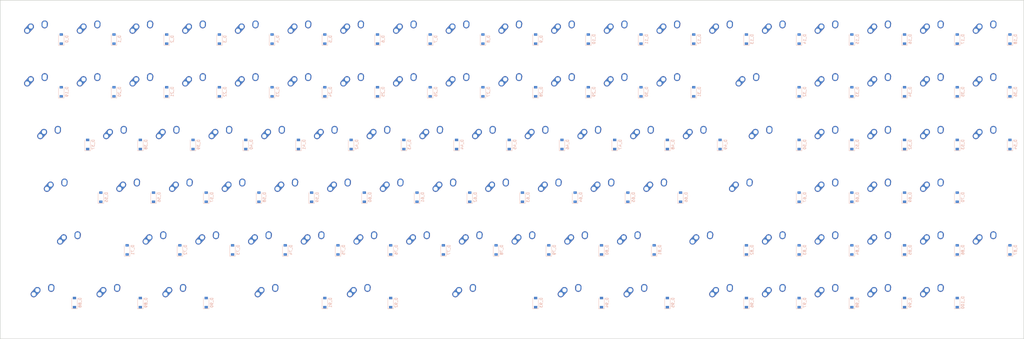
<source format=kicad_pcb>
(kicad_pcb (version 20171130) (host pcbnew "(5.0.0-3-g5ebb6b6)")
  (layers (0 F.Cu signal) (31 B.Cu signal) (34 B.Paste user) (35 F.Paste user) (36 B.SilkS user) (37 F.SilkS user) (38 B.Mask user) (39 F.Mask user) (44 Edge.Cuts user))
  (net 0 "")
  (net 1 "GND")
  (net 2 "VCC")
  (net 3 "col0")
  (net 4 "col1")
  (net 5 "col2")
  (net 6 "col3")
  (net 7 "col4")
  (net 8 "col5")
  (net 9 "col6")
  (net 10 "col7")
  (net 11 "col8")
  (net 12 "col9")
  (net 13 "col10")
  (net 14 "col11")
  (net 15 "col12")
  (net 16 "col13")
  (net 17 "col14")
  (net 18 "col15")
  (net 19 "col16")
  (net 20 "col17")
  (net 21 "col18")
  (net 22 "col19")
  (net 23 "row0")
  (net 24 "row1")
  (net 25 "row2")
  (net 26 "row3")
  (net 27 "row4")
  (net 28 "row5")
  (net 29 "row6")
  (net 30 "Net-(K_0-Pad1)")
  (net 31 "Net-(K_0-Pad2)")
  (net 32 "Net-(K_0-Pad3)")
  (net 33 "Net-(K_0-Pad4)")
  (net 34 "Net-(D_0-Pad1)")
  (net 35 "Net-(D_0-Pad2)")
  (net 36 "Net-(K_1-Pad1)")
  (net 37 "Net-(K_1-Pad2)")
  (net 38 "Net-(K_1-Pad3)")
  (net 39 "Net-(K_1-Pad4)")
  (net 40 "Net-(D_1-Pad1)")
  (net 41 "Net-(D_1-Pad2)")
  (net 42 "Net-(K_2-Pad1)")
  (net 43 "Net-(K_2-Pad2)")
  (net 44 "Net-(K_2-Pad3)")
  (net 45 "Net-(K_2-Pad4)")
  (net 46 "Net-(D_2-Pad1)")
  (net 47 "Net-(D_2-Pad2)")
  (net 48 "Net-(K_3-Pad1)")
  (net 49 "Net-(K_3-Pad2)")
  (net 50 "Net-(K_3-Pad3)")
  (net 51 "Net-(K_3-Pad4)")
  (net 52 "Net-(D_3-Pad1)")
  (net 53 "Net-(D_3-Pad2)")
  (net 54 "Net-(K_4-Pad1)")
  (net 55 "Net-(K_4-Pad2)")
  (net 56 "Net-(K_4-Pad3)")
  (net 57 "Net-(K_4-Pad4)")
  (net 58 "Net-(D_4-Pad1)")
  (net 59 "Net-(D_4-Pad2)")
  (net 60 "Net-(K_5-Pad1)")
  (net 61 "Net-(K_5-Pad2)")
  (net 62 "Net-(K_5-Pad3)")
  (net 63 "Net-(K_5-Pad4)")
  (net 64 "Net-(D_5-Pad1)")
  (net 65 "Net-(D_5-Pad2)")
  (net 66 "Net-(K_6-Pad1)")
  (net 67 "Net-(K_6-Pad2)")
  (net 68 "Net-(K_6-Pad3)")
  (net 69 "Net-(K_6-Pad4)")
  (net 70 "Net-(D_6-Pad1)")
  (net 71 "Net-(D_6-Pad2)")
  (net 72 "Net-(K_7-Pad1)")
  (net 73 "Net-(K_7-Pad2)")
  (net 74 "Net-(K_7-Pad3)")
  (net 75 "Net-(K_7-Pad4)")
  (net 76 "Net-(D_7-Pad1)")
  (net 77 "Net-(D_7-Pad2)")
  (net 78 "Net-(K_8-Pad1)")
  (net 79 "Net-(K_8-Pad2)")
  (net 80 "Net-(K_8-Pad3)")
  (net 81 "Net-(K_8-Pad4)")
  (net 82 "Net-(D_8-Pad1)")
  (net 83 "Net-(D_8-Pad2)")
  (net 84 "Net-(K_9-Pad1)")
  (net 85 "Net-(K_9-Pad2)")
  (net 86 "Net-(K_9-Pad3)")
  (net 87 "Net-(K_9-Pad4)")
  (net 88 "Net-(D_9-Pad1)")
  (net 89 "Net-(D_9-Pad2)")
  (net 90 "Net-(K_10-Pad1)")
  (net 91 "Net-(K_10-Pad2)")
  (net 92 "Net-(K_10-Pad3)")
  (net 93 "Net-(K_10-Pad4)")
  (net 94 "Net-(D_10-Pad1)")
  (net 95 "Net-(D_10-Pad2)")
  (net 96 "Net-(K_11-Pad1)")
  (net 97 "Net-(K_11-Pad2)")
  (net 98 "Net-(K_11-Pad3)")
  (net 99 "Net-(K_11-Pad4)")
  (net 100 "Net-(D_11-Pad1)")
  (net 101 "Net-(D_11-Pad2)")
  (net 102 "Net-(K_12-Pad1)")
  (net 103 "Net-(K_12-Pad2)")
  (net 104 "Net-(K_12-Pad3)")
  (net 105 "Net-(K_12-Pad4)")
  (net 106 "Net-(D_12-Pad1)")
  (net 107 "Net-(D_12-Pad2)")
  (net 108 "Net-(K_13-Pad1)")
  (net 109 "Net-(K_13-Pad2)")
  (net 110 "Net-(K_13-Pad3)")
  (net 111 "Net-(K_13-Pad4)")
  (net 112 "Net-(D_13-Pad1)")
  (net 113 "Net-(D_13-Pad2)")
  (net 114 "Net-(K_14-Pad1)")
  (net 115 "Net-(K_14-Pad2)")
  (net 116 "Net-(K_14-Pad3)")
  (net 117 "Net-(K_14-Pad4)")
  (net 118 "Net-(D_14-Pad1)")
  (net 119 "Net-(D_14-Pad2)")
  (net 120 "Net-(K_15-Pad1)")
  (net 121 "Net-(K_15-Pad2)")
  (net 122 "Net-(K_15-Pad3)")
  (net 123 "Net-(K_15-Pad4)")
  (net 124 "Net-(D_15-Pad1)")
  (net 125 "Net-(D_15-Pad2)")
  (net 126 "Net-(K_16-Pad1)")
  (net 127 "Net-(K_16-Pad2)")
  (net 128 "Net-(K_16-Pad3)")
  (net 129 "Net-(K_16-Pad4)")
  (net 130 "Net-(D_16-Pad1)")
  (net 131 "Net-(D_16-Pad2)")
  (net 132 "Net-(K_17-Pad1)")
  (net 133 "Net-(K_17-Pad2)")
  (net 134 "Net-(K_17-Pad3)")
  (net 135 "Net-(K_17-Pad4)")
  (net 136 "Net-(D_17-Pad1)")
  (net 137 "Net-(D_17-Pad2)")
  (net 138 "Net-(K_18-Pad1)")
  (net 139 "Net-(K_18-Pad2)")
  (net 140 "Net-(K_18-Pad3)")
  (net 141 "Net-(K_18-Pad4)")
  (net 142 "Net-(D_18-Pad1)")
  (net 143 "Net-(D_18-Pad2)")
  (net 144 "Net-(K_19-Pad1)")
  (net 145 "Net-(K_19-Pad2)")
  (net 146 "Net-(K_19-Pad3)")
  (net 147 "Net-(K_19-Pad4)")
  (net 148 "Net-(D_19-Pad1)")
  (net 149 "Net-(D_19-Pad2)")
  (net 150 "Net-(K_20-Pad1)")
  (net 151 "Net-(K_20-Pad2)")
  (net 152 "Net-(K_20-Pad3)")
  (net 153 "Net-(K_20-Pad4)")
  (net 154 "Net-(D_20-Pad1)")
  (net 155 "Net-(D_20-Pad2)")
  (net 156 "Net-(K_21-Pad1)")
  (net 157 "Net-(K_21-Pad2)")
  (net 158 "Net-(K_21-Pad3)")
  (net 159 "Net-(K_21-Pad4)")
  (net 160 "Net-(D_21-Pad1)")
  (net 161 "Net-(D_21-Pad2)")
  (net 162 "Net-(K_22-Pad1)")
  (net 163 "Net-(K_22-Pad2)")
  (net 164 "Net-(K_22-Pad3)")
  (net 165 "Net-(K_22-Pad4)")
  (net 166 "Net-(D_22-Pad1)")
  (net 167 "Net-(D_22-Pad2)")
  (net 168 "Net-(K_23-Pad1)")
  (net 169 "Net-(K_23-Pad2)")
  (net 170 "Net-(K_23-Pad3)")
  (net 171 "Net-(K_23-Pad4)")
  (net 172 "Net-(D_23-Pad1)")
  (net 173 "Net-(D_23-Pad2)")
  (net 174 "Net-(K_24-Pad1)")
  (net 175 "Net-(K_24-Pad2)")
  (net 176 "Net-(K_24-Pad3)")
  (net 177 "Net-(K_24-Pad4)")
  (net 178 "Net-(D_24-Pad1)")
  (net 179 "Net-(D_24-Pad2)")
  (net 180 "Net-(K_25-Pad1)")
  (net 181 "Net-(K_25-Pad2)")
  (net 182 "Net-(K_25-Pad3)")
  (net 183 "Net-(K_25-Pad4)")
  (net 184 "Net-(D_25-Pad1)")
  (net 185 "Net-(D_25-Pad2)")
  (net 186 "Net-(K_26-Pad1)")
  (net 187 "Net-(K_26-Pad2)")
  (net 188 "Net-(K_26-Pad3)")
  (net 189 "Net-(K_26-Pad4)")
  (net 190 "Net-(D_26-Pad1)")
  (net 191 "Net-(D_26-Pad2)")
  (net 192 "Net-(K_27-Pad1)")
  (net 193 "Net-(K_27-Pad2)")
  (net 194 "Net-(K_27-Pad3)")
  (net 195 "Net-(K_27-Pad4)")
  (net 196 "Net-(D_27-Pad1)")
  (net 197 "Net-(D_27-Pad2)")
  (net 198 "Net-(K_28-Pad1)")
  (net 199 "Net-(K_28-Pad2)")
  (net 200 "Net-(K_28-Pad3)")
  (net 201 "Net-(K_28-Pad4)")
  (net 202 "Net-(D_28-Pad1)")
  (net 203 "Net-(D_28-Pad2)")
  (net 204 "Net-(K_29-Pad1)")
  (net 205 "Net-(K_29-Pad2)")
  (net 206 "Net-(K_29-Pad3)")
  (net 207 "Net-(K_29-Pad4)")
  (net 208 "Net-(D_29-Pad1)")
  (net 209 "Net-(D_29-Pad2)")
  (net 210 "Net-(K_30-Pad1)")
  (net 211 "Net-(K_30-Pad2)")
  (net 212 "Net-(K_30-Pad3)")
  (net 213 "Net-(K_30-Pad4)")
  (net 214 "Net-(D_30-Pad1)")
  (net 215 "Net-(D_30-Pad2)")
  (net 216 "Net-(K_31-Pad1)")
  (net 217 "Net-(K_31-Pad2)")
  (net 218 "Net-(K_31-Pad3)")
  (net 219 "Net-(K_31-Pad4)")
  (net 220 "Net-(D_31-Pad1)")
  (net 221 "Net-(D_31-Pad2)")
  (net 222 "Net-(K_32-Pad1)")
  (net 223 "Net-(K_32-Pad2)")
  (net 224 "Net-(K_32-Pad3)")
  (net 225 "Net-(K_32-Pad4)")
  (net 226 "Net-(D_32-Pad1)")
  (net 227 "Net-(D_32-Pad2)")
  (net 228 "Net-(K_33-Pad1)")
  (net 229 "Net-(K_33-Pad2)")
  (net 230 "Net-(K_33-Pad3)")
  (net 231 "Net-(K_33-Pad4)")
  (net 232 "Net-(D_33-Pad1)")
  (net 233 "Net-(D_33-Pad2)")
  (net 234 "Net-(K_34-Pad1)")
  (net 235 "Net-(K_34-Pad2)")
  (net 236 "Net-(K_34-Pad3)")
  (net 237 "Net-(K_34-Pad4)")
  (net 238 "Net-(D_34-Pad1)")
  (net 239 "Net-(D_34-Pad2)")
  (net 240 "Net-(K_35-Pad1)")
  (net 241 "Net-(K_35-Pad2)")
  (net 242 "Net-(K_35-Pad3)")
  (net 243 "Net-(K_35-Pad4)")
  (net 244 "Net-(D_35-Pad1)")
  (net 245 "Net-(D_35-Pad2)")
  (net 246 "Net-(K_36-Pad1)")
  (net 247 "Net-(K_36-Pad2)")
  (net 248 "Net-(K_36-Pad3)")
  (net 249 "Net-(K_36-Pad4)")
  (net 250 "Net-(D_36-Pad1)")
  (net 251 "Net-(D_36-Pad2)")
  (net 252 "Net-(K_37-Pad1)")
  (net 253 "Net-(K_37-Pad2)")
  (net 254 "Net-(K_37-Pad3)")
  (net 255 "Net-(K_37-Pad4)")
  (net 256 "Net-(D_37-Pad1)")
  (net 257 "Net-(D_37-Pad2)")
  (net 258 "Net-(K_38-Pad1)")
  (net 259 "Net-(K_38-Pad2)")
  (net 260 "Net-(K_38-Pad3)")
  (net 261 "Net-(K_38-Pad4)")
  (net 262 "Net-(D_38-Pad1)")
  (net 263 "Net-(D_38-Pad2)")
  (net 264 "Net-(K_39-Pad1)")
  (net 265 "Net-(K_39-Pad2)")
  (net 266 "Net-(K_39-Pad3)")
  (net 267 "Net-(K_39-Pad4)")
  (net 268 "Net-(D_39-Pad1)")
  (net 269 "Net-(D_39-Pad2)")
  (net 270 "Net-(K_40-Pad1)")
  (net 271 "Net-(K_40-Pad2)")
  (net 272 "Net-(K_40-Pad3)")
  (net 273 "Net-(K_40-Pad4)")
  (net 274 "Net-(D_40-Pad1)")
  (net 275 "Net-(D_40-Pad2)")
  (net 276 "Net-(K_41-Pad1)")
  (net 277 "Net-(K_41-Pad2)")
  (net 278 "Net-(K_41-Pad3)")
  (net 279 "Net-(K_41-Pad4)")
  (net 280 "Net-(D_41-Pad1)")
  (net 281 "Net-(D_41-Pad2)")
  (net 282 "Net-(K_42-Pad1)")
  (net 283 "Net-(K_42-Pad2)")
  (net 284 "Net-(K_42-Pad3)")
  (net 285 "Net-(K_42-Pad4)")
  (net 286 "Net-(D_42-Pad1)")
  (net 287 "Net-(D_42-Pad2)")
  (net 288 "Net-(K_43-Pad1)")
  (net 289 "Net-(K_43-Pad2)")
  (net 290 "Net-(K_43-Pad3)")
  (net 291 "Net-(K_43-Pad4)")
  (net 292 "Net-(D_43-Pad1)")
  (net 293 "Net-(D_43-Pad2)")
  (net 294 "Net-(K_44-Pad1)")
  (net 295 "Net-(K_44-Pad2)")
  (net 296 "Net-(K_44-Pad3)")
  (net 297 "Net-(K_44-Pad4)")
  (net 298 "Net-(D_44-Pad1)")
  (net 299 "Net-(D_44-Pad2)")
  (net 300 "Net-(K_45-Pad1)")
  (net 301 "Net-(K_45-Pad2)")
  (net 302 "Net-(K_45-Pad3)")
  (net 303 "Net-(K_45-Pad4)")
  (net 304 "Net-(D_45-Pad1)")
  (net 305 "Net-(D_45-Pad2)")
  (net 306 "Net-(K_46-Pad1)")
  (net 307 "Net-(K_46-Pad2)")
  (net 308 "Net-(K_46-Pad3)")
  (net 309 "Net-(K_46-Pad4)")
  (net 310 "Net-(D_46-Pad1)")
  (net 311 "Net-(D_46-Pad2)")
  (net 312 "Net-(K_47-Pad1)")
  (net 313 "Net-(K_47-Pad2)")
  (net 314 "Net-(K_47-Pad3)")
  (net 315 "Net-(K_47-Pad4)")
  (net 316 "Net-(D_47-Pad1)")
  (net 317 "Net-(D_47-Pad2)")
  (net 318 "Net-(K_48-Pad1)")
  (net 319 "Net-(K_48-Pad2)")
  (net 320 "Net-(K_48-Pad3)")
  (net 321 "Net-(K_48-Pad4)")
  (net 322 "Net-(D_48-Pad1)")
  (net 323 "Net-(D_48-Pad2)")
  (net 324 "Net-(K_49-Pad1)")
  (net 325 "Net-(K_49-Pad2)")
  (net 326 "Net-(K_49-Pad3)")
  (net 327 "Net-(K_49-Pad4)")
  (net 328 "Net-(D_49-Pad1)")
  (net 329 "Net-(D_49-Pad2)")
  (net 330 "Net-(K_50-Pad1)")
  (net 331 "Net-(K_50-Pad2)")
  (net 332 "Net-(K_50-Pad3)")
  (net 333 "Net-(K_50-Pad4)")
  (net 334 "Net-(D_50-Pad1)")
  (net 335 "Net-(D_50-Pad2)")
  (net 336 "Net-(K_51-Pad1)")
  (net 337 "Net-(K_51-Pad2)")
  (net 338 "Net-(K_51-Pad3)")
  (net 339 "Net-(K_51-Pad4)")
  (net 340 "Net-(D_51-Pad1)")
  (net 341 "Net-(D_51-Pad2)")
  (net 342 "Net-(K_52-Pad1)")
  (net 343 "Net-(K_52-Pad2)")
  (net 344 "Net-(K_52-Pad3)")
  (net 345 "Net-(K_52-Pad4)")
  (net 346 "Net-(D_52-Pad1)")
  (net 347 "Net-(D_52-Pad2)")
  (net 348 "Net-(K_53-Pad1)")
  (net 349 "Net-(K_53-Pad2)")
  (net 350 "Net-(K_53-Pad3)")
  (net 351 "Net-(K_53-Pad4)")
  (net 352 "Net-(D_53-Pad1)")
  (net 353 "Net-(D_53-Pad2)")
  (net 354 "Net-(K_55-Pad1)")
  (net 355 "Net-(K_55-Pad2)")
  (net 356 "Net-(K_55-Pad3)")
  (net 357 "Net-(K_55-Pad4)")
  (net 358 "Net-(D_55-Pad1)")
  (net 359 "Net-(D_55-Pad2)")
  (net 360 "Net-(K_56-Pad1)")
  (net 361 "Net-(K_56-Pad2)")
  (net 362 "Net-(K_56-Pad3)")
  (net 363 "Net-(K_56-Pad4)")
  (net 364 "Net-(D_56-Pad1)")
  (net 365 "Net-(D_56-Pad2)")
  (net 366 "Net-(K_57-Pad1)")
  (net 367 "Net-(K_57-Pad2)")
  (net 368 "Net-(K_57-Pad3)")
  (net 369 "Net-(K_57-Pad4)")
  (net 370 "Net-(D_57-Pad1)")
  (net 371 "Net-(D_57-Pad2)")
  (net 372 "Net-(K_58-Pad1)")
  (net 373 "Net-(K_58-Pad2)")
  (net 374 "Net-(K_58-Pad3)")
  (net 375 "Net-(K_58-Pad4)")
  (net 376 "Net-(D_58-Pad1)")
  (net 377 "Net-(D_58-Pad2)")
  (net 378 "Net-(K_59-Pad1)")
  (net 379 "Net-(K_59-Pad2)")
  (net 380 "Net-(K_59-Pad3)")
  (net 381 "Net-(K_59-Pad4)")
  (net 382 "Net-(D_59-Pad1)")
  (net 383 "Net-(D_59-Pad2)")
  (net 384 "Net-(K_60-Pad1)")
  (net 385 "Net-(K_60-Pad2)")
  (net 386 "Net-(K_60-Pad3)")
  (net 387 "Net-(K_60-Pad4)")
  (net 388 "Net-(D_60-Pad1)")
  (net 389 "Net-(D_60-Pad2)")
  (net 390 "Net-(K_61-Pad1)")
  (net 391 "Net-(K_61-Pad2)")
  (net 392 "Net-(K_61-Pad3)")
  (net 393 "Net-(K_61-Pad4)")
  (net 394 "Net-(D_61-Pad1)")
  (net 395 "Net-(D_61-Pad2)")
  (net 396 "Net-(K_62-Pad1)")
  (net 397 "Net-(K_62-Pad2)")
  (net 398 "Net-(K_62-Pad3)")
  (net 399 "Net-(K_62-Pad4)")
  (net 400 "Net-(D_62-Pad1)")
  (net 401 "Net-(D_62-Pad2)")
  (net 402 "Net-(K_63-Pad1)")
  (net 403 "Net-(K_63-Pad2)")
  (net 404 "Net-(K_63-Pad3)")
  (net 405 "Net-(K_63-Pad4)")
  (net 406 "Net-(D_63-Pad1)")
  (net 407 "Net-(D_63-Pad2)")
  (net 408 "Net-(K_64-Pad1)")
  (net 409 "Net-(K_64-Pad2)")
  (net 410 "Net-(K_64-Pad3)")
  (net 411 "Net-(K_64-Pad4)")
  (net 412 "Net-(D_64-Pad1)")
  (net 413 "Net-(D_64-Pad2)")
  (net 414 "Net-(K_65-Pad1)")
  (net 415 "Net-(K_65-Pad2)")
  (net 416 "Net-(K_65-Pad3)")
  (net 417 "Net-(K_65-Pad4)")
  (net 418 "Net-(D_65-Pad1)")
  (net 419 "Net-(D_65-Pad2)")
  (net 420 "Net-(K_66-Pad1)")
  (net 421 "Net-(K_66-Pad2)")
  (net 422 "Net-(K_66-Pad3)")
  (net 423 "Net-(K_66-Pad4)")
  (net 424 "Net-(D_66-Pad1)")
  (net 425 "Net-(D_66-Pad2)")
  (net 426 "Net-(K_67-Pad1)")
  (net 427 "Net-(K_67-Pad2)")
  (net 428 "Net-(K_67-Pad3)")
  (net 429 "Net-(K_67-Pad4)")
  (net 430 "Net-(D_67-Pad1)")
  (net 431 "Net-(D_67-Pad2)")
  (net 432 "Net-(K_68-Pad1)")
  (net 433 "Net-(K_68-Pad2)")
  (net 434 "Net-(K_68-Pad3)")
  (net 435 "Net-(K_68-Pad4)")
  (net 436 "Net-(D_68-Pad1)")
  (net 437 "Net-(D_68-Pad2)")
  (net 438 "Net-(K_69-Pad1)")
  (net 439 "Net-(K_69-Pad2)")
  (net 440 "Net-(K_69-Pad3)")
  (net 441 "Net-(K_69-Pad4)")
  (net 442 "Net-(D_69-Pad1)")
  (net 443 "Net-(D_69-Pad2)")
  (net 444 "Net-(K_70-Pad1)")
  (net 445 "Net-(K_70-Pad2)")
  (net 446 "Net-(K_70-Pad3)")
  (net 447 "Net-(K_70-Pad4)")
  (net 448 "Net-(D_70-Pad1)")
  (net 449 "Net-(D_70-Pad2)")
  (net 450 "Net-(K_54-Pad1)")
  (net 451 "Net-(K_54-Pad2)")
  (net 452 "Net-(K_54-Pad3)")
  (net 453 "Net-(K_54-Pad4)")
  (net 454 "Net-(D_54-Pad1)")
  (net 455 "Net-(D_54-Pad2)")
  (net 456 "Net-(K_71-Pad1)")
  (net 457 "Net-(K_71-Pad2)")
  (net 458 "Net-(K_71-Pad3)")
  (net 459 "Net-(K_71-Pad4)")
  (net 460 "Net-(D_71-Pad1)")
  (net 461 "Net-(D_71-Pad2)")
  (net 462 "Net-(K_72-Pad1)")
  (net 463 "Net-(K_72-Pad2)")
  (net 464 "Net-(K_72-Pad3)")
  (net 465 "Net-(K_72-Pad4)")
  (net 466 "Net-(D_72-Pad1)")
  (net 467 "Net-(D_72-Pad2)")
  (net 468 "Net-(K_73-Pad1)")
  (net 469 "Net-(K_73-Pad2)")
  (net 470 "Net-(K_73-Pad3)")
  (net 471 "Net-(K_73-Pad4)")
  (net 472 "Net-(D_73-Pad1)")
  (net 473 "Net-(D_73-Pad2)")
  (net 474 "Net-(K_74-Pad1)")
  (net 475 "Net-(K_74-Pad2)")
  (net 476 "Net-(K_74-Pad3)")
  (net 477 "Net-(K_74-Pad4)")
  (net 478 "Net-(D_74-Pad1)")
  (net 479 "Net-(D_74-Pad2)")
  (net 480 "Net-(K_75-Pad1)")
  (net 481 "Net-(K_75-Pad2)")
  (net 482 "Net-(K_75-Pad3)")
  (net 483 "Net-(K_75-Pad4)")
  (net 484 "Net-(D_75-Pad1)")
  (net 485 "Net-(D_75-Pad2)")
  (net 486 "Net-(K_76-Pad1)")
  (net 487 "Net-(K_76-Pad2)")
  (net 488 "Net-(K_76-Pad3)")
  (net 489 "Net-(K_76-Pad4)")
  (net 490 "Net-(D_76-Pad1)")
  (net 491 "Net-(D_76-Pad2)")
  (net 492 "Net-(K_77-Pad1)")
  (net 493 "Net-(K_77-Pad2)")
  (net 494 "Net-(K_77-Pad3)")
  (net 495 "Net-(K_77-Pad4)")
  (net 496 "Net-(D_77-Pad1)")
  (net 497 "Net-(D_77-Pad2)")
  (net 498 "Net-(K_78-Pad1)")
  (net 499 "Net-(K_78-Pad2)")
  (net 500 "Net-(K_78-Pad3)")
  (net 501 "Net-(K_78-Pad4)")
  (net 502 "Net-(D_78-Pad1)")
  (net 503 "Net-(D_78-Pad2)")
  (net 504 "Net-(K_79-Pad1)")
  (net 505 "Net-(K_79-Pad2)")
  (net 506 "Net-(K_79-Pad3)")
  (net 507 "Net-(K_79-Pad4)")
  (net 508 "Net-(D_79-Pad1)")
  (net 509 "Net-(D_79-Pad2)")
  (net 510 "Net-(K_80-Pad1)")
  (net 511 "Net-(K_80-Pad2)")
  (net 512 "Net-(K_80-Pad3)")
  (net 513 "Net-(K_80-Pad4)")
  (net 514 "Net-(D_80-Pad1)")
  (net 515 "Net-(D_80-Pad2)")
  (net 516 "Net-(K_81-Pad1)")
  (net 517 "Net-(K_81-Pad2)")
  (net 518 "Net-(K_81-Pad3)")
  (net 519 "Net-(K_81-Pad4)")
  (net 520 "Net-(D_81-Pad1)")
  (net 521 "Net-(D_81-Pad2)")
  (net 522 "Net-(K_82-Pad1)")
  (net 523 "Net-(K_82-Pad2)")
  (net 524 "Net-(K_82-Pad3)")
  (net 525 "Net-(K_82-Pad4)")
  (net 526 "Net-(D_82-Pad1)")
  (net 527 "Net-(D_82-Pad2)")
  (net 528 "Net-(K_83-Pad1)")
  (net 529 "Net-(K_83-Pad2)")
  (net 530 "Net-(K_83-Pad3)")
  (net 531 "Net-(K_83-Pad4)")
  (net 532 "Net-(D_83-Pad1)")
  (net 533 "Net-(D_83-Pad2)")
  (net 534 "Net-(K_84-Pad1)")
  (net 535 "Net-(K_84-Pad2)")
  (net 536 "Net-(K_84-Pad3)")
  (net 537 "Net-(K_84-Pad4)")
  (net 538 "Net-(D_84-Pad1)")
  (net 539 "Net-(D_84-Pad2)")
  (net 540 "Net-(K_85-Pad1)")
  (net 541 "Net-(K_85-Pad2)")
  (net 542 "Net-(K_85-Pad3)")
  (net 543 "Net-(K_85-Pad4)")
  (net 544 "Net-(D_85-Pad1)")
  (net 545 "Net-(D_85-Pad2)")
  (net 546 "Net-(K_86-Pad1)")
  (net 547 "Net-(K_86-Pad2)")
  (net 548 "Net-(K_86-Pad3)")
  (net 549 "Net-(K_86-Pad4)")
  (net 550 "Net-(D_86-Pad1)")
  (net 551 "Net-(D_86-Pad2)")
  (net 552 "Net-(K_88-Pad1)")
  (net 553 "Net-(K_88-Pad2)")
  (net 554 "Net-(K_88-Pad3)")
  (net 555 "Net-(K_88-Pad4)")
  (net 556 "Net-(D_88-Pad1)")
  (net 557 "Net-(D_88-Pad2)")
  (net 558 "Net-(K_89-Pad1)")
  (net 559 "Net-(K_89-Pad2)")
  (net 560 "Net-(K_89-Pad3)")
  (net 561 "Net-(K_89-Pad4)")
  (net 562 "Net-(D_89-Pad1)")
  (net 563 "Net-(D_89-Pad2)")
  (net 564 "Net-(K_90-Pad1)")
  (net 565 "Net-(K_90-Pad2)")
  (net 566 "Net-(K_90-Pad3)")
  (net 567 "Net-(K_90-Pad4)")
  (net 568 "Net-(D_90-Pad1)")
  (net 569 "Net-(D_90-Pad2)")
  (net 570 "Net-(K_91-Pad1)")
  (net 571 "Net-(K_91-Pad2)")
  (net 572 "Net-(K_91-Pad3)")
  (net 573 "Net-(K_91-Pad4)")
  (net 574 "Net-(D_91-Pad1)")
  (net 575 "Net-(D_91-Pad2)")
  (net 576 "Net-(K_92-Pad1)")
  (net 577 "Net-(K_92-Pad2)")
  (net 578 "Net-(K_92-Pad3)")
  (net 579 "Net-(K_92-Pad4)")
  (net 580 "Net-(D_92-Pad1)")
  (net 581 "Net-(D_92-Pad2)")
  (net 582 "Net-(K_93-Pad1)")
  (net 583 "Net-(K_93-Pad2)")
  (net 584 "Net-(K_93-Pad3)")
  (net 585 "Net-(K_93-Pad4)")
  (net 586 "Net-(D_93-Pad1)")
  (net 587 "Net-(D_93-Pad2)")
  (net 588 "Net-(K_94-Pad1)")
  (net 589 "Net-(K_94-Pad2)")
  (net 590 "Net-(K_94-Pad3)")
  (net 591 "Net-(K_94-Pad4)")
  (net 592 "Net-(D_94-Pad1)")
  (net 593 "Net-(D_94-Pad2)")
  (net 594 "Net-(K_95-Pad1)")
  (net 595 "Net-(K_95-Pad2)")
  (net 596 "Net-(K_95-Pad3)")
  (net 597 "Net-(K_95-Pad4)")
  (net 598 "Net-(D_95-Pad1)")
  (net 599 "Net-(D_95-Pad2)")
  (net 600 "Net-(K_96-Pad1)")
  (net 601 "Net-(K_96-Pad2)")
  (net 602 "Net-(K_96-Pad3)")
  (net 603 "Net-(K_96-Pad4)")
  (net 604 "Net-(D_96-Pad1)")
  (net 605 "Net-(D_96-Pad2)")
  (net 606 "Net-(K_97-Pad1)")
  (net 607 "Net-(K_97-Pad2)")
  (net 608 "Net-(K_97-Pad3)")
  (net 609 "Net-(K_97-Pad4)")
  (net 610 "Net-(D_97-Pad1)")
  (net 611 "Net-(D_97-Pad2)")
  (net 612 "Net-(K_98-Pad1)")
  (net 613 "Net-(K_98-Pad2)")
  (net 614 "Net-(K_98-Pad3)")
  (net 615 "Net-(K_98-Pad4)")
  (net 616 "Net-(D_98-Pad1)")
  (net 617 "Net-(D_98-Pad2)")
  (net 618 "Net-(K_99-Pad1)")
  (net 619 "Net-(K_99-Pad2)")
  (net 620 "Net-(K_99-Pad3)")
  (net 621 "Net-(K_99-Pad4)")
  (net 622 "Net-(D_99-Pad1)")
  (net 623 "Net-(D_99-Pad2)")
  (net 624 "Net-(K_100-Pad1)")
  (net 625 "Net-(K_100-Pad2)")
  (net 626 "Net-(K_100-Pad3)")
  (net 627 "Net-(K_100-Pad4)")
  (net 628 "Net-(D_100-Pad1)")
  (net 629 "Net-(D_100-Pad2)")
  (net 630 "Net-(K_87-Pad1)")
  (net 631 "Net-(K_87-Pad2)")
  (net 632 "Net-(K_87-Pad3)")
  (net 633 "Net-(K_87-Pad4)")
  (net 634 "Net-(D_87-Pad1)")
  (net 635 "Net-(D_87-Pad2)")
  (module MX_Alps_Hybrid:MX-1U-NoLED (layer F.Cu) (at 9.525 9.525)
    (fp_text reference K_0)
    (fp_text value KEYSW)
    (pad 1 thru_hole circle (at -2.5 -4) (size 2.25 2.25) (drill 1.47) (layers *.Cu B.Mask) (net 3 "col0"))
    (pad 1 thru_hole oval (at -3.81 -2.54 48.0996) (size 4.211556 2.25) (drill 1.47 (offset 0.980778 0)) (layers *.Cu B.Mask) (net 3 "col0"))
    (pad 2 thru_hole oval (at 2.5 -4.5 86.0548) (size 2.831378 2.25) (drill 1.47 (offset 0.290689 0)) (layers *.Cu B.Mask) (net 35 "Net-(D_0-Pad2)"))
    (pad 2 thru_hole circle (at 2.54 -5.08) (size 2.25 2.25) (drill 1.47) (layers *.Cu B.Mask) (net 35 "Net-(D_0-Pad2)"))
    (pad "" np_thru_hole circle (at 0 0) (size 3.9878 3.9878) (drill 3.9878) (layers *.Cu *.Mask))
    (pad "" np_thru_hole circle (at -5.08 0 48.0996) (size 1.75 1.75) (drill 1.75) (layers *.Cu *.Mask))
    (pad "" np_thru_hole circle (at 5.08 0 48.0996) (size 1.75 1.75) (drill 1.75) (layers *.Cu *.Mask))
  )
  (module Diode_SMD:D_SOD-123 (layer B.Cu) (at 18.05 10.025 90)
    (fp_text reference D_0 (at 0 2 90) (layer B.SilkS) (effects (justify mirror)))
    (fp_text value D)
    (pad 2 smd rect (at 1.65 0 90) (size 0.9 1.2) (layers B.Cu B.Paste B.Mask) (net 35 "Net-(D_0-Pad2)"))
    (pad 1 smd rect (at -1.65 0 90) (size 0.9 1.2) (layers B.Cu B.Paste B.Mask) (net 23 "row0"))
  )
  (module MX_Alps_Hybrid:MX-1U-NoLED (layer F.Cu) (at 28.575 9.525)
    (fp_text reference K_1)
    (fp_text value KEYSW)
    (pad 1 thru_hole circle (at -2.5 -4) (size 2.25 2.25) (drill 1.47) (layers *.Cu B.Mask) (net 4 "col1"))
    (pad 1 thru_hole oval (at -3.81 -2.54 48.0996) (size 4.211556 2.25) (drill 1.47 (offset 0.980778 0)) (layers *.Cu B.Mask) (net 4 "col1"))
    (pad 2 thru_hole oval (at 2.5 -4.5 86.0548) (size 2.831378 2.25) (drill 1.47 (offset 0.290689 0)) (layers *.Cu B.Mask) (net 41 "Net-(D_1-Pad2)"))
    (pad 2 thru_hole circle (at 2.54 -5.08) (size 2.25 2.25) (drill 1.47) (layers *.Cu B.Mask) (net 41 "Net-(D_1-Pad2)"))
    (pad "" np_thru_hole circle (at 0 0) (size 3.9878 3.9878) (drill 3.9878) (layers *.Cu *.Mask))
    (pad "" np_thru_hole circle (at -5.08 0 48.0996) (size 1.75 1.75) (drill 1.75) (layers *.Cu *.Mask))
    (pad "" np_thru_hole circle (at 5.08 0 48.0996) (size 1.75 1.75) (drill 1.75) (layers *.Cu *.Mask))
  )
  (module Diode_SMD:D_SOD-123 (layer B.Cu) (at 37.1 10.025 90)
    (fp_text reference D_1 (at 0 2 90) (layer B.SilkS) (effects (justify mirror)))
    (fp_text value D)
    (pad 2 smd rect (at 1.65 0 90) (size 0.9 1.2) (layers B.Cu B.Paste B.Mask) (net 41 "Net-(D_1-Pad2)"))
    (pad 1 smd rect (at -1.65 0 90) (size 0.9 1.2) (layers B.Cu B.Paste B.Mask) (net 23 "row0"))
  )
  (module MX_Alps_Hybrid:MX-1U-NoLED (layer F.Cu) (at 47.625 9.525)
    (fp_text reference K_2)
    (fp_text value KEYSW)
    (pad 1 thru_hole circle (at -2.5 -4) (size 2.25 2.25) (drill 1.47) (layers *.Cu B.Mask) (net 5 "col2"))
    (pad 1 thru_hole oval (at -3.81 -2.54 48.0996) (size 4.211556 2.25) (drill 1.47 (offset 0.980778 0)) (layers *.Cu B.Mask) (net 5 "col2"))
    (pad 2 thru_hole oval (at 2.5 -4.5 86.0548) (size 2.831378 2.25) (drill 1.47 (offset 0.290689 0)) (layers *.Cu B.Mask) (net 47 "Net-(D_2-Pad2)"))
    (pad 2 thru_hole circle (at 2.54 -5.08) (size 2.25 2.25) (drill 1.47) (layers *.Cu B.Mask) (net 47 "Net-(D_2-Pad2)"))
    (pad "" np_thru_hole circle (at 0 0) (size 3.9878 3.9878) (drill 3.9878) (layers *.Cu *.Mask))
    (pad "" np_thru_hole circle (at -5.08 0 48.0996) (size 1.75 1.75) (drill 1.75) (layers *.Cu *.Mask))
    (pad "" np_thru_hole circle (at 5.08 0 48.0996) (size 1.75 1.75) (drill 1.75) (layers *.Cu *.Mask))
  )
  (module Diode_SMD:D_SOD-123 (layer B.Cu) (at 56.15 10.025 90)
    (fp_text reference D_2 (at 0 2 90) (layer B.SilkS) (effects (justify mirror)))
    (fp_text value D)
    (pad 2 smd rect (at 1.65 0 90) (size 0.9 1.2) (layers B.Cu B.Paste B.Mask) (net 47 "Net-(D_2-Pad2)"))
    (pad 1 smd rect (at -1.65 0 90) (size 0.9 1.2) (layers B.Cu B.Paste B.Mask) (net 23 "row0"))
  )
  (module MX_Alps_Hybrid:MX-1U-NoLED (layer F.Cu) (at 66.675 9.525)
    (fp_text reference K_3)
    (fp_text value KEYSW)
    (pad 1 thru_hole circle (at -2.5 -4) (size 2.25 2.25) (drill 1.47) (layers *.Cu B.Mask) (net 6 "col3"))
    (pad 1 thru_hole oval (at -3.81 -2.54 48.0996) (size 4.211556 2.25) (drill 1.47 (offset 0.980778 0)) (layers *.Cu B.Mask) (net 6 "col3"))
    (pad 2 thru_hole oval (at 2.5 -4.5 86.0548) (size 2.831378 2.25) (drill 1.47 (offset 0.290689 0)) (layers *.Cu B.Mask) (net 53 "Net-(D_3-Pad2)"))
    (pad 2 thru_hole circle (at 2.54 -5.08) (size 2.25 2.25) (drill 1.47) (layers *.Cu B.Mask) (net 53 "Net-(D_3-Pad2)"))
    (pad "" np_thru_hole circle (at 0 0) (size 3.9878 3.9878) (drill 3.9878) (layers *.Cu *.Mask))
    (pad "" np_thru_hole circle (at -5.08 0 48.0996) (size 1.75 1.75) (drill 1.75) (layers *.Cu *.Mask))
    (pad "" np_thru_hole circle (at 5.08 0 48.0996) (size 1.75 1.75) (drill 1.75) (layers *.Cu *.Mask))
  )
  (module Diode_SMD:D_SOD-123 (layer B.Cu) (at 75.2 10.025 90)
    (fp_text reference D_3 (at 0 2 90) (layer B.SilkS) (effects (justify mirror)))
    (fp_text value D)
    (pad 2 smd rect (at 1.65 0 90) (size 0.9 1.2) (layers B.Cu B.Paste B.Mask) (net 53 "Net-(D_3-Pad2)"))
    (pad 1 smd rect (at -1.65 0 90) (size 0.9 1.2) (layers B.Cu B.Paste B.Mask) (net 23 "row0"))
  )
  (module MX_Alps_Hybrid:MX-1U-NoLED (layer F.Cu) (at 85.725 9.525)
    (fp_text reference K_4)
    (fp_text value KEYSW)
    (pad 1 thru_hole circle (at -2.5 -4) (size 2.25 2.25) (drill 1.47) (layers *.Cu B.Mask) (net 7 "col4"))
    (pad 1 thru_hole oval (at -3.81 -2.54 48.0996) (size 4.211556 2.25) (drill 1.47 (offset 0.980778 0)) (layers *.Cu B.Mask) (net 7 "col4"))
    (pad 2 thru_hole oval (at 2.5 -4.5 86.0548) (size 2.831378 2.25) (drill 1.47 (offset 0.290689 0)) (layers *.Cu B.Mask) (net 59 "Net-(D_4-Pad2)"))
    (pad 2 thru_hole circle (at 2.54 -5.08) (size 2.25 2.25) (drill 1.47) (layers *.Cu B.Mask) (net 59 "Net-(D_4-Pad2)"))
    (pad "" np_thru_hole circle (at 0 0) (size 3.9878 3.9878) (drill 3.9878) (layers *.Cu *.Mask))
    (pad "" np_thru_hole circle (at -5.08 0 48.0996) (size 1.75 1.75) (drill 1.75) (layers *.Cu *.Mask))
    (pad "" np_thru_hole circle (at 5.08 0 48.0996) (size 1.75 1.75) (drill 1.75) (layers *.Cu *.Mask))
  )
  (module Diode_SMD:D_SOD-123 (layer B.Cu) (at 94.25 10.025 90)
    (fp_text reference D_4 (at 0 2 90) (layer B.SilkS) (effects (justify mirror)))
    (fp_text value D)
    (pad 2 smd rect (at 1.65 0 90) (size 0.9 1.2) (layers B.Cu B.Paste B.Mask) (net 59 "Net-(D_4-Pad2)"))
    (pad 1 smd rect (at -1.65 0 90) (size 0.9 1.2) (layers B.Cu B.Paste B.Mask) (net 23 "row0"))
  )
  (module MX_Alps_Hybrid:MX-1U-NoLED (layer F.Cu) (at 104.775 9.525)
    (fp_text reference K_5)
    (fp_text value KEYSW)
    (pad 1 thru_hole circle (at -2.5 -4) (size 2.25 2.25) (drill 1.47) (layers *.Cu B.Mask) (net 8 "col5"))
    (pad 1 thru_hole oval (at -3.81 -2.54 48.0996) (size 4.211556 2.25) (drill 1.47 (offset 0.980778 0)) (layers *.Cu B.Mask) (net 8 "col5"))
    (pad 2 thru_hole oval (at 2.5 -4.5 86.0548) (size 2.831378 2.25) (drill 1.47 (offset 0.290689 0)) (layers *.Cu B.Mask) (net 65 "Net-(D_5-Pad2)"))
    (pad 2 thru_hole circle (at 2.54 -5.08) (size 2.25 2.25) (drill 1.47) (layers *.Cu B.Mask) (net 65 "Net-(D_5-Pad2)"))
    (pad "" np_thru_hole circle (at 0 0) (size 3.9878 3.9878) (drill 3.9878) (layers *.Cu *.Mask))
    (pad "" np_thru_hole circle (at -5.08 0 48.0996) (size 1.75 1.75) (drill 1.75) (layers *.Cu *.Mask))
    (pad "" np_thru_hole circle (at 5.08 0 48.0996) (size 1.75 1.75) (drill 1.75) (layers *.Cu *.Mask))
  )
  (module Diode_SMD:D_SOD-123 (layer B.Cu) (at 113.3 10.025 90)
    (fp_text reference D_5 (at 0 2 90) (layer B.SilkS) (effects (justify mirror)))
    (fp_text value D)
    (pad 2 smd rect (at 1.65 0 90) (size 0.9 1.2) (layers B.Cu B.Paste B.Mask) (net 65 "Net-(D_5-Pad2)"))
    (pad 1 smd rect (at -1.65 0 90) (size 0.9 1.2) (layers B.Cu B.Paste B.Mask) (net 23 "row0"))
  )
  (module MX_Alps_Hybrid:MX-1U-NoLED (layer F.Cu) (at 123.825 9.525)
    (fp_text reference K_6)
    (fp_text value KEYSW)
    (pad 1 thru_hole circle (at -2.5 -4) (size 2.25 2.25) (drill 1.47) (layers *.Cu B.Mask) (net 9 "col6"))
    (pad 1 thru_hole oval (at -3.81 -2.54 48.0996) (size 4.211556 2.25) (drill 1.47 (offset 0.980778 0)) (layers *.Cu B.Mask) (net 9 "col6"))
    (pad 2 thru_hole oval (at 2.5 -4.5 86.0548) (size 2.831378 2.25) (drill 1.47 (offset 0.290689 0)) (layers *.Cu B.Mask) (net 71 "Net-(D_6-Pad2)"))
    (pad 2 thru_hole circle (at 2.54 -5.08) (size 2.25 2.25) (drill 1.47) (layers *.Cu B.Mask) (net 71 "Net-(D_6-Pad2)"))
    (pad "" np_thru_hole circle (at 0 0) (size 3.9878 3.9878) (drill 3.9878) (layers *.Cu *.Mask))
    (pad "" np_thru_hole circle (at -5.08 0 48.0996) (size 1.75 1.75) (drill 1.75) (layers *.Cu *.Mask))
    (pad "" np_thru_hole circle (at 5.08 0 48.0996) (size 1.75 1.75) (drill 1.75) (layers *.Cu *.Mask))
  )
  (module Diode_SMD:D_SOD-123 (layer B.Cu) (at 132.35 10.025 90)
    (fp_text reference D_6 (at 0 2 90) (layer B.SilkS) (effects (justify mirror)))
    (fp_text value D)
    (pad 2 smd rect (at 1.65 0 90) (size 0.9 1.2) (layers B.Cu B.Paste B.Mask) (net 71 "Net-(D_6-Pad2)"))
    (pad 1 smd rect (at -1.65 0 90) (size 0.9 1.2) (layers B.Cu B.Paste B.Mask) (net 23 "row0"))
  )
  (module MX_Alps_Hybrid:MX-1U-NoLED (layer F.Cu) (at 142.875 9.525)
    (fp_text reference K_7)
    (fp_text value KEYSW)
    (pad 1 thru_hole circle (at -2.5 -4) (size 2.25 2.25) (drill 1.47) (layers *.Cu B.Mask) (net 10 "col7"))
    (pad 1 thru_hole oval (at -3.81 -2.54 48.0996) (size 4.211556 2.25) (drill 1.47 (offset 0.980778 0)) (layers *.Cu B.Mask) (net 10 "col7"))
    (pad 2 thru_hole oval (at 2.5 -4.5 86.0548) (size 2.831378 2.25) (drill 1.47 (offset 0.290689 0)) (layers *.Cu B.Mask) (net 77 "Net-(D_7-Pad2)"))
    (pad 2 thru_hole circle (at 2.54 -5.08) (size 2.25 2.25) (drill 1.47) (layers *.Cu B.Mask) (net 77 "Net-(D_7-Pad2)"))
    (pad "" np_thru_hole circle (at 0 0) (size 3.9878 3.9878) (drill 3.9878) (layers *.Cu *.Mask))
    (pad "" np_thru_hole circle (at -5.08 0 48.0996) (size 1.75 1.75) (drill 1.75) (layers *.Cu *.Mask))
    (pad "" np_thru_hole circle (at 5.08 0 48.0996) (size 1.75 1.75) (drill 1.75) (layers *.Cu *.Mask))
  )
  (module Diode_SMD:D_SOD-123 (layer B.Cu) (at 151.4 10.025 90)
    (fp_text reference D_7 (at 0 2 90) (layer B.SilkS) (effects (justify mirror)))
    (fp_text value D)
    (pad 2 smd rect (at 1.65 0 90) (size 0.9 1.2) (layers B.Cu B.Paste B.Mask) (net 77 "Net-(D_7-Pad2)"))
    (pad 1 smd rect (at -1.65 0 90) (size 0.9 1.2) (layers B.Cu B.Paste B.Mask) (net 23 "row0"))
  )
  (module MX_Alps_Hybrid:MX-1U-NoLED (layer F.Cu) (at 161.925 9.525)
    (fp_text reference K_8)
    (fp_text value KEYSW)
    (pad 1 thru_hole circle (at -2.5 -4) (size 2.25 2.25) (drill 1.47) (layers *.Cu B.Mask) (net 11 "col8"))
    (pad 1 thru_hole oval (at -3.81 -2.54 48.0996) (size 4.211556 2.25) (drill 1.47 (offset 0.980778 0)) (layers *.Cu B.Mask) (net 11 "col8"))
    (pad 2 thru_hole oval (at 2.5 -4.5 86.0548) (size 2.831378 2.25) (drill 1.47 (offset 0.290689 0)) (layers *.Cu B.Mask) (net 83 "Net-(D_8-Pad2)"))
    (pad 2 thru_hole circle (at 2.54 -5.08) (size 2.25 2.25) (drill 1.47) (layers *.Cu B.Mask) (net 83 "Net-(D_8-Pad2)"))
    (pad "" np_thru_hole circle (at 0 0) (size 3.9878 3.9878) (drill 3.9878) (layers *.Cu *.Mask))
    (pad "" np_thru_hole circle (at -5.08 0 48.0996) (size 1.75 1.75) (drill 1.75) (layers *.Cu *.Mask))
    (pad "" np_thru_hole circle (at 5.08 0 48.0996) (size 1.75 1.75) (drill 1.75) (layers *.Cu *.Mask))
  )
  (module Diode_SMD:D_SOD-123 (layer B.Cu) (at 170.45 10.025 90)
    (fp_text reference D_8 (at 0 2 90) (layer B.SilkS) (effects (justify mirror)))
    (fp_text value D)
    (pad 2 smd rect (at 1.65 0 90) (size 0.9 1.2) (layers B.Cu B.Paste B.Mask) (net 83 "Net-(D_8-Pad2)"))
    (pad 1 smd rect (at -1.65 0 90) (size 0.9 1.2) (layers B.Cu B.Paste B.Mask) (net 23 "row0"))
  )
  (module MX_Alps_Hybrid:MX-1U-NoLED (layer F.Cu) (at 180.975 9.525)
    (fp_text reference K_9)
    (fp_text value KEYSW)
    (pad 1 thru_hole circle (at -2.5 -4) (size 2.25 2.25) (drill 1.47) (layers *.Cu B.Mask) (net 12 "col9"))
    (pad 1 thru_hole oval (at -3.81 -2.54 48.0996) (size 4.211556 2.25) (drill 1.47 (offset 0.980778 0)) (layers *.Cu B.Mask) (net 12 "col9"))
    (pad 2 thru_hole oval (at 2.5 -4.5 86.0548) (size 2.831378 2.25) (drill 1.47 (offset 0.290689 0)) (layers *.Cu B.Mask) (net 89 "Net-(D_9-Pad2)"))
    (pad 2 thru_hole circle (at 2.54 -5.08) (size 2.25 2.25) (drill 1.47) (layers *.Cu B.Mask) (net 89 "Net-(D_9-Pad2)"))
    (pad "" np_thru_hole circle (at 0 0) (size 3.9878 3.9878) (drill 3.9878) (layers *.Cu *.Mask))
    (pad "" np_thru_hole circle (at -5.08 0 48.0996) (size 1.75 1.75) (drill 1.75) (layers *.Cu *.Mask))
    (pad "" np_thru_hole circle (at 5.08 0 48.0996) (size 1.75 1.75) (drill 1.75) (layers *.Cu *.Mask))
  )
  (module Diode_SMD:D_SOD-123 (layer B.Cu) (at 189.5 10.025 90)
    (fp_text reference D_9 (at 0 2 90) (layer B.SilkS) (effects (justify mirror)))
    (fp_text value D)
    (pad 2 smd rect (at 1.65 0 90) (size 0.9 1.2) (layers B.Cu B.Paste B.Mask) (net 89 "Net-(D_9-Pad2)"))
    (pad 1 smd rect (at -1.65 0 90) (size 0.9 1.2) (layers B.Cu B.Paste B.Mask) (net 23 "row0"))
  )
  (module MX_Alps_Hybrid:MX-1U-NoLED (layer F.Cu) (at 200.025 9.525)
    (fp_text reference K_10)
    (fp_text value KEYSW)
    (pad 1 thru_hole circle (at -2.5 -4) (size 2.25 2.25) (drill 1.47) (layers *.Cu B.Mask) (net 13 "col10"))
    (pad 1 thru_hole oval (at -3.81 -2.54 48.0996) (size 4.211556 2.25) (drill 1.47 (offset 0.980778 0)) (layers *.Cu B.Mask) (net 13 "col10"))
    (pad 2 thru_hole oval (at 2.5 -4.5 86.0548) (size 2.831378 2.25) (drill 1.47 (offset 0.290689 0)) (layers *.Cu B.Mask) (net 95 "Net-(D_10-Pad2)"))
    (pad 2 thru_hole circle (at 2.54 -5.08) (size 2.25 2.25) (drill 1.47) (layers *.Cu B.Mask) (net 95 "Net-(D_10-Pad2)"))
    (pad "" np_thru_hole circle (at 0 0) (size 3.9878 3.9878) (drill 3.9878) (layers *.Cu *.Mask))
    (pad "" np_thru_hole circle (at -5.08 0 48.0996) (size 1.75 1.75) (drill 1.75) (layers *.Cu *.Mask))
    (pad "" np_thru_hole circle (at 5.08 0 48.0996) (size 1.75 1.75) (drill 1.75) (layers *.Cu *.Mask))
  )
  (module Diode_SMD:D_SOD-123 (layer B.Cu) (at 208.55 10.025 90)
    (fp_text reference D_10 (at 0 2 90) (layer B.SilkS) (effects (justify mirror)))
    (fp_text value D)
    (pad 2 smd rect (at 1.65 0 90) (size 0.9 1.2) (layers B.Cu B.Paste B.Mask) (net 95 "Net-(D_10-Pad2)"))
    (pad 1 smd rect (at -1.65 0 90) (size 0.9 1.2) (layers B.Cu B.Paste B.Mask) (net 23 "row0"))
  )
  (module MX_Alps_Hybrid:MX-1U-NoLED (layer F.Cu) (at 219.075 9.525)
    (fp_text reference K_11)
    (fp_text value KEYSW)
    (pad 1 thru_hole circle (at -2.5 -4) (size 2.25 2.25) (drill 1.47) (layers *.Cu B.Mask) (net 14 "col11"))
    (pad 1 thru_hole oval (at -3.81 -2.54 48.0996) (size 4.211556 2.25) (drill 1.47 (offset 0.980778 0)) (layers *.Cu B.Mask) (net 14 "col11"))
    (pad 2 thru_hole oval (at 2.5 -4.5 86.0548) (size 2.831378 2.25) (drill 1.47 (offset 0.290689 0)) (layers *.Cu B.Mask) (net 101 "Net-(D_11-Pad2)"))
    (pad 2 thru_hole circle (at 2.54 -5.08) (size 2.25 2.25) (drill 1.47) (layers *.Cu B.Mask) (net 101 "Net-(D_11-Pad2)"))
    (pad "" np_thru_hole circle (at 0 0) (size 3.9878 3.9878) (drill 3.9878) (layers *.Cu *.Mask))
    (pad "" np_thru_hole circle (at -5.08 0 48.0996) (size 1.75 1.75) (drill 1.75) (layers *.Cu *.Mask))
    (pad "" np_thru_hole circle (at 5.08 0 48.0996) (size 1.75 1.75) (drill 1.75) (layers *.Cu *.Mask))
  )
  (module Diode_SMD:D_SOD-123 (layer B.Cu) (at 227.6 10.025 90)
    (fp_text reference D_11 (at 0 2 90) (layer B.SilkS) (effects (justify mirror)))
    (fp_text value D)
    (pad 2 smd rect (at 1.65 0 90) (size 0.9 1.2) (layers B.Cu B.Paste B.Mask) (net 101 "Net-(D_11-Pad2)"))
    (pad 1 smd rect (at -1.65 0 90) (size 0.9 1.2) (layers B.Cu B.Paste B.Mask) (net 23 "row0"))
  )
  (module MX_Alps_Hybrid:MX-1U-NoLED (layer F.Cu) (at 238.125 9.525)
    (fp_text reference K_12)
    (fp_text value KEYSW)
    (pad 1 thru_hole circle (at -2.5 -4) (size 2.25 2.25) (drill 1.47) (layers *.Cu B.Mask) (net 15 "col12"))
    (pad 1 thru_hole oval (at -3.81 -2.54 48.0996) (size 4.211556 2.25) (drill 1.47 (offset 0.980778 0)) (layers *.Cu B.Mask) (net 15 "col12"))
    (pad 2 thru_hole oval (at 2.5 -4.5 86.0548) (size 2.831378 2.25) (drill 1.47 (offset 0.290689 0)) (layers *.Cu B.Mask) (net 107 "Net-(D_12-Pad2)"))
    (pad 2 thru_hole circle (at 2.54 -5.08) (size 2.25 2.25) (drill 1.47) (layers *.Cu B.Mask) (net 107 "Net-(D_12-Pad2)"))
    (pad "" np_thru_hole circle (at 0 0) (size 3.9878 3.9878) (drill 3.9878) (layers *.Cu *.Mask))
    (pad "" np_thru_hole circle (at -5.08 0 48.0996) (size 1.75 1.75) (drill 1.75) (layers *.Cu *.Mask))
    (pad "" np_thru_hole circle (at 5.08 0 48.0996) (size 1.75 1.75) (drill 1.75) (layers *.Cu *.Mask))
  )
  (module Diode_SMD:D_SOD-123 (layer B.Cu) (at 246.65 10.025 90)
    (fp_text reference D_12 (at 0 2 90) (layer B.SilkS) (effects (justify mirror)))
    (fp_text value D)
    (pad 2 smd rect (at 1.65 0 90) (size 0.9 1.2) (layers B.Cu B.Paste B.Mask) (net 107 "Net-(D_12-Pad2)"))
    (pad 1 smd rect (at -1.65 0 90) (size 0.9 1.2) (layers B.Cu B.Paste B.Mask) (net 23 "row0"))
  )
  (module MX_Alps_Hybrid:MX-1U-NoLED (layer F.Cu) (at 257.175 9.525)
    (fp_text reference K_13)
    (fp_text value KEYSW)
    (pad 1 thru_hole circle (at -2.5 -4) (size 2.25 2.25) (drill 1.47) (layers *.Cu B.Mask) (net 16 "col13"))
    (pad 1 thru_hole oval (at -3.81 -2.54 48.0996) (size 4.211556 2.25) (drill 1.47 (offset 0.980778 0)) (layers *.Cu B.Mask) (net 16 "col13"))
    (pad 2 thru_hole oval (at 2.5 -4.5 86.0548) (size 2.831378 2.25) (drill 1.47 (offset 0.290689 0)) (layers *.Cu B.Mask) (net 113 "Net-(D_13-Pad2)"))
    (pad 2 thru_hole circle (at 2.54 -5.08) (size 2.25 2.25) (drill 1.47) (layers *.Cu B.Mask) (net 113 "Net-(D_13-Pad2)"))
    (pad "" np_thru_hole circle (at 0 0) (size 3.9878 3.9878) (drill 3.9878) (layers *.Cu *.Mask))
    (pad "" np_thru_hole circle (at -5.08 0 48.0996) (size 1.75 1.75) (drill 1.75) (layers *.Cu *.Mask))
    (pad "" np_thru_hole circle (at 5.08 0 48.0996) (size 1.75 1.75) (drill 1.75) (layers *.Cu *.Mask))
  )
  (module Diode_SMD:D_SOD-123 (layer B.Cu) (at 265.7 10.025 90)
    (fp_text reference D_13 (at 0 2 90) (layer B.SilkS) (effects (justify mirror)))
    (fp_text value D)
    (pad 2 smd rect (at 1.65 0 90) (size 0.9 1.2) (layers B.Cu B.Paste B.Mask) (net 113 "Net-(D_13-Pad2)"))
    (pad 1 smd rect (at -1.65 0 90) (size 0.9 1.2) (layers B.Cu B.Paste B.Mask) (net 23 "row0"))
  )
  (module MX_Alps_Hybrid:MX-1U-NoLED (layer F.Cu) (at 276.225 9.525)
    (fp_text reference K_14)
    (fp_text value KEYSW)
    (pad 1 thru_hole circle (at -2.5 -4) (size 2.25 2.25) (drill 1.47) (layers *.Cu B.Mask) (net 17 "col14"))
    (pad 1 thru_hole oval (at -3.81 -2.54 48.0996) (size 4.211556 2.25) (drill 1.47 (offset 0.980778 0)) (layers *.Cu B.Mask) (net 17 "col14"))
    (pad 2 thru_hole oval (at 2.5 -4.5 86.0548) (size 2.831378 2.25) (drill 1.47 (offset 0.290689 0)) (layers *.Cu B.Mask) (net 119 "Net-(D_14-Pad2)"))
    (pad 2 thru_hole circle (at 2.54 -5.08) (size 2.25 2.25) (drill 1.47) (layers *.Cu B.Mask) (net 119 "Net-(D_14-Pad2)"))
    (pad "" np_thru_hole circle (at 0 0) (size 3.9878 3.9878) (drill 3.9878) (layers *.Cu *.Mask))
    (pad "" np_thru_hole circle (at -5.08 0 48.0996) (size 1.75 1.75) (drill 1.75) (layers *.Cu *.Mask))
    (pad "" np_thru_hole circle (at 5.08 0 48.0996) (size 1.75 1.75) (drill 1.75) (layers *.Cu *.Mask))
  )
  (module Diode_SMD:D_SOD-123 (layer B.Cu) (at 284.75 10.025 90)
    (fp_text reference D_14 (at 0 2 90) (layer B.SilkS) (effects (justify mirror)))
    (fp_text value D)
    (pad 2 smd rect (at 1.65 0 90) (size 0.9 1.2) (layers B.Cu B.Paste B.Mask) (net 119 "Net-(D_14-Pad2)"))
    (pad 1 smd rect (at -1.65 0 90) (size 0.9 1.2) (layers B.Cu B.Paste B.Mask) (net 23 "row0"))
  )
  (module MX_Alps_Hybrid:MX-1U-NoLED (layer F.Cu) (at 295.275 9.525)
    (fp_text reference K_15)
    (fp_text value KEYSW)
    (pad 1 thru_hole circle (at -2.5 -4) (size 2.25 2.25) (drill 1.47) (layers *.Cu B.Mask) (net 18 "col15"))
    (pad 1 thru_hole oval (at -3.81 -2.54 48.0996) (size 4.211556 2.25) (drill 1.47 (offset 0.980778 0)) (layers *.Cu B.Mask) (net 18 "col15"))
    (pad 2 thru_hole oval (at 2.5 -4.5 86.0548) (size 2.831378 2.25) (drill 1.47 (offset 0.290689 0)) (layers *.Cu B.Mask) (net 125 "Net-(D_15-Pad2)"))
    (pad 2 thru_hole circle (at 2.54 -5.08) (size 2.25 2.25) (drill 1.47) (layers *.Cu B.Mask) (net 125 "Net-(D_15-Pad2)"))
    (pad "" np_thru_hole circle (at 0 0) (size 3.9878 3.9878) (drill 3.9878) (layers *.Cu *.Mask))
    (pad "" np_thru_hole circle (at -5.08 0 48.0996) (size 1.75 1.75) (drill 1.75) (layers *.Cu *.Mask))
    (pad "" np_thru_hole circle (at 5.08 0 48.0996) (size 1.75 1.75) (drill 1.75) (layers *.Cu *.Mask))
  )
  (module Diode_SMD:D_SOD-123 (layer B.Cu) (at 303.8 10.025 90)
    (fp_text reference D_15 (at 0 2 90) (layer B.SilkS) (effects (justify mirror)))
    (fp_text value D)
    (pad 2 smd rect (at 1.65 0 90) (size 0.9 1.2) (layers B.Cu B.Paste B.Mask) (net 125 "Net-(D_15-Pad2)"))
    (pad 1 smd rect (at -1.65 0 90) (size 0.9 1.2) (layers B.Cu B.Paste B.Mask) (net 23 "row0"))
  )
  (module MX_Alps_Hybrid:MX-1U-NoLED (layer F.Cu) (at 314.325 9.525)
    (fp_text reference K_16)
    (fp_text value KEYSW)
    (pad 1 thru_hole circle (at -2.5 -4) (size 2.25 2.25) (drill 1.47) (layers *.Cu B.Mask) (net 19 "col16"))
    (pad 1 thru_hole oval (at -3.81 -2.54 48.0996) (size 4.211556 2.25) (drill 1.47 (offset 0.980778 0)) (layers *.Cu B.Mask) (net 19 "col16"))
    (pad 2 thru_hole oval (at 2.5 -4.5 86.0548) (size 2.831378 2.25) (drill 1.47 (offset 0.290689 0)) (layers *.Cu B.Mask) (net 131 "Net-(D_16-Pad2)"))
    (pad 2 thru_hole circle (at 2.54 -5.08) (size 2.25 2.25) (drill 1.47) (layers *.Cu B.Mask) (net 131 "Net-(D_16-Pad2)"))
    (pad "" np_thru_hole circle (at 0 0) (size 3.9878 3.9878) (drill 3.9878) (layers *.Cu *.Mask))
    (pad "" np_thru_hole circle (at -5.08 0 48.0996) (size 1.75 1.75) (drill 1.75) (layers *.Cu *.Mask))
    (pad "" np_thru_hole circle (at 5.08 0 48.0996) (size 1.75 1.75) (drill 1.75) (layers *.Cu *.Mask))
  )
  (module Diode_SMD:D_SOD-123 (layer B.Cu) (at 322.85 10.025 90)
    (fp_text reference D_16 (at 0 2 90) (layer B.SilkS) (effects (justify mirror)))
    (fp_text value D)
    (pad 2 smd rect (at 1.65 0 90) (size 0.9 1.2) (layers B.Cu B.Paste B.Mask) (net 131 "Net-(D_16-Pad2)"))
    (pad 1 smd rect (at -1.65 0 90) (size 0.9 1.2) (layers B.Cu B.Paste B.Mask) (net 23 "row0"))
  )
  (module MX_Alps_Hybrid:MX-1U-NoLED (layer F.Cu) (at 333.375 9.525)
    (fp_text reference K_17)
    (fp_text value KEYSW)
    (pad 1 thru_hole circle (at -2.5 -4) (size 2.25 2.25) (drill 1.47) (layers *.Cu B.Mask) (net 20 "col17"))
    (pad 1 thru_hole oval (at -3.81 -2.54 48.0996) (size 4.211556 2.25) (drill 1.47 (offset 0.980778 0)) (layers *.Cu B.Mask) (net 20 "col17"))
    (pad 2 thru_hole oval (at 2.5 -4.5 86.0548) (size 2.831378 2.25) (drill 1.47 (offset 0.290689 0)) (layers *.Cu B.Mask) (net 137 "Net-(D_17-Pad2)"))
    (pad 2 thru_hole circle (at 2.54 -5.08) (size 2.25 2.25) (drill 1.47) (layers *.Cu B.Mask) (net 137 "Net-(D_17-Pad2)"))
    (pad "" np_thru_hole circle (at 0 0) (size 3.9878 3.9878) (drill 3.9878) (layers *.Cu *.Mask))
    (pad "" np_thru_hole circle (at -5.08 0 48.0996) (size 1.75 1.75) (drill 1.75) (layers *.Cu *.Mask))
    (pad "" np_thru_hole circle (at 5.08 0 48.0996) (size 1.75 1.75) (drill 1.75) (layers *.Cu *.Mask))
  )
  (module Diode_SMD:D_SOD-123 (layer B.Cu) (at 341.9 10.025 90)
    (fp_text reference D_17 (at 0 2 90) (layer B.SilkS) (effects (justify mirror)))
    (fp_text value D)
    (pad 2 smd rect (at 1.65 0 90) (size 0.9 1.2) (layers B.Cu B.Paste B.Mask) (net 137 "Net-(D_17-Pad2)"))
    (pad 1 smd rect (at -1.65 0 90) (size 0.9 1.2) (layers B.Cu B.Paste B.Mask) (net 23 "row0"))
  )
  (module MX_Alps_Hybrid:MX-1U-NoLED (layer F.Cu) (at 352.425 9.525)
    (fp_text reference K_18)
    (fp_text value KEYSW)
    (pad 1 thru_hole circle (at -2.5 -4) (size 2.25 2.25) (drill 1.47) (layers *.Cu B.Mask) (net 21 "col18"))
    (pad 1 thru_hole oval (at -3.81 -2.54 48.0996) (size 4.211556 2.25) (drill 1.47 (offset 0.980778 0)) (layers *.Cu B.Mask) (net 21 "col18"))
    (pad 2 thru_hole oval (at 2.5 -4.5 86.0548) (size 2.831378 2.25) (drill 1.47 (offset 0.290689 0)) (layers *.Cu B.Mask) (net 143 "Net-(D_18-Pad2)"))
    (pad 2 thru_hole circle (at 2.54 -5.08) (size 2.25 2.25) (drill 1.47) (layers *.Cu B.Mask) (net 143 "Net-(D_18-Pad2)"))
    (pad "" np_thru_hole circle (at 0 0) (size 3.9878 3.9878) (drill 3.9878) (layers *.Cu *.Mask))
    (pad "" np_thru_hole circle (at -5.08 0 48.0996) (size 1.75 1.75) (drill 1.75) (layers *.Cu *.Mask))
    (pad "" np_thru_hole circle (at 5.08 0 48.0996) (size 1.75 1.75) (drill 1.75) (layers *.Cu *.Mask))
  )
  (module Diode_SMD:D_SOD-123 (layer B.Cu) (at 360.95 10.025 90)
    (fp_text reference D_18 (at 0 2 90) (layer B.SilkS) (effects (justify mirror)))
    (fp_text value D)
    (pad 2 smd rect (at 1.65 0 90) (size 0.9 1.2) (layers B.Cu B.Paste B.Mask) (net 143 "Net-(D_18-Pad2)"))
    (pad 1 smd rect (at -1.65 0 90) (size 0.9 1.2) (layers B.Cu B.Paste B.Mask) (net 23 "row0"))
  )
  (module MX_Alps_Hybrid:MX-1U-NoLED (layer F.Cu) (at 9.525 28.575)
    (fp_text reference K_19)
    (fp_text value KEYSW)
    (pad 1 thru_hole circle (at -2.5 -4) (size 2.25 2.25) (drill 1.47) (layers *.Cu B.Mask) (net 3 "col0"))
    (pad 1 thru_hole oval (at -3.81 -2.54 48.0996) (size 4.211556 2.25) (drill 1.47 (offset 0.980778 0)) (layers *.Cu B.Mask) (net 3 "col0"))
    (pad 2 thru_hole oval (at 2.5 -4.5 86.0548) (size 2.831378 2.25) (drill 1.47 (offset 0.290689 0)) (layers *.Cu B.Mask) (net 149 "Net-(D_19-Pad2)"))
    (pad 2 thru_hole circle (at 2.54 -5.08) (size 2.25 2.25) (drill 1.47) (layers *.Cu B.Mask) (net 149 "Net-(D_19-Pad2)"))
    (pad "" np_thru_hole circle (at 0 0) (size 3.9878 3.9878) (drill 3.9878) (layers *.Cu *.Mask))
    (pad "" np_thru_hole circle (at -5.08 0 48.0996) (size 1.75 1.75) (drill 1.75) (layers *.Cu *.Mask))
    (pad "" np_thru_hole circle (at 5.08 0 48.0996) (size 1.75 1.75) (drill 1.75) (layers *.Cu *.Mask))
  )
  (module Diode_SMD:D_SOD-123 (layer B.Cu) (at 18.05 29.075 90)
    (fp_text reference D_19 (at 0 2 90) (layer B.SilkS) (effects (justify mirror)))
    (fp_text value D)
    (pad 2 smd rect (at 1.65 0 90) (size 0.9 1.2) (layers B.Cu B.Paste B.Mask) (net 149 "Net-(D_19-Pad2)"))
    (pad 1 smd rect (at -1.65 0 90) (size 0.9 1.2) (layers B.Cu B.Paste B.Mask) (net 24 "row1"))
  )
  (module MX_Alps_Hybrid:MX-1U-NoLED (layer F.Cu) (at 28.575 28.575)
    (fp_text reference K_20)
    (fp_text value KEYSW)
    (pad 1 thru_hole circle (at -2.5 -4) (size 2.25 2.25) (drill 1.47) (layers *.Cu B.Mask) (net 4 "col1"))
    (pad 1 thru_hole oval (at -3.81 -2.54 48.0996) (size 4.211556 2.25) (drill 1.47 (offset 0.980778 0)) (layers *.Cu B.Mask) (net 4 "col1"))
    (pad 2 thru_hole oval (at 2.5 -4.5 86.0548) (size 2.831378 2.25) (drill 1.47 (offset 0.290689 0)) (layers *.Cu B.Mask) (net 155 "Net-(D_20-Pad2)"))
    (pad 2 thru_hole circle (at 2.54 -5.08) (size 2.25 2.25) (drill 1.47) (layers *.Cu B.Mask) (net 155 "Net-(D_20-Pad2)"))
    (pad "" np_thru_hole circle (at 0 0) (size 3.9878 3.9878) (drill 3.9878) (layers *.Cu *.Mask))
    (pad "" np_thru_hole circle (at -5.08 0 48.0996) (size 1.75 1.75) (drill 1.75) (layers *.Cu *.Mask))
    (pad "" np_thru_hole circle (at 5.08 0 48.0996) (size 1.75 1.75) (drill 1.75) (layers *.Cu *.Mask))
  )
  (module Diode_SMD:D_SOD-123 (layer B.Cu) (at 37.1 29.075 90)
    (fp_text reference D_20 (at 0 2 90) (layer B.SilkS) (effects (justify mirror)))
    (fp_text value D)
    (pad 2 smd rect (at 1.65 0 90) (size 0.9 1.2) (layers B.Cu B.Paste B.Mask) (net 155 "Net-(D_20-Pad2)"))
    (pad 1 smd rect (at -1.65 0 90) (size 0.9 1.2) (layers B.Cu B.Paste B.Mask) (net 24 "row1"))
  )
  (module MX_Alps_Hybrid:MX-1U-NoLED (layer F.Cu) (at 47.625 28.575)
    (fp_text reference K_21)
    (fp_text value KEYSW)
    (pad 1 thru_hole circle (at -2.5 -4) (size 2.25 2.25) (drill 1.47) (layers *.Cu B.Mask) (net 5 "col2"))
    (pad 1 thru_hole oval (at -3.81 -2.54 48.0996) (size 4.211556 2.25) (drill 1.47 (offset 0.980778 0)) (layers *.Cu B.Mask) (net 5 "col2"))
    (pad 2 thru_hole oval (at 2.5 -4.5 86.0548) (size 2.831378 2.25) (drill 1.47 (offset 0.290689 0)) (layers *.Cu B.Mask) (net 161 "Net-(D_21-Pad2)"))
    (pad 2 thru_hole circle (at 2.54 -5.08) (size 2.25 2.25) (drill 1.47) (layers *.Cu B.Mask) (net 161 "Net-(D_21-Pad2)"))
    (pad "" np_thru_hole circle (at 0 0) (size 3.9878 3.9878) (drill 3.9878) (layers *.Cu *.Mask))
    (pad "" np_thru_hole circle (at -5.08 0 48.0996) (size 1.75 1.75) (drill 1.75) (layers *.Cu *.Mask))
    (pad "" np_thru_hole circle (at 5.08 0 48.0996) (size 1.75 1.75) (drill 1.75) (layers *.Cu *.Mask))
  )
  (module Diode_SMD:D_SOD-123 (layer B.Cu) (at 56.15 29.075 90)
    (fp_text reference D_21 (at 0 2 90) (layer B.SilkS) (effects (justify mirror)))
    (fp_text value D)
    (pad 2 smd rect (at 1.65 0 90) (size 0.9 1.2) (layers B.Cu B.Paste B.Mask) (net 161 "Net-(D_21-Pad2)"))
    (pad 1 smd rect (at -1.65 0 90) (size 0.9 1.2) (layers B.Cu B.Paste B.Mask) (net 24 "row1"))
  )
  (module MX_Alps_Hybrid:MX-1U-NoLED (layer F.Cu) (at 66.675 28.575)
    (fp_text reference K_22)
    (fp_text value KEYSW)
    (pad 1 thru_hole circle (at -2.5 -4) (size 2.25 2.25) (drill 1.47) (layers *.Cu B.Mask) (net 6 "col3"))
    (pad 1 thru_hole oval (at -3.81 -2.54 48.0996) (size 4.211556 2.25) (drill 1.47 (offset 0.980778 0)) (layers *.Cu B.Mask) (net 6 "col3"))
    (pad 2 thru_hole oval (at 2.5 -4.5 86.0548) (size 2.831378 2.25) (drill 1.47 (offset 0.290689 0)) (layers *.Cu B.Mask) (net 167 "Net-(D_22-Pad2)"))
    (pad 2 thru_hole circle (at 2.54 -5.08) (size 2.25 2.25) (drill 1.47) (layers *.Cu B.Mask) (net 167 "Net-(D_22-Pad2)"))
    (pad "" np_thru_hole circle (at 0 0) (size 3.9878 3.9878) (drill 3.9878) (layers *.Cu *.Mask))
    (pad "" np_thru_hole circle (at -5.08 0 48.0996) (size 1.75 1.75) (drill 1.75) (layers *.Cu *.Mask))
    (pad "" np_thru_hole circle (at 5.08 0 48.0996) (size 1.75 1.75) (drill 1.75) (layers *.Cu *.Mask))
  )
  (module Diode_SMD:D_SOD-123 (layer B.Cu) (at 75.2 29.075 90)
    (fp_text reference D_22 (at 0 2 90) (layer B.SilkS) (effects (justify mirror)))
    (fp_text value D)
    (pad 2 smd rect (at 1.65 0 90) (size 0.9 1.2) (layers B.Cu B.Paste B.Mask) (net 167 "Net-(D_22-Pad2)"))
    (pad 1 smd rect (at -1.65 0 90) (size 0.9 1.2) (layers B.Cu B.Paste B.Mask) (net 24 "row1"))
  )
  (module MX_Alps_Hybrid:MX-1U-NoLED (layer F.Cu) (at 85.725 28.575)
    (fp_text reference K_23)
    (fp_text value KEYSW)
    (pad 1 thru_hole circle (at -2.5 -4) (size 2.25 2.25) (drill 1.47) (layers *.Cu B.Mask) (net 7 "col4"))
    (pad 1 thru_hole oval (at -3.81 -2.54 48.0996) (size 4.211556 2.25) (drill 1.47 (offset 0.980778 0)) (layers *.Cu B.Mask) (net 7 "col4"))
    (pad 2 thru_hole oval (at 2.5 -4.5 86.0548) (size 2.831378 2.25) (drill 1.47 (offset 0.290689 0)) (layers *.Cu B.Mask) (net 173 "Net-(D_23-Pad2)"))
    (pad 2 thru_hole circle (at 2.54 -5.08) (size 2.25 2.25) (drill 1.47) (layers *.Cu B.Mask) (net 173 "Net-(D_23-Pad2)"))
    (pad "" np_thru_hole circle (at 0 0) (size 3.9878 3.9878) (drill 3.9878) (layers *.Cu *.Mask))
    (pad "" np_thru_hole circle (at -5.08 0 48.0996) (size 1.75 1.75) (drill 1.75) (layers *.Cu *.Mask))
    (pad "" np_thru_hole circle (at 5.08 0 48.0996) (size 1.75 1.75) (drill 1.75) (layers *.Cu *.Mask))
  )
  (module Diode_SMD:D_SOD-123 (layer B.Cu) (at 94.25 29.075 90)
    (fp_text reference D_23 (at 0 2 90) (layer B.SilkS) (effects (justify mirror)))
    (fp_text value D)
    (pad 2 smd rect (at 1.65 0 90) (size 0.9 1.2) (layers B.Cu B.Paste B.Mask) (net 173 "Net-(D_23-Pad2)"))
    (pad 1 smd rect (at -1.65 0 90) (size 0.9 1.2) (layers B.Cu B.Paste B.Mask) (net 24 "row1"))
  )
  (module MX_Alps_Hybrid:MX-1U-NoLED (layer F.Cu) (at 104.775 28.575)
    (fp_text reference K_24)
    (fp_text value KEYSW)
    (pad 1 thru_hole circle (at -2.5 -4) (size 2.25 2.25) (drill 1.47) (layers *.Cu B.Mask) (net 8 "col5"))
    (pad 1 thru_hole oval (at -3.81 -2.54 48.0996) (size 4.211556 2.25) (drill 1.47 (offset 0.980778 0)) (layers *.Cu B.Mask) (net 8 "col5"))
    (pad 2 thru_hole oval (at 2.5 -4.5 86.0548) (size 2.831378 2.25) (drill 1.47 (offset 0.290689 0)) (layers *.Cu B.Mask) (net 179 "Net-(D_24-Pad2)"))
    (pad 2 thru_hole circle (at 2.54 -5.08) (size 2.25 2.25) (drill 1.47) (layers *.Cu B.Mask) (net 179 "Net-(D_24-Pad2)"))
    (pad "" np_thru_hole circle (at 0 0) (size 3.9878 3.9878) (drill 3.9878) (layers *.Cu *.Mask))
    (pad "" np_thru_hole circle (at -5.08 0 48.0996) (size 1.75 1.75) (drill 1.75) (layers *.Cu *.Mask))
    (pad "" np_thru_hole circle (at 5.08 0 48.0996) (size 1.75 1.75) (drill 1.75) (layers *.Cu *.Mask))
  )
  (module Diode_SMD:D_SOD-123 (layer B.Cu) (at 113.3 29.075 90)
    (fp_text reference D_24 (at 0 2 90) (layer B.SilkS) (effects (justify mirror)))
    (fp_text value D)
    (pad 2 smd rect (at 1.65 0 90) (size 0.9 1.2) (layers B.Cu B.Paste B.Mask) (net 179 "Net-(D_24-Pad2)"))
    (pad 1 smd rect (at -1.65 0 90) (size 0.9 1.2) (layers B.Cu B.Paste B.Mask) (net 24 "row1"))
  )
  (module MX_Alps_Hybrid:MX-1U-NoLED (layer F.Cu) (at 123.825 28.575)
    (fp_text reference K_25)
    (fp_text value KEYSW)
    (pad 1 thru_hole circle (at -2.5 -4) (size 2.25 2.25) (drill 1.47) (layers *.Cu B.Mask) (net 9 "col6"))
    (pad 1 thru_hole oval (at -3.81 -2.54 48.0996) (size 4.211556 2.25) (drill 1.47 (offset 0.980778 0)) (layers *.Cu B.Mask) (net 9 "col6"))
    (pad 2 thru_hole oval (at 2.5 -4.5 86.0548) (size 2.831378 2.25) (drill 1.47 (offset 0.290689 0)) (layers *.Cu B.Mask) (net 185 "Net-(D_25-Pad2)"))
    (pad 2 thru_hole circle (at 2.54 -5.08) (size 2.25 2.25) (drill 1.47) (layers *.Cu B.Mask) (net 185 "Net-(D_25-Pad2)"))
    (pad "" np_thru_hole circle (at 0 0) (size 3.9878 3.9878) (drill 3.9878) (layers *.Cu *.Mask))
    (pad "" np_thru_hole circle (at -5.08 0 48.0996) (size 1.75 1.75) (drill 1.75) (layers *.Cu *.Mask))
    (pad "" np_thru_hole circle (at 5.08 0 48.0996) (size 1.75 1.75) (drill 1.75) (layers *.Cu *.Mask))
  )
  (module Diode_SMD:D_SOD-123 (layer B.Cu) (at 132.35 29.075 90)
    (fp_text reference D_25 (at 0 2 90) (layer B.SilkS) (effects (justify mirror)))
    (fp_text value D)
    (pad 2 smd rect (at 1.65 0 90) (size 0.9 1.2) (layers B.Cu B.Paste B.Mask) (net 185 "Net-(D_25-Pad2)"))
    (pad 1 smd rect (at -1.65 0 90) (size 0.9 1.2) (layers B.Cu B.Paste B.Mask) (net 24 "row1"))
  )
  (module MX_Alps_Hybrid:MX-1U-NoLED (layer F.Cu) (at 142.875 28.575)
    (fp_text reference K_26)
    (fp_text value KEYSW)
    (pad 1 thru_hole circle (at -2.5 -4) (size 2.25 2.25) (drill 1.47) (layers *.Cu B.Mask) (net 10 "col7"))
    (pad 1 thru_hole oval (at -3.81 -2.54 48.0996) (size 4.211556 2.25) (drill 1.47 (offset 0.980778 0)) (layers *.Cu B.Mask) (net 10 "col7"))
    (pad 2 thru_hole oval (at 2.5 -4.5 86.0548) (size 2.831378 2.25) (drill 1.47 (offset 0.290689 0)) (layers *.Cu B.Mask) (net 191 "Net-(D_26-Pad2)"))
    (pad 2 thru_hole circle (at 2.54 -5.08) (size 2.25 2.25) (drill 1.47) (layers *.Cu B.Mask) (net 191 "Net-(D_26-Pad2)"))
    (pad "" np_thru_hole circle (at 0 0) (size 3.9878 3.9878) (drill 3.9878) (layers *.Cu *.Mask))
    (pad "" np_thru_hole circle (at -5.08 0 48.0996) (size 1.75 1.75) (drill 1.75) (layers *.Cu *.Mask))
    (pad "" np_thru_hole circle (at 5.08 0 48.0996) (size 1.75 1.75) (drill 1.75) (layers *.Cu *.Mask))
  )
  (module Diode_SMD:D_SOD-123 (layer B.Cu) (at 151.4 29.075 90)
    (fp_text reference D_26 (at 0 2 90) (layer B.SilkS) (effects (justify mirror)))
    (fp_text value D)
    (pad 2 smd rect (at 1.65 0 90) (size 0.9 1.2) (layers B.Cu B.Paste B.Mask) (net 191 "Net-(D_26-Pad2)"))
    (pad 1 smd rect (at -1.65 0 90) (size 0.9 1.2) (layers B.Cu B.Paste B.Mask) (net 24 "row1"))
  )
  (module MX_Alps_Hybrid:MX-1U-NoLED (layer F.Cu) (at 161.925 28.575)
    (fp_text reference K_27)
    (fp_text value KEYSW)
    (pad 1 thru_hole circle (at -2.5 -4) (size 2.25 2.25) (drill 1.47) (layers *.Cu B.Mask) (net 11 "col8"))
    (pad 1 thru_hole oval (at -3.81 -2.54 48.0996) (size 4.211556 2.25) (drill 1.47 (offset 0.980778 0)) (layers *.Cu B.Mask) (net 11 "col8"))
    (pad 2 thru_hole oval (at 2.5 -4.5 86.0548) (size 2.831378 2.25) (drill 1.47 (offset 0.290689 0)) (layers *.Cu B.Mask) (net 197 "Net-(D_27-Pad2)"))
    (pad 2 thru_hole circle (at 2.54 -5.08) (size 2.25 2.25) (drill 1.47) (layers *.Cu B.Mask) (net 197 "Net-(D_27-Pad2)"))
    (pad "" np_thru_hole circle (at 0 0) (size 3.9878 3.9878) (drill 3.9878) (layers *.Cu *.Mask))
    (pad "" np_thru_hole circle (at -5.08 0 48.0996) (size 1.75 1.75) (drill 1.75) (layers *.Cu *.Mask))
    (pad "" np_thru_hole circle (at 5.08 0 48.0996) (size 1.75 1.75) (drill 1.75) (layers *.Cu *.Mask))
  )
  (module Diode_SMD:D_SOD-123 (layer B.Cu) (at 170.45 29.075 90)
    (fp_text reference D_27 (at 0 2 90) (layer B.SilkS) (effects (justify mirror)))
    (fp_text value D)
    (pad 2 smd rect (at 1.65 0 90) (size 0.9 1.2) (layers B.Cu B.Paste B.Mask) (net 197 "Net-(D_27-Pad2)"))
    (pad 1 smd rect (at -1.65 0 90) (size 0.9 1.2) (layers B.Cu B.Paste B.Mask) (net 24 "row1"))
  )
  (module MX_Alps_Hybrid:MX-1U-NoLED (layer F.Cu) (at 180.975 28.575)
    (fp_text reference K_28)
    (fp_text value KEYSW)
    (pad 1 thru_hole circle (at -2.5 -4) (size 2.25 2.25) (drill 1.47) (layers *.Cu B.Mask) (net 12 "col9"))
    (pad 1 thru_hole oval (at -3.81 -2.54 48.0996) (size 4.211556 2.25) (drill 1.47 (offset 0.980778 0)) (layers *.Cu B.Mask) (net 12 "col9"))
    (pad 2 thru_hole oval (at 2.5 -4.5 86.0548) (size 2.831378 2.25) (drill 1.47 (offset 0.290689 0)) (layers *.Cu B.Mask) (net 203 "Net-(D_28-Pad2)"))
    (pad 2 thru_hole circle (at 2.54 -5.08) (size 2.25 2.25) (drill 1.47) (layers *.Cu B.Mask) (net 203 "Net-(D_28-Pad2)"))
    (pad "" np_thru_hole circle (at 0 0) (size 3.9878 3.9878) (drill 3.9878) (layers *.Cu *.Mask))
    (pad "" np_thru_hole circle (at -5.08 0 48.0996) (size 1.75 1.75) (drill 1.75) (layers *.Cu *.Mask))
    (pad "" np_thru_hole circle (at 5.08 0 48.0996) (size 1.75 1.75) (drill 1.75) (layers *.Cu *.Mask))
  )
  (module Diode_SMD:D_SOD-123 (layer B.Cu) (at 189.5 29.075 90)
    (fp_text reference D_28 (at 0 2 90) (layer B.SilkS) (effects (justify mirror)))
    (fp_text value D)
    (pad 2 smd rect (at 1.65 0 90) (size 0.9 1.2) (layers B.Cu B.Paste B.Mask) (net 203 "Net-(D_28-Pad2)"))
    (pad 1 smd rect (at -1.65 0 90) (size 0.9 1.2) (layers B.Cu B.Paste B.Mask) (net 24 "row1"))
  )
  (module MX_Alps_Hybrid:MX-1U-NoLED (layer F.Cu) (at 200.025 28.575)
    (fp_text reference K_29)
    (fp_text value KEYSW)
    (pad 1 thru_hole circle (at -2.5 -4) (size 2.25 2.25) (drill 1.47) (layers *.Cu B.Mask) (net 13 "col10"))
    (pad 1 thru_hole oval (at -3.81 -2.54 48.0996) (size 4.211556 2.25) (drill 1.47 (offset 0.980778 0)) (layers *.Cu B.Mask) (net 13 "col10"))
    (pad 2 thru_hole oval (at 2.5 -4.5 86.0548) (size 2.831378 2.25) (drill 1.47 (offset 0.290689 0)) (layers *.Cu B.Mask) (net 209 "Net-(D_29-Pad2)"))
    (pad 2 thru_hole circle (at 2.54 -5.08) (size 2.25 2.25) (drill 1.47) (layers *.Cu B.Mask) (net 209 "Net-(D_29-Pad2)"))
    (pad "" np_thru_hole circle (at 0 0) (size 3.9878 3.9878) (drill 3.9878) (layers *.Cu *.Mask))
    (pad "" np_thru_hole circle (at -5.08 0 48.0996) (size 1.75 1.75) (drill 1.75) (layers *.Cu *.Mask))
    (pad "" np_thru_hole circle (at 5.08 0 48.0996) (size 1.75 1.75) (drill 1.75) (layers *.Cu *.Mask))
  )
  (module Diode_SMD:D_SOD-123 (layer B.Cu) (at 208.55 29.075 90)
    (fp_text reference D_29 (at 0 2 90) (layer B.SilkS) (effects (justify mirror)))
    (fp_text value D)
    (pad 2 smd rect (at 1.65 0 90) (size 0.9 1.2) (layers B.Cu B.Paste B.Mask) (net 209 "Net-(D_29-Pad2)"))
    (pad 1 smd rect (at -1.65 0 90) (size 0.9 1.2) (layers B.Cu B.Paste B.Mask) (net 24 "row1"))
  )
  (module MX_Alps_Hybrid:MX-1U-NoLED (layer F.Cu) (at 219.075 28.575)
    (fp_text reference K_30)
    (fp_text value KEYSW)
    (pad 1 thru_hole circle (at -2.5 -4) (size 2.25 2.25) (drill 1.47) (layers *.Cu B.Mask) (net 14 "col11"))
    (pad 1 thru_hole oval (at -3.81 -2.54 48.0996) (size 4.211556 2.25) (drill 1.47 (offset 0.980778 0)) (layers *.Cu B.Mask) (net 14 "col11"))
    (pad 2 thru_hole oval (at 2.5 -4.5 86.0548) (size 2.831378 2.25) (drill 1.47 (offset 0.290689 0)) (layers *.Cu B.Mask) (net 215 "Net-(D_30-Pad2)"))
    (pad 2 thru_hole circle (at 2.54 -5.08) (size 2.25 2.25) (drill 1.47) (layers *.Cu B.Mask) (net 215 "Net-(D_30-Pad2)"))
    (pad "" np_thru_hole circle (at 0 0) (size 3.9878 3.9878) (drill 3.9878) (layers *.Cu *.Mask))
    (pad "" np_thru_hole circle (at -5.08 0 48.0996) (size 1.75 1.75) (drill 1.75) (layers *.Cu *.Mask))
    (pad "" np_thru_hole circle (at 5.08 0 48.0996) (size 1.75 1.75) (drill 1.75) (layers *.Cu *.Mask))
  )
  (module Diode_SMD:D_SOD-123 (layer B.Cu) (at 227.6 29.075 90)
    (fp_text reference D_30 (at 0 2 90) (layer B.SilkS) (effects (justify mirror)))
    (fp_text value D)
    (pad 2 smd rect (at 1.65 0 90) (size 0.9 1.2) (layers B.Cu B.Paste B.Mask) (net 215 "Net-(D_30-Pad2)"))
    (pad 1 smd rect (at -1.65 0 90) (size 0.9 1.2) (layers B.Cu B.Paste B.Mask) (net 24 "row1"))
  )
  (module MX_Alps_Hybrid:MX-1U-NoLED (layer F.Cu) (at 238.125 28.575)
    (fp_text reference K_31)
    (fp_text value KEYSW)
    (pad 1 thru_hole circle (at -2.5 -4) (size 2.25 2.25) (drill 1.47) (layers *.Cu B.Mask) (net 15 "col12"))
    (pad 1 thru_hole oval (at -3.81 -2.54 48.0996) (size 4.211556 2.25) (drill 1.47 (offset 0.980778 0)) (layers *.Cu B.Mask) (net 15 "col12"))
    (pad 2 thru_hole oval (at 2.5 -4.5 86.0548) (size 2.831378 2.25) (drill 1.47 (offset 0.290689 0)) (layers *.Cu B.Mask) (net 221 "Net-(D_31-Pad2)"))
    (pad 2 thru_hole circle (at 2.54 -5.08) (size 2.25 2.25) (drill 1.47) (layers *.Cu B.Mask) (net 221 "Net-(D_31-Pad2)"))
    (pad "" np_thru_hole circle (at 0 0) (size 3.9878 3.9878) (drill 3.9878) (layers *.Cu *.Mask))
    (pad "" np_thru_hole circle (at -5.08 0 48.0996) (size 1.75 1.75) (drill 1.75) (layers *.Cu *.Mask))
    (pad "" np_thru_hole circle (at 5.08 0 48.0996) (size 1.75 1.75) (drill 1.75) (layers *.Cu *.Mask))
  )
  (module Diode_SMD:D_SOD-123 (layer B.Cu) (at 246.65 29.075 90)
    (fp_text reference D_31 (at 0 2 90) (layer B.SilkS) (effects (justify mirror)))
    (fp_text value D)
    (pad 2 smd rect (at 1.65 0 90) (size 0.9 1.2) (layers B.Cu B.Paste B.Mask) (net 221 "Net-(D_31-Pad2)"))
    (pad 1 smd rect (at -1.65 0 90) (size 0.9 1.2) (layers B.Cu B.Paste B.Mask) (net 24 "row1"))
  )
  (module MX_Alps_Hybrid:MX-2U-NoLED (layer F.Cu) (at 266.7 28.575)
    (fp_text reference K_32)
    (fp_text value KEYSW)
    (pad 1 thru_hole circle (at -2.5 -4) (size 2.25 2.25) (drill 1.47) (layers *.Cu B.Mask) (net 17 "col14"))
    (pad 1 thru_hole oval (at -3.81 -2.54 48.0996) (size 4.211556 2.25) (drill 1.47 (offset 0.980778 0)) (layers *.Cu B.Mask) (net 17 "col14"))
    (pad 2 thru_hole oval (at 2.5 -4.5 86.0548) (size 2.831378 2.25) (drill 1.47 (offset 0.290689 0)) (layers *.Cu B.Mask) (net 227 "Net-(D_32-Pad2)"))
    (pad 2 thru_hole circle (at 2.54 -5.08) (size 2.25 2.25) (drill 1.47) (layers *.Cu B.Mask) (net 227 "Net-(D_32-Pad2)"))
    (pad "" np_thru_hole circle (at 0 0) (size 3.9878 3.9878) (drill 3.9878) (layers *.Cu *.Mask))
    (pad "" np_thru_hole circle (at -5.08 0 48.0996) (size 1.75 1.75) (drill 1.75) (layers *.Cu *.Mask))
    (pad "" np_thru_hole circle (at 5.08 0 48.0996) (size 1.75 1.75) (drill 1.75) (layers *.Cu *.Mask))
    (pad "" np_thru_hole circle (at -11.938 -6.985) (size 3.048 3.048) (drill 3.048) (layers *.Cu *.Mask))
    (pad "" np_thru_hole circle (at 11.938 -6.985) (size 3.048 3.048) (drill 3.048) (layers *.Cu *.Mask))
    (pad "" np_thru_hole circle (at -11.938 8.255) (size 3.9878 3.9878) (drill 3.9878) (layers *.Cu *.Mask))
    (pad "" np_thru_hole circle (at 11.938 8.255) (size 3.9878 3.9878) (drill 3.9878) (layers *.Cu *.Mask))
  )
  (module Diode_SMD:D_SOD-123 (layer B.Cu) (at 284.75 29.075 90)
    (fp_text reference D_32 (at 0 2 90) (layer B.SilkS) (effects (justify mirror)))
    (fp_text value D)
    (pad 2 smd rect (at 1.65 0 90) (size 0.9 1.2) (layers B.Cu B.Paste B.Mask) (net 227 "Net-(D_32-Pad2)"))
    (pad 1 smd rect (at -1.65 0 90) (size 0.9 1.2) (layers B.Cu B.Paste B.Mask) (net 24 "row1"))
  )
  (module MX_Alps_Hybrid:MX-1U-NoLED (layer F.Cu) (at 295.275 28.575)
    (fp_text reference K_33)
    (fp_text value KEYSW)
    (pad 1 thru_hole circle (at -2.5 -4) (size 2.25 2.25) (drill 1.47) (layers *.Cu B.Mask) (net 18 "col15"))
    (pad 1 thru_hole oval (at -3.81 -2.54 48.0996) (size 4.211556 2.25) (drill 1.47 (offset 0.980778 0)) (layers *.Cu B.Mask) (net 18 "col15"))
    (pad 2 thru_hole oval (at 2.5 -4.5 86.0548) (size 2.831378 2.25) (drill 1.47 (offset 0.290689 0)) (layers *.Cu B.Mask) (net 233 "Net-(D_33-Pad2)"))
    (pad 2 thru_hole circle (at 2.54 -5.08) (size 2.25 2.25) (drill 1.47) (layers *.Cu B.Mask) (net 233 "Net-(D_33-Pad2)"))
    (pad "" np_thru_hole circle (at 0 0) (size 3.9878 3.9878) (drill 3.9878) (layers *.Cu *.Mask))
    (pad "" np_thru_hole circle (at -5.08 0 48.0996) (size 1.75 1.75) (drill 1.75) (layers *.Cu *.Mask))
    (pad "" np_thru_hole circle (at 5.08 0 48.0996) (size 1.75 1.75) (drill 1.75) (layers *.Cu *.Mask))
  )
  (module Diode_SMD:D_SOD-123 (layer B.Cu) (at 303.8 29.075 90)
    (fp_text reference D_33 (at 0 2 90) (layer B.SilkS) (effects (justify mirror)))
    (fp_text value D)
    (pad 2 smd rect (at 1.65 0 90) (size 0.9 1.2) (layers B.Cu B.Paste B.Mask) (net 233 "Net-(D_33-Pad2)"))
    (pad 1 smd rect (at -1.65 0 90) (size 0.9 1.2) (layers B.Cu B.Paste B.Mask) (net 24 "row1"))
  )
  (module MX_Alps_Hybrid:MX-1U-NoLED (layer F.Cu) (at 314.325 28.575)
    (fp_text reference K_34)
    (fp_text value KEYSW)
    (pad 1 thru_hole circle (at -2.5 -4) (size 2.25 2.25) (drill 1.47) (layers *.Cu B.Mask) (net 19 "col16"))
    (pad 1 thru_hole oval (at -3.81 -2.54 48.0996) (size 4.211556 2.25) (drill 1.47 (offset 0.980778 0)) (layers *.Cu B.Mask) (net 19 "col16"))
    (pad 2 thru_hole oval (at 2.5 -4.5 86.0548) (size 2.831378 2.25) (drill 1.47 (offset 0.290689 0)) (layers *.Cu B.Mask) (net 239 "Net-(D_34-Pad2)"))
    (pad 2 thru_hole circle (at 2.54 -5.08) (size 2.25 2.25) (drill 1.47) (layers *.Cu B.Mask) (net 239 "Net-(D_34-Pad2)"))
    (pad "" np_thru_hole circle (at 0 0) (size 3.9878 3.9878) (drill 3.9878) (layers *.Cu *.Mask))
    (pad "" np_thru_hole circle (at -5.08 0 48.0996) (size 1.75 1.75) (drill 1.75) (layers *.Cu *.Mask))
    (pad "" np_thru_hole circle (at 5.08 0 48.0996) (size 1.75 1.75) (drill 1.75) (layers *.Cu *.Mask))
  )
  (module Diode_SMD:D_SOD-123 (layer B.Cu) (at 322.85 29.075 90)
    (fp_text reference D_34 (at 0 2 90) (layer B.SilkS) (effects (justify mirror)))
    (fp_text value D)
    (pad 2 smd rect (at 1.65 0 90) (size 0.9 1.2) (layers B.Cu B.Paste B.Mask) (net 239 "Net-(D_34-Pad2)"))
    (pad 1 smd rect (at -1.65 0 90) (size 0.9 1.2) (layers B.Cu B.Paste B.Mask) (net 24 "row1"))
  )
  (module MX_Alps_Hybrid:MX-1U-NoLED (layer F.Cu) (at 333.375 28.575)
    (fp_text reference K_35)
    (fp_text value KEYSW)
    (pad 1 thru_hole circle (at -2.5 -4) (size 2.25 2.25) (drill 1.47) (layers *.Cu B.Mask) (net 20 "col17"))
    (pad 1 thru_hole oval (at -3.81 -2.54 48.0996) (size 4.211556 2.25) (drill 1.47 (offset 0.980778 0)) (layers *.Cu B.Mask) (net 20 "col17"))
    (pad 2 thru_hole oval (at 2.5 -4.5 86.0548) (size 2.831378 2.25) (drill 1.47 (offset 0.290689 0)) (layers *.Cu B.Mask) (net 245 "Net-(D_35-Pad2)"))
    (pad 2 thru_hole circle (at 2.54 -5.08) (size 2.25 2.25) (drill 1.47) (layers *.Cu B.Mask) (net 245 "Net-(D_35-Pad2)"))
    (pad "" np_thru_hole circle (at 0 0) (size 3.9878 3.9878) (drill 3.9878) (layers *.Cu *.Mask))
    (pad "" np_thru_hole circle (at -5.08 0 48.0996) (size 1.75 1.75) (drill 1.75) (layers *.Cu *.Mask))
    (pad "" np_thru_hole circle (at 5.08 0 48.0996) (size 1.75 1.75) (drill 1.75) (layers *.Cu *.Mask))
  )
  (module Diode_SMD:D_SOD-123 (layer B.Cu) (at 341.9 29.075 90)
    (fp_text reference D_35 (at 0 2 90) (layer B.SilkS) (effects (justify mirror)))
    (fp_text value D)
    (pad 2 smd rect (at 1.65 0 90) (size 0.9 1.2) (layers B.Cu B.Paste B.Mask) (net 245 "Net-(D_35-Pad2)"))
    (pad 1 smd rect (at -1.65 0 90) (size 0.9 1.2) (layers B.Cu B.Paste B.Mask) (net 24 "row1"))
  )
  (module MX_Alps_Hybrid:MX-1U-NoLED (layer F.Cu) (at 352.425 28.575)
    (fp_text reference K_36)
    (fp_text value KEYSW)
    (pad 1 thru_hole circle (at -2.5 -4) (size 2.25 2.25) (drill 1.47) (layers *.Cu B.Mask) (net 21 "col18"))
    (pad 1 thru_hole oval (at -3.81 -2.54 48.0996) (size 4.211556 2.25) (drill 1.47 (offset 0.980778 0)) (layers *.Cu B.Mask) (net 21 "col18"))
    (pad 2 thru_hole oval (at 2.5 -4.5 86.0548) (size 2.831378 2.25) (drill 1.47 (offset 0.290689 0)) (layers *.Cu B.Mask) (net 251 "Net-(D_36-Pad2)"))
    (pad 2 thru_hole circle (at 2.54 -5.08) (size 2.25 2.25) (drill 1.47) (layers *.Cu B.Mask) (net 251 "Net-(D_36-Pad2)"))
    (pad "" np_thru_hole circle (at 0 0) (size 3.9878 3.9878) (drill 3.9878) (layers *.Cu *.Mask))
    (pad "" np_thru_hole circle (at -5.08 0 48.0996) (size 1.75 1.75) (drill 1.75) (layers *.Cu *.Mask))
    (pad "" np_thru_hole circle (at 5.08 0 48.0996) (size 1.75 1.75) (drill 1.75) (layers *.Cu *.Mask))
  )
  (module Diode_SMD:D_SOD-123 (layer B.Cu) (at 360.95 29.075 90)
    (fp_text reference D_36 (at 0 2 90) (layer B.SilkS) (effects (justify mirror)))
    (fp_text value D)
    (pad 2 smd rect (at 1.65 0 90) (size 0.9 1.2) (layers B.Cu B.Paste B.Mask) (net 251 "Net-(D_36-Pad2)"))
    (pad 1 smd rect (at -1.65 0 90) (size 0.9 1.2) (layers B.Cu B.Paste B.Mask) (net 24 "row1"))
  )
  (module MX_Alps_Hybrid:MX-1.5U-NoLED (layer F.Cu) (at 14.2875 47.625)
    (fp_text reference K_37)
    (fp_text value KEYSW)
    (pad 1 thru_hole circle (at -2.5 -4) (size 2.25 2.25) (drill 1.47) (layers *.Cu B.Mask) (net 3 "col0"))
    (pad 1 thru_hole oval (at -3.81 -2.54 48.0996) (size 4.211556 2.25) (drill 1.47 (offset 0.980778 0)) (layers *.Cu B.Mask) (net 3 "col0"))
    (pad 2 thru_hole oval (at 2.5 -4.5 86.0548) (size 2.831378 2.25) (drill 1.47 (offset 0.290689 0)) (layers *.Cu B.Mask) (net 257 "Net-(D_37-Pad2)"))
    (pad 2 thru_hole circle (at 2.54 -5.08) (size 2.25 2.25) (drill 1.47) (layers *.Cu B.Mask) (net 257 "Net-(D_37-Pad2)"))
    (pad "" np_thru_hole circle (at 0 0) (size 3.9878 3.9878) (drill 3.9878) (layers *.Cu *.Mask))
    (pad "" np_thru_hole circle (at -5.08 0 48.0996) (size 1.75 1.75) (drill 1.75) (layers *.Cu *.Mask))
    (pad "" np_thru_hole circle (at 5.08 0 48.0996) (size 1.75 1.75) (drill 1.75) (layers *.Cu *.Mask))
  )
  (module Diode_SMD:D_SOD-123 (layer B.Cu) (at 27.575 48.125 90)
    (fp_text reference D_37 (at 0 2 90) (layer B.SilkS) (effects (justify mirror)))
    (fp_text value D)
    (pad 2 smd rect (at 1.65 0 90) (size 0.9 1.2) (layers B.Cu B.Paste B.Mask) (net 257 "Net-(D_37-Pad2)"))
    (pad 1 smd rect (at -1.65 0 90) (size 0.9 1.2) (layers B.Cu B.Paste B.Mask) (net 25 "row2"))
  )
  (module MX_Alps_Hybrid:MX-1U-NoLED (layer F.Cu) (at 38.1 47.625)
    (fp_text reference K_38)
    (fp_text value KEYSW)
    (pad 1 thru_hole circle (at -2.5 -4) (size 2.25 2.25) (drill 1.47) (layers *.Cu B.Mask) (net 5 "col2"))
    (pad 1 thru_hole oval (at -3.81 -2.54 48.0996) (size 4.211556 2.25) (drill 1.47 (offset 0.980778 0)) (layers *.Cu B.Mask) (net 5 "col2"))
    (pad 2 thru_hole oval (at 2.5 -4.5 86.0548) (size 2.831378 2.25) (drill 1.47 (offset 0.290689 0)) (layers *.Cu B.Mask) (net 263 "Net-(D_38-Pad2)"))
    (pad 2 thru_hole circle (at 2.54 -5.08) (size 2.25 2.25) (drill 1.47) (layers *.Cu B.Mask) (net 263 "Net-(D_38-Pad2)"))
    (pad "" np_thru_hole circle (at 0 0) (size 3.9878 3.9878) (drill 3.9878) (layers *.Cu *.Mask))
    (pad "" np_thru_hole circle (at -5.08 0 48.0996) (size 1.75 1.75) (drill 1.75) (layers *.Cu *.Mask))
    (pad "" np_thru_hole circle (at 5.08 0 48.0996) (size 1.75 1.75) (drill 1.75) (layers *.Cu *.Mask))
  )
  (module Diode_SMD:D_SOD-123 (layer B.Cu) (at 46.625 48.125 90)
    (fp_text reference D_38 (at 0 2 90) (layer B.SilkS) (effects (justify mirror)))
    (fp_text value D)
    (pad 2 smd rect (at 1.65 0 90) (size 0.9 1.2) (layers B.Cu B.Paste B.Mask) (net 263 "Net-(D_38-Pad2)"))
    (pad 1 smd rect (at -1.65 0 90) (size 0.9 1.2) (layers B.Cu B.Paste B.Mask) (net 25 "row2"))
  )
  (module MX_Alps_Hybrid:MX-1U-NoLED (layer F.Cu) (at 57.15 47.625)
    (fp_text reference K_39)
    (fp_text value KEYSW)
    (pad 1 thru_hole circle (at -2.5 -4) (size 2.25 2.25) (drill 1.47) (layers *.Cu B.Mask) (net 6 "col3"))
    (pad 1 thru_hole oval (at -3.81 -2.54 48.0996) (size 4.211556 2.25) (drill 1.47 (offset 0.980778 0)) (layers *.Cu B.Mask) (net 6 "col3"))
    (pad 2 thru_hole oval (at 2.5 -4.5 86.0548) (size 2.831378 2.25) (drill 1.47 (offset 0.290689 0)) (layers *.Cu B.Mask) (net 269 "Net-(D_39-Pad2)"))
    (pad 2 thru_hole circle (at 2.54 -5.08) (size 2.25 2.25) (drill 1.47) (layers *.Cu B.Mask) (net 269 "Net-(D_39-Pad2)"))
    (pad "" np_thru_hole circle (at 0 0) (size 3.9878 3.9878) (drill 3.9878) (layers *.Cu *.Mask))
    (pad "" np_thru_hole circle (at -5.08 0 48.0996) (size 1.75 1.75) (drill 1.75) (layers *.Cu *.Mask))
    (pad "" np_thru_hole circle (at 5.08 0 48.0996) (size 1.75 1.75) (drill 1.75) (layers *.Cu *.Mask))
  )
  (module Diode_SMD:D_SOD-123 (layer B.Cu) (at 65.675 48.125 90)
    (fp_text reference D_39 (at 0 2 90) (layer B.SilkS) (effects (justify mirror)))
    (fp_text value D)
    (pad 2 smd rect (at 1.65 0 90) (size 0.9 1.2) (layers B.Cu B.Paste B.Mask) (net 269 "Net-(D_39-Pad2)"))
    (pad 1 smd rect (at -1.65 0 90) (size 0.9 1.2) (layers B.Cu B.Paste B.Mask) (net 25 "row2"))
  )
  (module MX_Alps_Hybrid:MX-1U-NoLED (layer F.Cu) (at 76.2 47.625)
    (fp_text reference K_40)
    (fp_text value KEYSW)
    (pad 1 thru_hole circle (at -2.5 -4) (size 2.25 2.25) (drill 1.47) (layers *.Cu B.Mask) (net 7 "col4"))
    (pad 1 thru_hole oval (at -3.81 -2.54 48.0996) (size 4.211556 2.25) (drill 1.47 (offset 0.980778 0)) (layers *.Cu B.Mask) (net 7 "col4"))
    (pad 2 thru_hole oval (at 2.5 -4.5 86.0548) (size 2.831378 2.25) (drill 1.47 (offset 0.290689 0)) (layers *.Cu B.Mask) (net 275 "Net-(D_40-Pad2)"))
    (pad 2 thru_hole circle (at 2.54 -5.08) (size 2.25 2.25) (drill 1.47) (layers *.Cu B.Mask) (net 275 "Net-(D_40-Pad2)"))
    (pad "" np_thru_hole circle (at 0 0) (size 3.9878 3.9878) (drill 3.9878) (layers *.Cu *.Mask))
    (pad "" np_thru_hole circle (at -5.08 0 48.0996) (size 1.75 1.75) (drill 1.75) (layers *.Cu *.Mask))
    (pad "" np_thru_hole circle (at 5.08 0 48.0996) (size 1.75 1.75) (drill 1.75) (layers *.Cu *.Mask))
  )
  (module Diode_SMD:D_SOD-123 (layer B.Cu) (at 84.725 48.125 90)
    (fp_text reference D_40 (at 0 2 90) (layer B.SilkS) (effects (justify mirror)))
    (fp_text value D)
    (pad 2 smd rect (at 1.65 0 90) (size 0.9 1.2) (layers B.Cu B.Paste B.Mask) (net 275 "Net-(D_40-Pad2)"))
    (pad 1 smd rect (at -1.65 0 90) (size 0.9 1.2) (layers B.Cu B.Paste B.Mask) (net 25 "row2"))
  )
  (module MX_Alps_Hybrid:MX-1U-NoLED (layer F.Cu) (at 95.25 47.625)
    (fp_text reference K_41)
    (fp_text value KEYSW)
    (pad 1 thru_hole circle (at -2.5 -4) (size 2.25 2.25) (drill 1.47) (layers *.Cu B.Mask) (net 8 "col5"))
    (pad 1 thru_hole oval (at -3.81 -2.54 48.0996) (size 4.211556 2.25) (drill 1.47 (offset 0.980778 0)) (layers *.Cu B.Mask) (net 8 "col5"))
    (pad 2 thru_hole oval (at 2.5 -4.5 86.0548) (size 2.831378 2.25) (drill 1.47 (offset 0.290689 0)) (layers *.Cu B.Mask) (net 281 "Net-(D_41-Pad2)"))
    (pad 2 thru_hole circle (at 2.54 -5.08) (size 2.25 2.25) (drill 1.47) (layers *.Cu B.Mask) (net 281 "Net-(D_41-Pad2)"))
    (pad "" np_thru_hole circle (at 0 0) (size 3.9878 3.9878) (drill 3.9878) (layers *.Cu *.Mask))
    (pad "" np_thru_hole circle (at -5.08 0 48.0996) (size 1.75 1.75) (drill 1.75) (layers *.Cu *.Mask))
    (pad "" np_thru_hole circle (at 5.08 0 48.0996) (size 1.75 1.75) (drill 1.75) (layers *.Cu *.Mask))
  )
  (module Diode_SMD:D_SOD-123 (layer B.Cu) (at 103.775 48.125 90)
    (fp_text reference D_41 (at 0 2 90) (layer B.SilkS) (effects (justify mirror)))
    (fp_text value D)
    (pad 2 smd rect (at 1.65 0 90) (size 0.9 1.2) (layers B.Cu B.Paste B.Mask) (net 281 "Net-(D_41-Pad2)"))
    (pad 1 smd rect (at -1.65 0 90) (size 0.9 1.2) (layers B.Cu B.Paste B.Mask) (net 25 "row2"))
  )
  (module MX_Alps_Hybrid:MX-1U-NoLED (layer F.Cu) (at 114.3 47.625)
    (fp_text reference K_42)
    (fp_text value KEYSW)
    (pad 1 thru_hole circle (at -2.5 -4) (size 2.25 2.25) (drill 1.47) (layers *.Cu B.Mask) (net 9 "col6"))
    (pad 1 thru_hole oval (at -3.81 -2.54 48.0996) (size 4.211556 2.25) (drill 1.47 (offset 0.980778 0)) (layers *.Cu B.Mask) (net 9 "col6"))
    (pad 2 thru_hole oval (at 2.5 -4.5 86.0548) (size 2.831378 2.25) (drill 1.47 (offset 0.290689 0)) (layers *.Cu B.Mask) (net 287 "Net-(D_42-Pad2)"))
    (pad 2 thru_hole circle (at 2.54 -5.08) (size 2.25 2.25) (drill 1.47) (layers *.Cu B.Mask) (net 287 "Net-(D_42-Pad2)"))
    (pad "" np_thru_hole circle (at 0 0) (size 3.9878 3.9878) (drill 3.9878) (layers *.Cu *.Mask))
    (pad "" np_thru_hole circle (at -5.08 0 48.0996) (size 1.75 1.75) (drill 1.75) (layers *.Cu *.Mask))
    (pad "" np_thru_hole circle (at 5.08 0 48.0996) (size 1.75 1.75) (drill 1.75) (layers *.Cu *.Mask))
  )
  (module Diode_SMD:D_SOD-123 (layer B.Cu) (at 122.825 48.125 90)
    (fp_text reference D_42 (at 0 2 90) (layer B.SilkS) (effects (justify mirror)))
    (fp_text value D)
    (pad 2 smd rect (at 1.65 0 90) (size 0.9 1.2) (layers B.Cu B.Paste B.Mask) (net 287 "Net-(D_42-Pad2)"))
    (pad 1 smd rect (at -1.65 0 90) (size 0.9 1.2) (layers B.Cu B.Paste B.Mask) (net 25 "row2"))
  )
  (module MX_Alps_Hybrid:MX-1U-NoLED (layer F.Cu) (at 133.35 47.625)
    (fp_text reference K_43)
    (fp_text value KEYSW)
    (pad 1 thru_hole circle (at -2.5 -4) (size 2.25 2.25) (drill 1.47) (layers *.Cu B.Mask) (net 10 "col7"))
    (pad 1 thru_hole oval (at -3.81 -2.54 48.0996) (size 4.211556 2.25) (drill 1.47 (offset 0.980778 0)) (layers *.Cu B.Mask) (net 10 "col7"))
    (pad 2 thru_hole oval (at 2.5 -4.5 86.0548) (size 2.831378 2.25) (drill 1.47 (offset 0.290689 0)) (layers *.Cu B.Mask) (net 293 "Net-(D_43-Pad2)"))
    (pad 2 thru_hole circle (at 2.54 -5.08) (size 2.25 2.25) (drill 1.47) (layers *.Cu B.Mask) (net 293 "Net-(D_43-Pad2)"))
    (pad "" np_thru_hole circle (at 0 0) (size 3.9878 3.9878) (drill 3.9878) (layers *.Cu *.Mask))
    (pad "" np_thru_hole circle (at -5.08 0 48.0996) (size 1.75 1.75) (drill 1.75) (layers *.Cu *.Mask))
    (pad "" np_thru_hole circle (at 5.08 0 48.0996) (size 1.75 1.75) (drill 1.75) (layers *.Cu *.Mask))
  )
  (module Diode_SMD:D_SOD-123 (layer B.Cu) (at 141.875 48.125 90)
    (fp_text reference D_43 (at 0 2 90) (layer B.SilkS) (effects (justify mirror)))
    (fp_text value D)
    (pad 2 smd rect (at 1.65 0 90) (size 0.9 1.2) (layers B.Cu B.Paste B.Mask) (net 293 "Net-(D_43-Pad2)"))
    (pad 1 smd rect (at -1.65 0 90) (size 0.9 1.2) (layers B.Cu B.Paste B.Mask) (net 25 "row2"))
  )
  (module MX_Alps_Hybrid:MX-1U-NoLED (layer F.Cu) (at 152.4 47.625)
    (fp_text reference K_44)
    (fp_text value KEYSW)
    (pad 1 thru_hole circle (at -2.5 -4) (size 2.25 2.25) (drill 1.47) (layers *.Cu B.Mask) (net 11 "col8"))
    (pad 1 thru_hole oval (at -3.81 -2.54 48.0996) (size 4.211556 2.25) (drill 1.47 (offset 0.980778 0)) (layers *.Cu B.Mask) (net 11 "col8"))
    (pad 2 thru_hole oval (at 2.5 -4.5 86.0548) (size 2.831378 2.25) (drill 1.47 (offset 0.290689 0)) (layers *.Cu B.Mask) (net 299 "Net-(D_44-Pad2)"))
    (pad 2 thru_hole circle (at 2.54 -5.08) (size 2.25 2.25) (drill 1.47) (layers *.Cu B.Mask) (net 299 "Net-(D_44-Pad2)"))
    (pad "" np_thru_hole circle (at 0 0) (size 3.9878 3.9878) (drill 3.9878) (layers *.Cu *.Mask))
    (pad "" np_thru_hole circle (at -5.08 0 48.0996) (size 1.75 1.75) (drill 1.75) (layers *.Cu *.Mask))
    (pad "" np_thru_hole circle (at 5.08 0 48.0996) (size 1.75 1.75) (drill 1.75) (layers *.Cu *.Mask))
  )
  (module Diode_SMD:D_SOD-123 (layer B.Cu) (at 160.925 48.125 90)
    (fp_text reference D_44 (at 0 2 90) (layer B.SilkS) (effects (justify mirror)))
    (fp_text value D)
    (pad 2 smd rect (at 1.65 0 90) (size 0.9 1.2) (layers B.Cu B.Paste B.Mask) (net 299 "Net-(D_44-Pad2)"))
    (pad 1 smd rect (at -1.65 0 90) (size 0.9 1.2) (layers B.Cu B.Paste B.Mask) (net 25 "row2"))
  )
  (module MX_Alps_Hybrid:MX-1U-NoLED (layer F.Cu) (at 171.45 47.625)
    (fp_text reference K_45)
    (fp_text value KEYSW)
    (pad 1 thru_hole circle (at -2.5 -4) (size 2.25 2.25) (drill 1.47) (layers *.Cu B.Mask) (net 12 "col9"))
    (pad 1 thru_hole oval (at -3.81 -2.54 48.0996) (size 4.211556 2.25) (drill 1.47 (offset 0.980778 0)) (layers *.Cu B.Mask) (net 12 "col9"))
    (pad 2 thru_hole oval (at 2.5 -4.5 86.0548) (size 2.831378 2.25) (drill 1.47 (offset 0.290689 0)) (layers *.Cu B.Mask) (net 305 "Net-(D_45-Pad2)"))
    (pad 2 thru_hole circle (at 2.54 -5.08) (size 2.25 2.25) (drill 1.47) (layers *.Cu B.Mask) (net 305 "Net-(D_45-Pad2)"))
    (pad "" np_thru_hole circle (at 0 0) (size 3.9878 3.9878) (drill 3.9878) (layers *.Cu *.Mask))
    (pad "" np_thru_hole circle (at -5.08 0 48.0996) (size 1.75 1.75) (drill 1.75) (layers *.Cu *.Mask))
    (pad "" np_thru_hole circle (at 5.08 0 48.0996) (size 1.75 1.75) (drill 1.75) (layers *.Cu *.Mask))
  )
  (module Diode_SMD:D_SOD-123 (layer B.Cu) (at 179.975 48.125 90)
    (fp_text reference D_45 (at 0 2 90) (layer B.SilkS) (effects (justify mirror)))
    (fp_text value D)
    (pad 2 smd rect (at 1.65 0 90) (size 0.9 1.2) (layers B.Cu B.Paste B.Mask) (net 305 "Net-(D_45-Pad2)"))
    (pad 1 smd rect (at -1.65 0 90) (size 0.9 1.2) (layers B.Cu B.Paste B.Mask) (net 25 "row2"))
  )
  (module MX_Alps_Hybrid:MX-1U-NoLED (layer F.Cu) (at 190.5 47.625)
    (fp_text reference K_46)
    (fp_text value KEYSW)
    (pad 1 thru_hole circle (at -2.5 -4) (size 2.25 2.25) (drill 1.47) (layers *.Cu B.Mask) (net 13 "col10"))
    (pad 1 thru_hole oval (at -3.81 -2.54 48.0996) (size 4.211556 2.25) (drill 1.47 (offset 0.980778 0)) (layers *.Cu B.Mask) (net 13 "col10"))
    (pad 2 thru_hole oval (at 2.5 -4.5 86.0548) (size 2.831378 2.25) (drill 1.47 (offset 0.290689 0)) (layers *.Cu B.Mask) (net 311 "Net-(D_46-Pad2)"))
    (pad 2 thru_hole circle (at 2.54 -5.08) (size 2.25 2.25) (drill 1.47) (layers *.Cu B.Mask) (net 311 "Net-(D_46-Pad2)"))
    (pad "" np_thru_hole circle (at 0 0) (size 3.9878 3.9878) (drill 3.9878) (layers *.Cu *.Mask))
    (pad "" np_thru_hole circle (at -5.08 0 48.0996) (size 1.75 1.75) (drill 1.75) (layers *.Cu *.Mask))
    (pad "" np_thru_hole circle (at 5.08 0 48.0996) (size 1.75 1.75) (drill 1.75) (layers *.Cu *.Mask))
  )
  (module Diode_SMD:D_SOD-123 (layer B.Cu) (at 199.025 48.125 90)
    (fp_text reference D_46 (at 0 2 90) (layer B.SilkS) (effects (justify mirror)))
    (fp_text value D)
    (pad 2 smd rect (at 1.65 0 90) (size 0.9 1.2) (layers B.Cu B.Paste B.Mask) (net 311 "Net-(D_46-Pad2)"))
    (pad 1 smd rect (at -1.65 0 90) (size 0.9 1.2) (layers B.Cu B.Paste B.Mask) (net 25 "row2"))
  )
  (module MX_Alps_Hybrid:MX-1U-NoLED (layer F.Cu) (at 209.55 47.625)
    (fp_text reference K_47)
    (fp_text value KEYSW)
    (pad 1 thru_hole circle (at -2.5 -4) (size 2.25 2.25) (drill 1.47) (layers *.Cu B.Mask) (net 14 "col11"))
    (pad 1 thru_hole oval (at -3.81 -2.54 48.0996) (size 4.211556 2.25) (drill 1.47 (offset 0.980778 0)) (layers *.Cu B.Mask) (net 14 "col11"))
    (pad 2 thru_hole oval (at 2.5 -4.5 86.0548) (size 2.831378 2.25) (drill 1.47 (offset 0.290689 0)) (layers *.Cu B.Mask) (net 317 "Net-(D_47-Pad2)"))
    (pad 2 thru_hole circle (at 2.54 -5.08) (size 2.25 2.25) (drill 1.47) (layers *.Cu B.Mask) (net 317 "Net-(D_47-Pad2)"))
    (pad "" np_thru_hole circle (at 0 0) (size 3.9878 3.9878) (drill 3.9878) (layers *.Cu *.Mask))
    (pad "" np_thru_hole circle (at -5.08 0 48.0996) (size 1.75 1.75) (drill 1.75) (layers *.Cu *.Mask))
    (pad "" np_thru_hole circle (at 5.08 0 48.0996) (size 1.75 1.75) (drill 1.75) (layers *.Cu *.Mask))
  )
  (module Diode_SMD:D_SOD-123 (layer B.Cu) (at 218.075 48.125 90)
    (fp_text reference D_47 (at 0 2 90) (layer B.SilkS) (effects (justify mirror)))
    (fp_text value D)
    (pad 2 smd rect (at 1.65 0 90) (size 0.9 1.2) (layers B.Cu B.Paste B.Mask) (net 317 "Net-(D_47-Pad2)"))
    (pad 1 smd rect (at -1.65 0 90) (size 0.9 1.2) (layers B.Cu B.Paste B.Mask) (net 25 "row2"))
  )
  (module MX_Alps_Hybrid:MX-1U-NoLED (layer F.Cu) (at 228.6 47.625)
    (fp_text reference K_48)
    (fp_text value KEYSW)
    (pad 1 thru_hole circle (at -2.5 -4) (size 2.25 2.25) (drill 1.47) (layers *.Cu B.Mask) (net 15 "col12"))
    (pad 1 thru_hole oval (at -3.81 -2.54 48.0996) (size 4.211556 2.25) (drill 1.47 (offset 0.980778 0)) (layers *.Cu B.Mask) (net 15 "col12"))
    (pad 2 thru_hole oval (at 2.5 -4.5 86.0548) (size 2.831378 2.25) (drill 1.47 (offset 0.290689 0)) (layers *.Cu B.Mask) (net 323 "Net-(D_48-Pad2)"))
    (pad 2 thru_hole circle (at 2.54 -5.08) (size 2.25 2.25) (drill 1.47) (layers *.Cu B.Mask) (net 323 "Net-(D_48-Pad2)"))
    (pad "" np_thru_hole circle (at 0 0) (size 3.9878 3.9878) (drill 3.9878) (layers *.Cu *.Mask))
    (pad "" np_thru_hole circle (at -5.08 0 48.0996) (size 1.75 1.75) (drill 1.75) (layers *.Cu *.Mask))
    (pad "" np_thru_hole circle (at 5.08 0 48.0996) (size 1.75 1.75) (drill 1.75) (layers *.Cu *.Mask))
  )
  (module Diode_SMD:D_SOD-123 (layer B.Cu) (at 237.125 48.125 90)
    (fp_text reference D_48 (at 0 2 90) (layer B.SilkS) (effects (justify mirror)))
    (fp_text value D)
    (pad 2 smd rect (at 1.65 0 90) (size 0.9 1.2) (layers B.Cu B.Paste B.Mask) (net 323 "Net-(D_48-Pad2)"))
    (pad 1 smd rect (at -1.65 0 90) (size 0.9 1.2) (layers B.Cu B.Paste B.Mask) (net 25 "row2"))
  )
  (module MX_Alps_Hybrid:MX-1U-NoLED (layer F.Cu) (at 247.65 47.625)
    (fp_text reference K_49)
    (fp_text value KEYSW)
    (pad 1 thru_hole circle (at -2.5 -4) (size 2.25 2.25) (drill 1.47) (layers *.Cu B.Mask) (net 16 "col13"))
    (pad 1 thru_hole oval (at -3.81 -2.54 48.0996) (size 4.211556 2.25) (drill 1.47 (offset 0.980778 0)) (layers *.Cu B.Mask) (net 16 "col13"))
    (pad 2 thru_hole oval (at 2.5 -4.5 86.0548) (size 2.831378 2.25) (drill 1.47 (offset 0.290689 0)) (layers *.Cu B.Mask) (net 329 "Net-(D_49-Pad2)"))
    (pad 2 thru_hole circle (at 2.54 -5.08) (size 2.25 2.25) (drill 1.47) (layers *.Cu B.Mask) (net 329 "Net-(D_49-Pad2)"))
    (pad "" np_thru_hole circle (at 0 0) (size 3.9878 3.9878) (drill 3.9878) (layers *.Cu *.Mask))
    (pad "" np_thru_hole circle (at -5.08 0 48.0996) (size 1.75 1.75) (drill 1.75) (layers *.Cu *.Mask))
    (pad "" np_thru_hole circle (at 5.08 0 48.0996) (size 1.75 1.75) (drill 1.75) (layers *.Cu *.Mask))
  )
  (module Diode_SMD:D_SOD-123 (layer B.Cu) (at 256.175 48.125 90)
    (fp_text reference D_49 (at 0 2 90) (layer B.SilkS) (effects (justify mirror)))
    (fp_text value D)
    (pad 2 smd rect (at 1.65 0 90) (size 0.9 1.2) (layers B.Cu B.Paste B.Mask) (net 329 "Net-(D_49-Pad2)"))
    (pad 1 smd rect (at -1.65 0 90) (size 0.9 1.2) (layers B.Cu B.Paste B.Mask) (net 25 "row2"))
  )
  (module MX_Alps_Hybrid:MX-1.5U-NoLED (layer F.Cu) (at 271.4625 47.625)
    (fp_text reference K_50)
    (fp_text value KEYSW)
    (pad 1 thru_hole circle (at -2.5 -4) (size 2.25 2.25) (drill 1.47) (layers *.Cu B.Mask) (net 17 "col14"))
    (pad 1 thru_hole oval (at -3.81 -2.54 48.0996) (size 4.211556 2.25) (drill 1.47 (offset 0.980778 0)) (layers *.Cu B.Mask) (net 17 "col14"))
    (pad 2 thru_hole oval (at 2.5 -4.5 86.0548) (size 2.831378 2.25) (drill 1.47 (offset 0.290689 0)) (layers *.Cu B.Mask) (net 335 "Net-(D_50-Pad2)"))
    (pad 2 thru_hole circle (at 2.54 -5.08) (size 2.25 2.25) (drill 1.47) (layers *.Cu B.Mask) (net 335 "Net-(D_50-Pad2)"))
    (pad "" np_thru_hole circle (at 0 0) (size 3.9878 3.9878) (drill 3.9878) (layers *.Cu *.Mask))
    (pad "" np_thru_hole circle (at -5.08 0 48.0996) (size 1.75 1.75) (drill 1.75) (layers *.Cu *.Mask))
    (pad "" np_thru_hole circle (at 5.08 0 48.0996) (size 1.75 1.75) (drill 1.75) (layers *.Cu *.Mask))
  )
  (module Diode_SMD:D_SOD-123 (layer B.Cu) (at 284.75 48.125 90)
    (fp_text reference D_50 (at 0 2 90) (layer B.SilkS) (effects (justify mirror)))
    (fp_text value D)
    (pad 2 smd rect (at 1.65 0 90) (size 0.9 1.2) (layers B.Cu B.Paste B.Mask) (net 335 "Net-(D_50-Pad2)"))
    (pad 1 smd rect (at -1.65 0 90) (size 0.9 1.2) (layers B.Cu B.Paste B.Mask) (net 25 "row2"))
  )
  (module MX_Alps_Hybrid:MX-1U-NoLED (layer F.Cu) (at 295.275 47.625)
    (fp_text reference K_51)
    (fp_text value KEYSW)
    (pad 1 thru_hole circle (at -2.5 -4) (size 2.25 2.25) (drill 1.47) (layers *.Cu B.Mask) (net 18 "col15"))
    (pad 1 thru_hole oval (at -3.81 -2.54 48.0996) (size 4.211556 2.25) (drill 1.47 (offset 0.980778 0)) (layers *.Cu B.Mask) (net 18 "col15"))
    (pad 2 thru_hole oval (at 2.5 -4.5 86.0548) (size 2.831378 2.25) (drill 1.47 (offset 0.290689 0)) (layers *.Cu B.Mask) (net 341 "Net-(D_51-Pad2)"))
    (pad 2 thru_hole circle (at 2.54 -5.08) (size 2.25 2.25) (drill 1.47) (layers *.Cu B.Mask) (net 341 "Net-(D_51-Pad2)"))
    (pad "" np_thru_hole circle (at 0 0) (size 3.9878 3.9878) (drill 3.9878) (layers *.Cu *.Mask))
    (pad "" np_thru_hole circle (at -5.08 0 48.0996) (size 1.75 1.75) (drill 1.75) (layers *.Cu *.Mask))
    (pad "" np_thru_hole circle (at 5.08 0 48.0996) (size 1.75 1.75) (drill 1.75) (layers *.Cu *.Mask))
  )
  (module Diode_SMD:D_SOD-123 (layer B.Cu) (at 303.8 48.125 90)
    (fp_text reference D_51 (at 0 2 90) (layer B.SilkS) (effects (justify mirror)))
    (fp_text value D)
    (pad 2 smd rect (at 1.65 0 90) (size 0.9 1.2) (layers B.Cu B.Paste B.Mask) (net 341 "Net-(D_51-Pad2)"))
    (pad 1 smd rect (at -1.65 0 90) (size 0.9 1.2) (layers B.Cu B.Paste B.Mask) (net 25 "row2"))
  )
  (module MX_Alps_Hybrid:MX-1U-NoLED (layer F.Cu) (at 314.325 47.625)
    (fp_text reference K_52)
    (fp_text value KEYSW)
    (pad 1 thru_hole circle (at -2.5 -4) (size 2.25 2.25) (drill 1.47) (layers *.Cu B.Mask) (net 19 "col16"))
    (pad 1 thru_hole oval (at -3.81 -2.54 48.0996) (size 4.211556 2.25) (drill 1.47 (offset 0.980778 0)) (layers *.Cu B.Mask) (net 19 "col16"))
    (pad 2 thru_hole oval (at 2.5 -4.5 86.0548) (size 2.831378 2.25) (drill 1.47 (offset 0.290689 0)) (layers *.Cu B.Mask) (net 347 "Net-(D_52-Pad2)"))
    (pad 2 thru_hole circle (at 2.54 -5.08) (size 2.25 2.25) (drill 1.47) (layers *.Cu B.Mask) (net 347 "Net-(D_52-Pad2)"))
    (pad "" np_thru_hole circle (at 0 0) (size 3.9878 3.9878) (drill 3.9878) (layers *.Cu *.Mask))
    (pad "" np_thru_hole circle (at -5.08 0 48.0996) (size 1.75 1.75) (drill 1.75) (layers *.Cu *.Mask))
    (pad "" np_thru_hole circle (at 5.08 0 48.0996) (size 1.75 1.75) (drill 1.75) (layers *.Cu *.Mask))
  )
  (module Diode_SMD:D_SOD-123 (layer B.Cu) (at 322.85 48.125 90)
    (fp_text reference D_52 (at 0 2 90) (layer B.SilkS) (effects (justify mirror)))
    (fp_text value D)
    (pad 2 smd rect (at 1.65 0 90) (size 0.9 1.2) (layers B.Cu B.Paste B.Mask) (net 347 "Net-(D_52-Pad2)"))
    (pad 1 smd rect (at -1.65 0 90) (size 0.9 1.2) (layers B.Cu B.Paste B.Mask) (net 25 "row2"))
  )
  (module MX_Alps_Hybrid:MX-1U-NoLED (layer F.Cu) (at 333.375 47.625)
    (fp_text reference K_53)
    (fp_text value KEYSW)
    (pad 1 thru_hole circle (at -2.5 -4) (size 2.25 2.25) (drill 1.47) (layers *.Cu B.Mask) (net 20 "col17"))
    (pad 1 thru_hole oval (at -3.81 -2.54 48.0996) (size 4.211556 2.25) (drill 1.47 (offset 0.980778 0)) (layers *.Cu B.Mask) (net 20 "col17"))
    (pad 2 thru_hole oval (at 2.5 -4.5 86.0548) (size 2.831378 2.25) (drill 1.47 (offset 0.290689 0)) (layers *.Cu B.Mask) (net 353 "Net-(D_53-Pad2)"))
    (pad 2 thru_hole circle (at 2.54 -5.08) (size 2.25 2.25) (drill 1.47) (layers *.Cu B.Mask) (net 353 "Net-(D_53-Pad2)"))
    (pad "" np_thru_hole circle (at 0 0) (size 3.9878 3.9878) (drill 3.9878) (layers *.Cu *.Mask))
    (pad "" np_thru_hole circle (at -5.08 0 48.0996) (size 1.75 1.75) (drill 1.75) (layers *.Cu *.Mask))
    (pad "" np_thru_hole circle (at 5.08 0 48.0996) (size 1.75 1.75) (drill 1.75) (layers *.Cu *.Mask))
  )
  (module Diode_SMD:D_SOD-123 (layer B.Cu) (at 341.9 48.125 90)
    (fp_text reference D_53 (at 0 2 90) (layer B.SilkS) (effects (justify mirror)))
    (fp_text value D)
    (pad 2 smd rect (at 1.65 0 90) (size 0.9 1.2) (layers B.Cu B.Paste B.Mask) (net 353 "Net-(D_53-Pad2)"))
    (pad 1 smd rect (at -1.65 0 90) (size 0.9 1.2) (layers B.Cu B.Paste B.Mask) (net 25 "row2"))
  )
  (module MX_Alps_Hybrid:MX-1.75U-NoLED (layer F.Cu) (at 16.66875 66.675)
    (fp_text reference K_55)
    (fp_text value KEYSW)
    (pad 1 thru_hole circle (at -2.5 -4) (size 2.25 2.25) (drill 1.47) (layers *.Cu B.Mask) (net 3 "col0"))
    (pad 1 thru_hole oval (at -3.81 -2.54 48.0996) (size 4.211556 2.25) (drill 1.47 (offset 0.980778 0)) (layers *.Cu B.Mask) (net 3 "col0"))
    (pad 2 thru_hole oval (at 2.5 -4.5 86.0548) (size 2.831378 2.25) (drill 1.47 (offset 0.290689 0)) (layers *.Cu B.Mask) (net 359 "Net-(D_55-Pad2)"))
    (pad 2 thru_hole circle (at 2.54 -5.08) (size 2.25 2.25) (drill 1.47) (layers *.Cu B.Mask) (net 359 "Net-(D_55-Pad2)"))
    (pad "" np_thru_hole circle (at 0 0) (size 3.9878 3.9878) (drill 3.9878) (layers *.Cu *.Mask))
    (pad "" np_thru_hole circle (at -5.08 0 48.0996) (size 1.75 1.75) (drill 1.75) (layers *.Cu *.Mask))
    (pad "" np_thru_hole circle (at 5.08 0 48.0996) (size 1.75 1.75) (drill 1.75) (layers *.Cu *.Mask))
  )
  (module Diode_SMD:D_SOD-123 (layer B.Cu) (at 32.3375 67.175 90)
    (fp_text reference D_55 (at 0 2 90) (layer B.SilkS) (effects (justify mirror)))
    (fp_text value D)
    (pad 2 smd rect (at 1.65 0 90) (size 0.9 1.2) (layers B.Cu B.Paste B.Mask) (net 359 "Net-(D_55-Pad2)"))
    (pad 1 smd rect (at -1.65 0 90) (size 0.9 1.2) (layers B.Cu B.Paste B.Mask) (net 26 "row3"))
  )
  (module MX_Alps_Hybrid:MX-1U-NoLED (layer F.Cu) (at 42.8625 66.675)
    (fp_text reference K_56)
    (fp_text value KEYSW)
    (pad 1 thru_hole circle (at -2.5 -4) (size 2.25 2.25) (drill 1.47) (layers *.Cu B.Mask) (net 5 "col2"))
    (pad 1 thru_hole oval (at -3.81 -2.54 48.0996) (size 4.211556 2.25) (drill 1.47 (offset 0.980778 0)) (layers *.Cu B.Mask) (net 5 "col2"))
    (pad 2 thru_hole oval (at 2.5 -4.5 86.0548) (size 2.831378 2.25) (drill 1.47 (offset 0.290689 0)) (layers *.Cu B.Mask) (net 365 "Net-(D_56-Pad2)"))
    (pad 2 thru_hole circle (at 2.54 -5.08) (size 2.25 2.25) (drill 1.47) (layers *.Cu B.Mask) (net 365 "Net-(D_56-Pad2)"))
    (pad "" np_thru_hole circle (at 0 0) (size 3.9878 3.9878) (drill 3.9878) (layers *.Cu *.Mask))
    (pad "" np_thru_hole circle (at -5.08 0 48.0996) (size 1.75 1.75) (drill 1.75) (layers *.Cu *.Mask))
    (pad "" np_thru_hole circle (at 5.08 0 48.0996) (size 1.75 1.75) (drill 1.75) (layers *.Cu *.Mask))
  )
  (module Diode_SMD:D_SOD-123 (layer B.Cu) (at 51.3875 67.175 90)
    (fp_text reference D_56 (at 0 2 90) (layer B.SilkS) (effects (justify mirror)))
    (fp_text value D)
    (pad 2 smd rect (at 1.65 0 90) (size 0.9 1.2) (layers B.Cu B.Paste B.Mask) (net 365 "Net-(D_56-Pad2)"))
    (pad 1 smd rect (at -1.65 0 90) (size 0.9 1.2) (layers B.Cu B.Paste B.Mask) (net 26 "row3"))
  )
  (module MX_Alps_Hybrid:MX-1U-NoLED (layer F.Cu) (at 61.9125 66.675)
    (fp_text reference K_57)
    (fp_text value KEYSW)
    (pad 1 thru_hole circle (at -2.5 -4) (size 2.25 2.25) (drill 1.47) (layers *.Cu B.Mask) (net 6 "col3"))
    (pad 1 thru_hole oval (at -3.81 -2.54 48.0996) (size 4.211556 2.25) (drill 1.47 (offset 0.980778 0)) (layers *.Cu B.Mask) (net 6 "col3"))
    (pad 2 thru_hole oval (at 2.5 -4.5 86.0548) (size 2.831378 2.25) (drill 1.47 (offset 0.290689 0)) (layers *.Cu B.Mask) (net 371 "Net-(D_57-Pad2)"))
    (pad 2 thru_hole circle (at 2.54 -5.08) (size 2.25 2.25) (drill 1.47) (layers *.Cu B.Mask) (net 371 "Net-(D_57-Pad2)"))
    (pad "" np_thru_hole circle (at 0 0) (size 3.9878 3.9878) (drill 3.9878) (layers *.Cu *.Mask))
    (pad "" np_thru_hole circle (at -5.08 0 48.0996) (size 1.75 1.75) (drill 1.75) (layers *.Cu *.Mask))
    (pad "" np_thru_hole circle (at 5.08 0 48.0996) (size 1.75 1.75) (drill 1.75) (layers *.Cu *.Mask))
  )
  (module Diode_SMD:D_SOD-123 (layer B.Cu) (at 70.4375 67.175 90)
    (fp_text reference D_57 (at 0 2 90) (layer B.SilkS) (effects (justify mirror)))
    (fp_text value D)
    (pad 2 smd rect (at 1.65 0 90) (size 0.9 1.2) (layers B.Cu B.Paste B.Mask) (net 371 "Net-(D_57-Pad2)"))
    (pad 1 smd rect (at -1.65 0 90) (size 0.9 1.2) (layers B.Cu B.Paste B.Mask) (net 26 "row3"))
  )
  (module MX_Alps_Hybrid:MX-1U-NoLED (layer F.Cu) (at 80.9625 66.675)
    (fp_text reference K_58)
    (fp_text value KEYSW)
    (pad 1 thru_hole circle (at -2.5 -4) (size 2.25 2.25) (drill 1.47) (layers *.Cu B.Mask) (net 7 "col4"))
    (pad 1 thru_hole oval (at -3.81 -2.54 48.0996) (size 4.211556 2.25) (drill 1.47 (offset 0.980778 0)) (layers *.Cu B.Mask) (net 7 "col4"))
    (pad 2 thru_hole oval (at 2.5 -4.5 86.0548) (size 2.831378 2.25) (drill 1.47 (offset 0.290689 0)) (layers *.Cu B.Mask) (net 377 "Net-(D_58-Pad2)"))
    (pad 2 thru_hole circle (at 2.54 -5.08) (size 2.25 2.25) (drill 1.47) (layers *.Cu B.Mask) (net 377 "Net-(D_58-Pad2)"))
    (pad "" np_thru_hole circle (at 0 0) (size 3.9878 3.9878) (drill 3.9878) (layers *.Cu *.Mask))
    (pad "" np_thru_hole circle (at -5.08 0 48.0996) (size 1.75 1.75) (drill 1.75) (layers *.Cu *.Mask))
    (pad "" np_thru_hole circle (at 5.08 0 48.0996) (size 1.75 1.75) (drill 1.75) (layers *.Cu *.Mask))
  )
  (module Diode_SMD:D_SOD-123 (layer B.Cu) (at 89.4875 67.175 90)
    (fp_text reference D_58 (at 0 2 90) (layer B.SilkS) (effects (justify mirror)))
    (fp_text value D)
    (pad 2 smd rect (at 1.65 0 90) (size 0.9 1.2) (layers B.Cu B.Paste B.Mask) (net 377 "Net-(D_58-Pad2)"))
    (pad 1 smd rect (at -1.65 0 90) (size 0.9 1.2) (layers B.Cu B.Paste B.Mask) (net 26 "row3"))
  )
  (module MX_Alps_Hybrid:MX-1U-NoLED (layer F.Cu) (at 100.0125 66.675)
    (fp_text reference K_59)
    (fp_text value KEYSW)
    (pad 1 thru_hole circle (at -2.5 -4) (size 2.25 2.25) (drill 1.47) (layers *.Cu B.Mask) (net 8 "col5"))
    (pad 1 thru_hole oval (at -3.81 -2.54 48.0996) (size 4.211556 2.25) (drill 1.47 (offset 0.980778 0)) (layers *.Cu B.Mask) (net 8 "col5"))
    (pad 2 thru_hole oval (at 2.5 -4.5 86.0548) (size 2.831378 2.25) (drill 1.47 (offset 0.290689 0)) (layers *.Cu B.Mask) (net 383 "Net-(D_59-Pad2)"))
    (pad 2 thru_hole circle (at 2.54 -5.08) (size 2.25 2.25) (drill 1.47) (layers *.Cu B.Mask) (net 383 "Net-(D_59-Pad2)"))
    (pad "" np_thru_hole circle (at 0 0) (size 3.9878 3.9878) (drill 3.9878) (layers *.Cu *.Mask))
    (pad "" np_thru_hole circle (at -5.08 0 48.0996) (size 1.75 1.75) (drill 1.75) (layers *.Cu *.Mask))
    (pad "" np_thru_hole circle (at 5.08 0 48.0996) (size 1.75 1.75) (drill 1.75) (layers *.Cu *.Mask))
  )
  (module Diode_SMD:D_SOD-123 (layer B.Cu) (at 108.5375 67.175 90)
    (fp_text reference D_59 (at 0 2 90) (layer B.SilkS) (effects (justify mirror)))
    (fp_text value D)
    (pad 2 smd rect (at 1.65 0 90) (size 0.9 1.2) (layers B.Cu B.Paste B.Mask) (net 383 "Net-(D_59-Pad2)"))
    (pad 1 smd rect (at -1.65 0 90) (size 0.9 1.2) (layers B.Cu B.Paste B.Mask) (net 26 "row3"))
  )
  (module MX_Alps_Hybrid:MX-1U-NoLED (layer F.Cu) (at 119.0625 66.675)
    (fp_text reference K_60)
    (fp_text value KEYSW)
    (pad 1 thru_hole circle (at -2.5 -4) (size 2.25 2.25) (drill 1.47) (layers *.Cu B.Mask) (net 9 "col6"))
    (pad 1 thru_hole oval (at -3.81 -2.54 48.0996) (size 4.211556 2.25) (drill 1.47 (offset 0.980778 0)) (layers *.Cu B.Mask) (net 9 "col6"))
    (pad 2 thru_hole oval (at 2.5 -4.5 86.0548) (size 2.831378 2.25) (drill 1.47 (offset 0.290689 0)) (layers *.Cu B.Mask) (net 389 "Net-(D_60-Pad2)"))
    (pad 2 thru_hole circle (at 2.54 -5.08) (size 2.25 2.25) (drill 1.47) (layers *.Cu B.Mask) (net 389 "Net-(D_60-Pad2)"))
    (pad "" np_thru_hole circle (at 0 0) (size 3.9878 3.9878) (drill 3.9878) (layers *.Cu *.Mask))
    (pad "" np_thru_hole circle (at -5.08 0 48.0996) (size 1.75 1.75) (drill 1.75) (layers *.Cu *.Mask))
    (pad "" np_thru_hole circle (at 5.08 0 48.0996) (size 1.75 1.75) (drill 1.75) (layers *.Cu *.Mask))
  )
  (module Diode_SMD:D_SOD-123 (layer B.Cu) (at 127.5875 67.175 90)
    (fp_text reference D_60 (at 0 2 90) (layer B.SilkS) (effects (justify mirror)))
    (fp_text value D)
    (pad 2 smd rect (at 1.65 0 90) (size 0.9 1.2) (layers B.Cu B.Paste B.Mask) (net 389 "Net-(D_60-Pad2)"))
    (pad 1 smd rect (at -1.65 0 90) (size 0.9 1.2) (layers B.Cu B.Paste B.Mask) (net 26 "row3"))
  )
  (module MX_Alps_Hybrid:MX-1U-NoLED (layer F.Cu) (at 138.1125 66.675)
    (fp_text reference K_61)
    (fp_text value KEYSW)
    (pad 1 thru_hole circle (at -2.5 -4) (size 2.25 2.25) (drill 1.47) (layers *.Cu B.Mask) (net 10 "col7"))
    (pad 1 thru_hole oval (at -3.81 -2.54 48.0996) (size 4.211556 2.25) (drill 1.47 (offset 0.980778 0)) (layers *.Cu B.Mask) (net 10 "col7"))
    (pad 2 thru_hole oval (at 2.5 -4.5 86.0548) (size 2.831378 2.25) (drill 1.47 (offset 0.290689 0)) (layers *.Cu B.Mask) (net 395 "Net-(D_61-Pad2)"))
    (pad 2 thru_hole circle (at 2.54 -5.08) (size 2.25 2.25) (drill 1.47) (layers *.Cu B.Mask) (net 395 "Net-(D_61-Pad2)"))
    (pad "" np_thru_hole circle (at 0 0) (size 3.9878 3.9878) (drill 3.9878) (layers *.Cu *.Mask))
    (pad "" np_thru_hole circle (at -5.08 0 48.0996) (size 1.75 1.75) (drill 1.75) (layers *.Cu *.Mask))
    (pad "" np_thru_hole circle (at 5.08 0 48.0996) (size 1.75 1.75) (drill 1.75) (layers *.Cu *.Mask))
  )
  (module Diode_SMD:D_SOD-123 (layer B.Cu) (at 146.6375 67.175 90)
    (fp_text reference D_61 (at 0 2 90) (layer B.SilkS) (effects (justify mirror)))
    (fp_text value D)
    (pad 2 smd rect (at 1.65 0 90) (size 0.9 1.2) (layers B.Cu B.Paste B.Mask) (net 395 "Net-(D_61-Pad2)"))
    (pad 1 smd rect (at -1.65 0 90) (size 0.9 1.2) (layers B.Cu B.Paste B.Mask) (net 26 "row3"))
  )
  (module MX_Alps_Hybrid:MX-1U-NoLED (layer F.Cu) (at 157.1625 66.675)
    (fp_text reference K_62)
    (fp_text value KEYSW)
    (pad 1 thru_hole circle (at -2.5 -4) (size 2.25 2.25) (drill 1.47) (layers *.Cu B.Mask) (net 11 "col8"))
    (pad 1 thru_hole oval (at -3.81 -2.54 48.0996) (size 4.211556 2.25) (drill 1.47 (offset 0.980778 0)) (layers *.Cu B.Mask) (net 11 "col8"))
    (pad 2 thru_hole oval (at 2.5 -4.5 86.0548) (size 2.831378 2.25) (drill 1.47 (offset 0.290689 0)) (layers *.Cu B.Mask) (net 401 "Net-(D_62-Pad2)"))
    (pad 2 thru_hole circle (at 2.54 -5.08) (size 2.25 2.25) (drill 1.47) (layers *.Cu B.Mask) (net 401 "Net-(D_62-Pad2)"))
    (pad "" np_thru_hole circle (at 0 0) (size 3.9878 3.9878) (drill 3.9878) (layers *.Cu *.Mask))
    (pad "" np_thru_hole circle (at -5.08 0 48.0996) (size 1.75 1.75) (drill 1.75) (layers *.Cu *.Mask))
    (pad "" np_thru_hole circle (at 5.08 0 48.0996) (size 1.75 1.75) (drill 1.75) (layers *.Cu *.Mask))
  )
  (module Diode_SMD:D_SOD-123 (layer B.Cu) (at 165.6875 67.175 90)
    (fp_text reference D_62 (at 0 2 90) (layer B.SilkS) (effects (justify mirror)))
    (fp_text value D)
    (pad 2 smd rect (at 1.65 0 90) (size 0.9 1.2) (layers B.Cu B.Paste B.Mask) (net 401 "Net-(D_62-Pad2)"))
    (pad 1 smd rect (at -1.65 0 90) (size 0.9 1.2) (layers B.Cu B.Paste B.Mask) (net 26 "row3"))
  )
  (module MX_Alps_Hybrid:MX-1U-NoLED (layer F.Cu) (at 176.2125 66.675)
    (fp_text reference K_63)
    (fp_text value KEYSW)
    (pad 1 thru_hole circle (at -2.5 -4) (size 2.25 2.25) (drill 1.47) (layers *.Cu B.Mask) (net 12 "col9"))
    (pad 1 thru_hole oval (at -3.81 -2.54 48.0996) (size 4.211556 2.25) (drill 1.47 (offset 0.980778 0)) (layers *.Cu B.Mask) (net 12 "col9"))
    (pad 2 thru_hole oval (at 2.5 -4.5 86.0548) (size 2.831378 2.25) (drill 1.47 (offset 0.290689 0)) (layers *.Cu B.Mask) (net 407 "Net-(D_63-Pad2)"))
    (pad 2 thru_hole circle (at 2.54 -5.08) (size 2.25 2.25) (drill 1.47) (layers *.Cu B.Mask) (net 407 "Net-(D_63-Pad2)"))
    (pad "" np_thru_hole circle (at 0 0) (size 3.9878 3.9878) (drill 3.9878) (layers *.Cu *.Mask))
    (pad "" np_thru_hole circle (at -5.08 0 48.0996) (size 1.75 1.75) (drill 1.75) (layers *.Cu *.Mask))
    (pad "" np_thru_hole circle (at 5.08 0 48.0996) (size 1.75 1.75) (drill 1.75) (layers *.Cu *.Mask))
  )
  (module Diode_SMD:D_SOD-123 (layer B.Cu) (at 184.7375 67.175 90)
    (fp_text reference D_63 (at 0 2 90) (layer B.SilkS) (effects (justify mirror)))
    (fp_text value D)
    (pad 2 smd rect (at 1.65 0 90) (size 0.9 1.2) (layers B.Cu B.Paste B.Mask) (net 407 "Net-(D_63-Pad2)"))
    (pad 1 smd rect (at -1.65 0 90) (size 0.9 1.2) (layers B.Cu B.Paste B.Mask) (net 26 "row3"))
  )
  (module MX_Alps_Hybrid:MX-1U-NoLED (layer F.Cu) (at 195.2625 66.675)
    (fp_text reference K_64)
    (fp_text value KEYSW)
    (pad 1 thru_hole circle (at -2.5 -4) (size 2.25 2.25) (drill 1.47) (layers *.Cu B.Mask) (net 13 "col10"))
    (pad 1 thru_hole oval (at -3.81 -2.54 48.0996) (size 4.211556 2.25) (drill 1.47 (offset 0.980778 0)) (layers *.Cu B.Mask) (net 13 "col10"))
    (pad 2 thru_hole oval (at 2.5 -4.5 86.0548) (size 2.831378 2.25) (drill 1.47 (offset 0.290689 0)) (layers *.Cu B.Mask) (net 413 "Net-(D_64-Pad2)"))
    (pad 2 thru_hole circle (at 2.54 -5.08) (size 2.25 2.25) (drill 1.47) (layers *.Cu B.Mask) (net 413 "Net-(D_64-Pad2)"))
    (pad "" np_thru_hole circle (at 0 0) (size 3.9878 3.9878) (drill 3.9878) (layers *.Cu *.Mask))
    (pad "" np_thru_hole circle (at -5.08 0 48.0996) (size 1.75 1.75) (drill 1.75) (layers *.Cu *.Mask))
    (pad "" np_thru_hole circle (at 5.08 0 48.0996) (size 1.75 1.75) (drill 1.75) (layers *.Cu *.Mask))
  )
  (module Diode_SMD:D_SOD-123 (layer B.Cu) (at 203.7875 67.175 90)
    (fp_text reference D_64 (at 0 2 90) (layer B.SilkS) (effects (justify mirror)))
    (fp_text value D)
    (pad 2 smd rect (at 1.65 0 90) (size 0.9 1.2) (layers B.Cu B.Paste B.Mask) (net 413 "Net-(D_64-Pad2)"))
    (pad 1 smd rect (at -1.65 0 90) (size 0.9 1.2) (layers B.Cu B.Paste B.Mask) (net 26 "row3"))
  )
  (module MX_Alps_Hybrid:MX-1U-NoLED (layer F.Cu) (at 214.3125 66.675)
    (fp_text reference K_65)
    (fp_text value KEYSW)
    (pad 1 thru_hole circle (at -2.5 -4) (size 2.25 2.25) (drill 1.47) (layers *.Cu B.Mask) (net 14 "col11"))
    (pad 1 thru_hole oval (at -3.81 -2.54 48.0996) (size 4.211556 2.25) (drill 1.47 (offset 0.980778 0)) (layers *.Cu B.Mask) (net 14 "col11"))
    (pad 2 thru_hole oval (at 2.5 -4.5 86.0548) (size 2.831378 2.25) (drill 1.47 (offset 0.290689 0)) (layers *.Cu B.Mask) (net 419 "Net-(D_65-Pad2)"))
    (pad 2 thru_hole circle (at 2.54 -5.08) (size 2.25 2.25) (drill 1.47) (layers *.Cu B.Mask) (net 419 "Net-(D_65-Pad2)"))
    (pad "" np_thru_hole circle (at 0 0) (size 3.9878 3.9878) (drill 3.9878) (layers *.Cu *.Mask))
    (pad "" np_thru_hole circle (at -5.08 0 48.0996) (size 1.75 1.75) (drill 1.75) (layers *.Cu *.Mask))
    (pad "" np_thru_hole circle (at 5.08 0 48.0996) (size 1.75 1.75) (drill 1.75) (layers *.Cu *.Mask))
  )
  (module Diode_SMD:D_SOD-123 (layer B.Cu) (at 222.8375 67.175 90)
    (fp_text reference D_65 (at 0 2 90) (layer B.SilkS) (effects (justify mirror)))
    (fp_text value D)
    (pad 2 smd rect (at 1.65 0 90) (size 0.9 1.2) (layers B.Cu B.Paste B.Mask) (net 419 "Net-(D_65-Pad2)"))
    (pad 1 smd rect (at -1.65 0 90) (size 0.9 1.2) (layers B.Cu B.Paste B.Mask) (net 26 "row3"))
  )
  (module MX_Alps_Hybrid:MX-1U-NoLED (layer F.Cu) (at 233.3625 66.675)
    (fp_text reference K_66)
    (fp_text value KEYSW)
    (pad 1 thru_hole circle (at -2.5 -4) (size 2.25 2.25) (drill 1.47) (layers *.Cu B.Mask) (net 15 "col12"))
    (pad 1 thru_hole oval (at -3.81 -2.54 48.0996) (size 4.211556 2.25) (drill 1.47 (offset 0.980778 0)) (layers *.Cu B.Mask) (net 15 "col12"))
    (pad 2 thru_hole oval (at 2.5 -4.5 86.0548) (size 2.831378 2.25) (drill 1.47 (offset 0.290689 0)) (layers *.Cu B.Mask) (net 425 "Net-(D_66-Pad2)"))
    (pad 2 thru_hole circle (at 2.54 -5.08) (size 2.25 2.25) (drill 1.47) (layers *.Cu B.Mask) (net 425 "Net-(D_66-Pad2)"))
    (pad "" np_thru_hole circle (at 0 0) (size 3.9878 3.9878) (drill 3.9878) (layers *.Cu *.Mask))
    (pad "" np_thru_hole circle (at -5.08 0 48.0996) (size 1.75 1.75) (drill 1.75) (layers *.Cu *.Mask))
    (pad "" np_thru_hole circle (at 5.08 0 48.0996) (size 1.75 1.75) (drill 1.75) (layers *.Cu *.Mask))
  )
  (module Diode_SMD:D_SOD-123 (layer B.Cu) (at 241.8875 67.175 90)
    (fp_text reference D_66 (at 0 2 90) (layer B.SilkS) (effects (justify mirror)))
    (fp_text value D)
    (pad 2 smd rect (at 1.65 0 90) (size 0.9 1.2) (layers B.Cu B.Paste B.Mask) (net 425 "Net-(D_66-Pad2)"))
    (pad 1 smd rect (at -1.65 0 90) (size 0.9 1.2) (layers B.Cu B.Paste B.Mask) (net 26 "row3"))
  )
  (module MX_Alps_Hybrid:MX-2.25U-NoLED (layer F.Cu) (at 264.31875 66.675)
    (fp_text reference K_67)
    (fp_text value KEYSW)
    (pad 1 thru_hole circle (at -2.5 -4) (size 2.25 2.25) (drill 1.47) (layers *.Cu B.Mask) (net 16 "col13"))
    (pad 1 thru_hole oval (at -3.81 -2.54 48.0996) (size 4.211556 2.25) (drill 1.47 (offset 0.980778 0)) (layers *.Cu B.Mask) (net 16 "col13"))
    (pad 2 thru_hole oval (at 2.5 -4.5 86.0548) (size 2.831378 2.25) (drill 1.47 (offset 0.290689 0)) (layers *.Cu B.Mask) (net 431 "Net-(D_67-Pad2)"))
    (pad 2 thru_hole circle (at 2.54 -5.08) (size 2.25 2.25) (drill 1.47) (layers *.Cu B.Mask) (net 431 "Net-(D_67-Pad2)"))
    (pad "" np_thru_hole circle (at 0 0) (size 3.9878 3.9878) (drill 3.9878) (layers *.Cu *.Mask))
    (pad "" np_thru_hole circle (at -5.08 0 48.0996) (size 1.75 1.75) (drill 1.75) (layers *.Cu *.Mask))
    (pad "" np_thru_hole circle (at 5.08 0 48.0996) (size 1.75 1.75) (drill 1.75) (layers *.Cu *.Mask))
    (pad "" np_thru_hole circle (at -11.938 -6.985) (size 3.048 3.048) (drill 3.048) (layers *.Cu *.Mask))
    (pad "" np_thru_hole circle (at 11.938 -6.985) (size 3.048 3.048) (drill 3.048) (layers *.Cu *.Mask))
    (pad "" np_thru_hole circle (at -11.938 8.255) (size 3.9878 3.9878) (drill 3.9878) (layers *.Cu *.Mask))
    (pad "" np_thru_hole circle (at 11.938 8.255) (size 3.9878 3.9878) (drill 3.9878) (layers *.Cu *.Mask))
  )
  (module Diode_SMD:D_SOD-123 (layer B.Cu) (at 284.75 67.175 90)
    (fp_text reference D_67 (at 0 2 90) (layer B.SilkS) (effects (justify mirror)))
    (fp_text value D)
    (pad 2 smd rect (at 1.65 0 90) (size 0.9 1.2) (layers B.Cu B.Paste B.Mask) (net 431 "Net-(D_67-Pad2)"))
    (pad 1 smd rect (at -1.65 0 90) (size 0.9 1.2) (layers B.Cu B.Paste B.Mask) (net 26 "row3"))
  )
  (module MX_Alps_Hybrid:MX-1U-NoLED (layer F.Cu) (at 295.275 66.675)
    (fp_text reference K_68)
    (fp_text value KEYSW)
    (pad 1 thru_hole circle (at -2.5 -4) (size 2.25 2.25) (drill 1.47) (layers *.Cu B.Mask) (net 18 "col15"))
    (pad 1 thru_hole oval (at -3.81 -2.54 48.0996) (size 4.211556 2.25) (drill 1.47 (offset 0.980778 0)) (layers *.Cu B.Mask) (net 18 "col15"))
    (pad 2 thru_hole oval (at 2.5 -4.5 86.0548) (size 2.831378 2.25) (drill 1.47 (offset 0.290689 0)) (layers *.Cu B.Mask) (net 437 "Net-(D_68-Pad2)"))
    (pad 2 thru_hole circle (at 2.54 -5.08) (size 2.25 2.25) (drill 1.47) (layers *.Cu B.Mask) (net 437 "Net-(D_68-Pad2)"))
    (pad "" np_thru_hole circle (at 0 0) (size 3.9878 3.9878) (drill 3.9878) (layers *.Cu *.Mask))
    (pad "" np_thru_hole circle (at -5.08 0 48.0996) (size 1.75 1.75) (drill 1.75) (layers *.Cu *.Mask))
    (pad "" np_thru_hole circle (at 5.08 0 48.0996) (size 1.75 1.75) (drill 1.75) (layers *.Cu *.Mask))
  )
  (module Diode_SMD:D_SOD-123 (layer B.Cu) (at 303.8 67.175 90)
    (fp_text reference D_68 (at 0 2 90) (layer B.SilkS) (effects (justify mirror)))
    (fp_text value D)
    (pad 2 smd rect (at 1.65 0 90) (size 0.9 1.2) (layers B.Cu B.Paste B.Mask) (net 437 "Net-(D_68-Pad2)"))
    (pad 1 smd rect (at -1.65 0 90) (size 0.9 1.2) (layers B.Cu B.Paste B.Mask) (net 26 "row3"))
  )
  (module MX_Alps_Hybrid:MX-1U-NoLED (layer F.Cu) (at 314.325 66.675)
    (fp_text reference K_69)
    (fp_text value KEYSW)
    (pad 1 thru_hole circle (at -2.5 -4) (size 2.25 2.25) (drill 1.47) (layers *.Cu B.Mask) (net 19 "col16"))
    (pad 1 thru_hole oval (at -3.81 -2.54 48.0996) (size 4.211556 2.25) (drill 1.47 (offset 0.980778 0)) (layers *.Cu B.Mask) (net 19 "col16"))
    (pad 2 thru_hole oval (at 2.5 -4.5 86.0548) (size 2.831378 2.25) (drill 1.47 (offset 0.290689 0)) (layers *.Cu B.Mask) (net 443 "Net-(D_69-Pad2)"))
    (pad 2 thru_hole circle (at 2.54 -5.08) (size 2.25 2.25) (drill 1.47) (layers *.Cu B.Mask) (net 443 "Net-(D_69-Pad2)"))
    (pad "" np_thru_hole circle (at 0 0) (size 3.9878 3.9878) (drill 3.9878) (layers *.Cu *.Mask))
    (pad "" np_thru_hole circle (at -5.08 0 48.0996) (size 1.75 1.75) (drill 1.75) (layers *.Cu *.Mask))
    (pad "" np_thru_hole circle (at 5.08 0 48.0996) (size 1.75 1.75) (drill 1.75) (layers *.Cu *.Mask))
  )
  (module Diode_SMD:D_SOD-123 (layer B.Cu) (at 322.85 67.175 90)
    (fp_text reference D_69 (at 0 2 90) (layer B.SilkS) (effects (justify mirror)))
    (fp_text value D)
    (pad 2 smd rect (at 1.65 0 90) (size 0.9 1.2) (layers B.Cu B.Paste B.Mask) (net 443 "Net-(D_69-Pad2)"))
    (pad 1 smd rect (at -1.65 0 90) (size 0.9 1.2) (layers B.Cu B.Paste B.Mask) (net 26 "row3"))
  )
  (module MX_Alps_Hybrid:MX-1U-NoLED (layer F.Cu) (at 333.375 66.675)
    (fp_text reference K_70)
    (fp_text value KEYSW)
    (pad 1 thru_hole circle (at -2.5 -4) (size 2.25 2.25) (drill 1.47) (layers *.Cu B.Mask) (net 20 "col17"))
    (pad 1 thru_hole oval (at -3.81 -2.54 48.0996) (size 4.211556 2.25) (drill 1.47 (offset 0.980778 0)) (layers *.Cu B.Mask) (net 20 "col17"))
    (pad 2 thru_hole oval (at 2.5 -4.5 86.0548) (size 2.831378 2.25) (drill 1.47 (offset 0.290689 0)) (layers *.Cu B.Mask) (net 449 "Net-(D_70-Pad2)"))
    (pad 2 thru_hole circle (at 2.54 -5.08) (size 2.25 2.25) (drill 1.47) (layers *.Cu B.Mask) (net 449 "Net-(D_70-Pad2)"))
    (pad "" np_thru_hole circle (at 0 0) (size 3.9878 3.9878) (drill 3.9878) (layers *.Cu *.Mask))
    (pad "" np_thru_hole circle (at -5.08 0 48.0996) (size 1.75 1.75) (drill 1.75) (layers *.Cu *.Mask))
    (pad "" np_thru_hole circle (at 5.08 0 48.0996) (size 1.75 1.75) (drill 1.75) (layers *.Cu *.Mask))
  )
  (module Diode_SMD:D_SOD-123 (layer B.Cu) (at 341.9 67.175 90)
    (fp_text reference D_70 (at 0 2 90) (layer B.SilkS) (effects (justify mirror)))
    (fp_text value D)
    (pad 2 smd rect (at 1.65 0 90) (size 0.9 1.2) (layers B.Cu B.Paste B.Mask) (net 449 "Net-(D_70-Pad2)"))
    (pad 1 smd rect (at -1.65 0 90) (size 0.9 1.2) (layers B.Cu B.Paste B.Mask) (net 26 "row3"))
  )
  (module MX_Alps_Hybrid:MX-1U-NoLED (layer F.Cu) (at 352.425 47.625)
    (fp_text reference K_54)
    (fp_text value KEYSW)
    (pad 1 thru_hole circle (at -2.5 -4) (size 2.25 2.25) (drill 1.47) (layers *.Cu B.Mask) (net 21 "col18"))
    (pad 1 thru_hole oval (at -3.81 -2.54 48.0996) (size 4.211556 2.25) (drill 1.47 (offset 0.980778 0)) (layers *.Cu B.Mask) (net 21 "col18"))
    (pad 2 thru_hole oval (at 2.5 -4.5 86.0548) (size 2.831378 2.25) (drill 1.47 (offset 0.290689 0)) (layers *.Cu B.Mask) (net 455 "Net-(D_54-Pad2)"))
    (pad 2 thru_hole circle (at 2.54 -5.08) (size 2.25 2.25) (drill 1.47) (layers *.Cu B.Mask) (net 455 "Net-(D_54-Pad2)"))
    (pad "" np_thru_hole circle (at 0 0) (size 3.9878 3.9878) (drill 3.9878) (layers *.Cu *.Mask))
    (pad "" np_thru_hole circle (at -5.08 0 48.0996) (size 1.75 1.75) (drill 1.75) (layers *.Cu *.Mask))
    (pad "" np_thru_hole circle (at 5.08 0 48.0996) (size 1.75 1.75) (drill 1.75) (layers *.Cu *.Mask))
  )
  (module Diode_SMD:D_SOD-123 (layer B.Cu) (at 360.95 48.125 90)
    (fp_text reference D_54 (at 0 2 90) (layer B.SilkS) (effects (justify mirror)))
    (fp_text value D)
    (pad 2 smd rect (at 1.65 0 90) (size 0.9 1.2) (layers B.Cu B.Paste B.Mask) (net 455 "Net-(D_54-Pad2)"))
    (pad 1 smd rect (at -1.65 0 90) (size 0.9 1.2) (layers B.Cu B.Paste B.Mask) (net 26 "row3"))
  )
  (module MX_Alps_Hybrid:MX-2.25U-NoLED (layer F.Cu) (at 21.43125 85.725)
    (fp_text reference K_71)
    (fp_text value KEYSW)
    (pad 1 thru_hole circle (at -2.5 -4) (size 2.25 2.25) (drill 1.47) (layers *.Cu B.Mask) (net 4 "col1"))
    (pad 1 thru_hole oval (at -3.81 -2.54 48.0996) (size 4.211556 2.25) (drill 1.47 (offset 0.980778 0)) (layers *.Cu B.Mask) (net 4 "col1"))
    (pad 2 thru_hole oval (at 2.5 -4.5 86.0548) (size 2.831378 2.25) (drill 1.47 (offset 0.290689 0)) (layers *.Cu B.Mask) (net 461 "Net-(D_71-Pad2)"))
    (pad 2 thru_hole circle (at 2.54 -5.08) (size 2.25 2.25) (drill 1.47) (layers *.Cu B.Mask) (net 461 "Net-(D_71-Pad2)"))
    (pad "" np_thru_hole circle (at 0 0) (size 3.9878 3.9878) (drill 3.9878) (layers *.Cu *.Mask))
    (pad "" np_thru_hole circle (at -5.08 0 48.0996) (size 1.75 1.75) (drill 1.75) (layers *.Cu *.Mask))
    (pad "" np_thru_hole circle (at 5.08 0 48.0996) (size 1.75 1.75) (drill 1.75) (layers *.Cu *.Mask))
    (pad "" np_thru_hole circle (at -11.938 -6.985) (size 3.048 3.048) (drill 3.048) (layers *.Cu *.Mask))
    (pad "" np_thru_hole circle (at 11.938 -6.985) (size 3.048 3.048) (drill 3.048) (layers *.Cu *.Mask))
    (pad "" np_thru_hole circle (at -11.938 8.255) (size 3.9878 3.9878) (drill 3.9878) (layers *.Cu *.Mask))
    (pad "" np_thru_hole circle (at 11.938 8.255) (size 3.9878 3.9878) (drill 3.9878) (layers *.Cu *.Mask))
  )
  (module Diode_SMD:D_SOD-123 (layer B.Cu) (at 41.8625 86.225 90)
    (fp_text reference D_71 (at 0 2 90) (layer B.SilkS) (effects (justify mirror)))
    (fp_text value D)
    (pad 2 smd rect (at 1.65 0 90) (size 0.9 1.2) (layers B.Cu B.Paste B.Mask) (net 461 "Net-(D_71-Pad2)"))
    (pad 1 smd rect (at -1.65 0 90) (size 0.9 1.2) (layers B.Cu B.Paste B.Mask) (net 27 "row4"))
  )
  (module MX_Alps_Hybrid:MX-1U-NoLED (layer F.Cu) (at 52.3875 85.725)
    (fp_text reference K_72)
    (fp_text value KEYSW)
    (pad 1 thru_hole circle (at -2.5 -4) (size 2.25 2.25) (drill 1.47) (layers *.Cu B.Mask) (net 5 "col2"))
    (pad 1 thru_hole oval (at -3.81 -2.54 48.0996) (size 4.211556 2.25) (drill 1.47 (offset 0.980778 0)) (layers *.Cu B.Mask) (net 5 "col2"))
    (pad 2 thru_hole oval (at 2.5 -4.5 86.0548) (size 2.831378 2.25) (drill 1.47 (offset 0.290689 0)) (layers *.Cu B.Mask) (net 467 "Net-(D_72-Pad2)"))
    (pad 2 thru_hole circle (at 2.54 -5.08) (size 2.25 2.25) (drill 1.47) (layers *.Cu B.Mask) (net 467 "Net-(D_72-Pad2)"))
    (pad "" np_thru_hole circle (at 0 0) (size 3.9878 3.9878) (drill 3.9878) (layers *.Cu *.Mask))
    (pad "" np_thru_hole circle (at -5.08 0 48.0996) (size 1.75 1.75) (drill 1.75) (layers *.Cu *.Mask))
    (pad "" np_thru_hole circle (at 5.08 0 48.0996) (size 1.75 1.75) (drill 1.75) (layers *.Cu *.Mask))
  )
  (module Diode_SMD:D_SOD-123 (layer B.Cu) (at 60.9125 86.225 90)
    (fp_text reference D_72 (at 0 2 90) (layer B.SilkS) (effects (justify mirror)))
    (fp_text value D)
    (pad 2 smd rect (at 1.65 0 90) (size 0.9 1.2) (layers B.Cu B.Paste B.Mask) (net 467 "Net-(D_72-Pad2)"))
    (pad 1 smd rect (at -1.65 0 90) (size 0.9 1.2) (layers B.Cu B.Paste B.Mask) (net 27 "row4"))
  )
  (module MX_Alps_Hybrid:MX-1U-NoLED (layer F.Cu) (at 71.4375 85.725)
    (fp_text reference K_73)
    (fp_text value KEYSW)
    (pad 1 thru_hole circle (at -2.5 -4) (size 2.25 2.25) (drill 1.47) (layers *.Cu B.Mask) (net 6 "col3"))
    (pad 1 thru_hole oval (at -3.81 -2.54 48.0996) (size 4.211556 2.25) (drill 1.47 (offset 0.980778 0)) (layers *.Cu B.Mask) (net 6 "col3"))
    (pad 2 thru_hole oval (at 2.5 -4.5 86.0548) (size 2.831378 2.25) (drill 1.47 (offset 0.290689 0)) (layers *.Cu B.Mask) (net 473 "Net-(D_73-Pad2)"))
    (pad 2 thru_hole circle (at 2.54 -5.08) (size 2.25 2.25) (drill 1.47) (layers *.Cu B.Mask) (net 473 "Net-(D_73-Pad2)"))
    (pad "" np_thru_hole circle (at 0 0) (size 3.9878 3.9878) (drill 3.9878) (layers *.Cu *.Mask))
    (pad "" np_thru_hole circle (at -5.08 0 48.0996) (size 1.75 1.75) (drill 1.75) (layers *.Cu *.Mask))
    (pad "" np_thru_hole circle (at 5.08 0 48.0996) (size 1.75 1.75) (drill 1.75) (layers *.Cu *.Mask))
  )
  (module Diode_SMD:D_SOD-123 (layer B.Cu) (at 79.9625 86.225 90)
    (fp_text reference D_73 (at 0 2 90) (layer B.SilkS) (effects (justify mirror)))
    (fp_text value D)
    (pad 2 smd rect (at 1.65 0 90) (size 0.9 1.2) (layers B.Cu B.Paste B.Mask) (net 473 "Net-(D_73-Pad2)"))
    (pad 1 smd rect (at -1.65 0 90) (size 0.9 1.2) (layers B.Cu B.Paste B.Mask) (net 27 "row4"))
  )
  (module MX_Alps_Hybrid:MX-1U-NoLED (layer F.Cu) (at 90.4875 85.725)
    (fp_text reference K_74)
    (fp_text value KEYSW)
    (pad 1 thru_hole circle (at -2.5 -4) (size 2.25 2.25) (drill 1.47) (layers *.Cu B.Mask) (net 7 "col4"))
    (pad 1 thru_hole oval (at -3.81 -2.54 48.0996) (size 4.211556 2.25) (drill 1.47 (offset 0.980778 0)) (layers *.Cu B.Mask) (net 7 "col4"))
    (pad 2 thru_hole oval (at 2.5 -4.5 86.0548) (size 2.831378 2.25) (drill 1.47 (offset 0.290689 0)) (layers *.Cu B.Mask) (net 479 "Net-(D_74-Pad2)"))
    (pad 2 thru_hole circle (at 2.54 -5.08) (size 2.25 2.25) (drill 1.47) (layers *.Cu B.Mask) (net 479 "Net-(D_74-Pad2)"))
    (pad "" np_thru_hole circle (at 0 0) (size 3.9878 3.9878) (drill 3.9878) (layers *.Cu *.Mask))
    (pad "" np_thru_hole circle (at -5.08 0 48.0996) (size 1.75 1.75) (drill 1.75) (layers *.Cu *.Mask))
    (pad "" np_thru_hole circle (at 5.08 0 48.0996) (size 1.75 1.75) (drill 1.75) (layers *.Cu *.Mask))
  )
  (module Diode_SMD:D_SOD-123 (layer B.Cu) (at 99.0125 86.225 90)
    (fp_text reference D_74 (at 0 2 90) (layer B.SilkS) (effects (justify mirror)))
    (fp_text value D)
    (pad 2 smd rect (at 1.65 0 90) (size 0.9 1.2) (layers B.Cu B.Paste B.Mask) (net 479 "Net-(D_74-Pad2)"))
    (pad 1 smd rect (at -1.65 0 90) (size 0.9 1.2) (layers B.Cu B.Paste B.Mask) (net 27 "row4"))
  )
  (module MX_Alps_Hybrid:MX-1U-NoLED (layer F.Cu) (at 109.5375 85.725)
    (fp_text reference K_75)
    (fp_text value KEYSW)
    (pad 1 thru_hole circle (at -2.5 -4) (size 2.25 2.25) (drill 1.47) (layers *.Cu B.Mask) (net 8 "col5"))
    (pad 1 thru_hole oval (at -3.81 -2.54 48.0996) (size 4.211556 2.25) (drill 1.47 (offset 0.980778 0)) (layers *.Cu B.Mask) (net 8 "col5"))
    (pad 2 thru_hole oval (at 2.5 -4.5 86.0548) (size 2.831378 2.25) (drill 1.47 (offset 0.290689 0)) (layers *.Cu B.Mask) (net 485 "Net-(D_75-Pad2)"))
    (pad 2 thru_hole circle (at 2.54 -5.08) (size 2.25 2.25) (drill 1.47) (layers *.Cu B.Mask) (net 485 "Net-(D_75-Pad2)"))
    (pad "" np_thru_hole circle (at 0 0) (size 3.9878 3.9878) (drill 3.9878) (layers *.Cu *.Mask))
    (pad "" np_thru_hole circle (at -5.08 0 48.0996) (size 1.75 1.75) (drill 1.75) (layers *.Cu *.Mask))
    (pad "" np_thru_hole circle (at 5.08 0 48.0996) (size 1.75 1.75) (drill 1.75) (layers *.Cu *.Mask))
  )
  (module Diode_SMD:D_SOD-123 (layer B.Cu) (at 118.0625 86.225 90)
    (fp_text reference D_75 (at 0 2 90) (layer B.SilkS) (effects (justify mirror)))
    (fp_text value D)
    (pad 2 smd rect (at 1.65 0 90) (size 0.9 1.2) (layers B.Cu B.Paste B.Mask) (net 485 "Net-(D_75-Pad2)"))
    (pad 1 smd rect (at -1.65 0 90) (size 0.9 1.2) (layers B.Cu B.Paste B.Mask) (net 27 "row4"))
  )
  (module MX_Alps_Hybrid:MX-1U-NoLED (layer F.Cu) (at 128.5875 85.725)
    (fp_text reference K_76)
    (fp_text value KEYSW)
    (pad 1 thru_hole circle (at -2.5 -4) (size 2.25 2.25) (drill 1.47) (layers *.Cu B.Mask) (net 9 "col6"))
    (pad 1 thru_hole oval (at -3.81 -2.54 48.0996) (size 4.211556 2.25) (drill 1.47 (offset 0.980778 0)) (layers *.Cu B.Mask) (net 9 "col6"))
    (pad 2 thru_hole oval (at 2.5 -4.5 86.0548) (size 2.831378 2.25) (drill 1.47 (offset 0.290689 0)) (layers *.Cu B.Mask) (net 491 "Net-(D_76-Pad2)"))
    (pad 2 thru_hole circle (at 2.54 -5.08) (size 2.25 2.25) (drill 1.47) (layers *.Cu B.Mask) (net 491 "Net-(D_76-Pad2)"))
    (pad "" np_thru_hole circle (at 0 0) (size 3.9878 3.9878) (drill 3.9878) (layers *.Cu *.Mask))
    (pad "" np_thru_hole circle (at -5.08 0 48.0996) (size 1.75 1.75) (drill 1.75) (layers *.Cu *.Mask))
    (pad "" np_thru_hole circle (at 5.08 0 48.0996) (size 1.75 1.75) (drill 1.75) (layers *.Cu *.Mask))
  )
  (module Diode_SMD:D_SOD-123 (layer B.Cu) (at 137.1125 86.225 90)
    (fp_text reference D_76 (at 0 2 90) (layer B.SilkS) (effects (justify mirror)))
    (fp_text value D)
    (pad 2 smd rect (at 1.65 0 90) (size 0.9 1.2) (layers B.Cu B.Paste B.Mask) (net 491 "Net-(D_76-Pad2)"))
    (pad 1 smd rect (at -1.65 0 90) (size 0.9 1.2) (layers B.Cu B.Paste B.Mask) (net 27 "row4"))
  )
  (module MX_Alps_Hybrid:MX-1U-NoLED (layer F.Cu) (at 147.6375 85.725)
    (fp_text reference K_77)
    (fp_text value KEYSW)
    (pad 1 thru_hole circle (at -2.5 -4) (size 2.25 2.25) (drill 1.47) (layers *.Cu B.Mask) (net 10 "col7"))
    (pad 1 thru_hole oval (at -3.81 -2.54 48.0996) (size 4.211556 2.25) (drill 1.47 (offset 0.980778 0)) (layers *.Cu B.Mask) (net 10 "col7"))
    (pad 2 thru_hole oval (at 2.5 -4.5 86.0548) (size 2.831378 2.25) (drill 1.47 (offset 0.290689 0)) (layers *.Cu B.Mask) (net 497 "Net-(D_77-Pad2)"))
    (pad 2 thru_hole circle (at 2.54 -5.08) (size 2.25 2.25) (drill 1.47) (layers *.Cu B.Mask) (net 497 "Net-(D_77-Pad2)"))
    (pad "" np_thru_hole circle (at 0 0) (size 3.9878 3.9878) (drill 3.9878) (layers *.Cu *.Mask))
    (pad "" np_thru_hole circle (at -5.08 0 48.0996) (size 1.75 1.75) (drill 1.75) (layers *.Cu *.Mask))
    (pad "" np_thru_hole circle (at 5.08 0 48.0996) (size 1.75 1.75) (drill 1.75) (layers *.Cu *.Mask))
  )
  (module Diode_SMD:D_SOD-123 (layer B.Cu) (at 156.1625 86.225 90)
    (fp_text reference D_77 (at 0 2 90) (layer B.SilkS) (effects (justify mirror)))
    (fp_text value D)
    (pad 2 smd rect (at 1.65 0 90) (size 0.9 1.2) (layers B.Cu B.Paste B.Mask) (net 497 "Net-(D_77-Pad2)"))
    (pad 1 smd rect (at -1.65 0 90) (size 0.9 1.2) (layers B.Cu B.Paste B.Mask) (net 27 "row4"))
  )
  (module MX_Alps_Hybrid:MX-1U-NoLED (layer F.Cu) (at 166.6875 85.725)
    (fp_text reference K_78)
    (fp_text value KEYSW)
    (pad 1 thru_hole circle (at -2.5 -4) (size 2.25 2.25) (drill 1.47) (layers *.Cu B.Mask) (net 11 "col8"))
    (pad 1 thru_hole oval (at -3.81 -2.54 48.0996) (size 4.211556 2.25) (drill 1.47 (offset 0.980778 0)) (layers *.Cu B.Mask) (net 11 "col8"))
    (pad 2 thru_hole oval (at 2.5 -4.5 86.0548) (size 2.831378 2.25) (drill 1.47 (offset 0.290689 0)) (layers *.Cu B.Mask) (net 503 "Net-(D_78-Pad2)"))
    (pad 2 thru_hole circle (at 2.54 -5.08) (size 2.25 2.25) (drill 1.47) (layers *.Cu B.Mask) (net 503 "Net-(D_78-Pad2)"))
    (pad "" np_thru_hole circle (at 0 0) (size 3.9878 3.9878) (drill 3.9878) (layers *.Cu *.Mask))
    (pad "" np_thru_hole circle (at -5.08 0 48.0996) (size 1.75 1.75) (drill 1.75) (layers *.Cu *.Mask))
    (pad "" np_thru_hole circle (at 5.08 0 48.0996) (size 1.75 1.75) (drill 1.75) (layers *.Cu *.Mask))
  )
  (module Diode_SMD:D_SOD-123 (layer B.Cu) (at 175.2125 86.225 90)
    (fp_text reference D_78 (at 0 2 90) (layer B.SilkS) (effects (justify mirror)))
    (fp_text value D)
    (pad 2 smd rect (at 1.65 0 90) (size 0.9 1.2) (layers B.Cu B.Paste B.Mask) (net 503 "Net-(D_78-Pad2)"))
    (pad 1 smd rect (at -1.65 0 90) (size 0.9 1.2) (layers B.Cu B.Paste B.Mask) (net 27 "row4"))
  )
  (module MX_Alps_Hybrid:MX-1U-NoLED (layer F.Cu) (at 185.7375 85.725)
    (fp_text reference K_79)
    (fp_text value KEYSW)
    (pad 1 thru_hole circle (at -2.5 -4) (size 2.25 2.25) (drill 1.47) (layers *.Cu B.Mask) (net 12 "col9"))
    (pad 1 thru_hole oval (at -3.81 -2.54 48.0996) (size 4.211556 2.25) (drill 1.47 (offset 0.980778 0)) (layers *.Cu B.Mask) (net 12 "col9"))
    (pad 2 thru_hole oval (at 2.5 -4.5 86.0548) (size 2.831378 2.25) (drill 1.47 (offset 0.290689 0)) (layers *.Cu B.Mask) (net 509 "Net-(D_79-Pad2)"))
    (pad 2 thru_hole circle (at 2.54 -5.08) (size 2.25 2.25) (drill 1.47) (layers *.Cu B.Mask) (net 509 "Net-(D_79-Pad2)"))
    (pad "" np_thru_hole circle (at 0 0) (size 3.9878 3.9878) (drill 3.9878) (layers *.Cu *.Mask))
    (pad "" np_thru_hole circle (at -5.08 0 48.0996) (size 1.75 1.75) (drill 1.75) (layers *.Cu *.Mask))
    (pad "" np_thru_hole circle (at 5.08 0 48.0996) (size 1.75 1.75) (drill 1.75) (layers *.Cu *.Mask))
  )
  (module Diode_SMD:D_SOD-123 (layer B.Cu) (at 194.2625 86.225 90)
    (fp_text reference D_79 (at 0 2 90) (layer B.SilkS) (effects (justify mirror)))
    (fp_text value D)
    (pad 2 smd rect (at 1.65 0 90) (size 0.9 1.2) (layers B.Cu B.Paste B.Mask) (net 509 "Net-(D_79-Pad2)"))
    (pad 1 smd rect (at -1.65 0 90) (size 0.9 1.2) (layers B.Cu B.Paste B.Mask) (net 27 "row4"))
  )
  (module MX_Alps_Hybrid:MX-1U-NoLED (layer F.Cu) (at 204.7875 85.725)
    (fp_text reference K_80)
    (fp_text value KEYSW)
    (pad 1 thru_hole circle (at -2.5 -4) (size 2.25 2.25) (drill 1.47) (layers *.Cu B.Mask) (net 13 "col10"))
    (pad 1 thru_hole oval (at -3.81 -2.54 48.0996) (size 4.211556 2.25) (drill 1.47 (offset 0.980778 0)) (layers *.Cu B.Mask) (net 13 "col10"))
    (pad 2 thru_hole oval (at 2.5 -4.5 86.0548) (size 2.831378 2.25) (drill 1.47 (offset 0.290689 0)) (layers *.Cu B.Mask) (net 515 "Net-(D_80-Pad2)"))
    (pad 2 thru_hole circle (at 2.54 -5.08) (size 2.25 2.25) (drill 1.47) (layers *.Cu B.Mask) (net 515 "Net-(D_80-Pad2)"))
    (pad "" np_thru_hole circle (at 0 0) (size 3.9878 3.9878) (drill 3.9878) (layers *.Cu *.Mask))
    (pad "" np_thru_hole circle (at -5.08 0 48.0996) (size 1.75 1.75) (drill 1.75) (layers *.Cu *.Mask))
    (pad "" np_thru_hole circle (at 5.08 0 48.0996) (size 1.75 1.75) (drill 1.75) (layers *.Cu *.Mask))
  )
  (module Diode_SMD:D_SOD-123 (layer B.Cu) (at 213.3125 86.225 90)
    (fp_text reference D_80 (at 0 2 90) (layer B.SilkS) (effects (justify mirror)))
    (fp_text value D)
    (pad 2 smd rect (at 1.65 0 90) (size 0.9 1.2) (layers B.Cu B.Paste B.Mask) (net 515 "Net-(D_80-Pad2)"))
    (pad 1 smd rect (at -1.65 0 90) (size 0.9 1.2) (layers B.Cu B.Paste B.Mask) (net 27 "row4"))
  )
  (module MX_Alps_Hybrid:MX-1U-NoLED (layer F.Cu) (at 223.8375 85.725)
    (fp_text reference K_81)
    (fp_text value KEYSW)
    (pad 1 thru_hole circle (at -2.5 -4) (size 2.25 2.25) (drill 1.47) (layers *.Cu B.Mask) (net 14 "col11"))
    (pad 1 thru_hole oval (at -3.81 -2.54 48.0996) (size 4.211556 2.25) (drill 1.47 (offset 0.980778 0)) (layers *.Cu B.Mask) (net 14 "col11"))
    (pad 2 thru_hole oval (at 2.5 -4.5 86.0548) (size 2.831378 2.25) (drill 1.47 (offset 0.290689 0)) (layers *.Cu B.Mask) (net 521 "Net-(D_81-Pad2)"))
    (pad 2 thru_hole circle (at 2.54 -5.08) (size 2.25 2.25) (drill 1.47) (layers *.Cu B.Mask) (net 521 "Net-(D_81-Pad2)"))
    (pad "" np_thru_hole circle (at 0 0) (size 3.9878 3.9878) (drill 3.9878) (layers *.Cu *.Mask))
    (pad "" np_thru_hole circle (at -5.08 0 48.0996) (size 1.75 1.75) (drill 1.75) (layers *.Cu *.Mask))
    (pad "" np_thru_hole circle (at 5.08 0 48.0996) (size 1.75 1.75) (drill 1.75) (layers *.Cu *.Mask))
  )
  (module Diode_SMD:D_SOD-123 (layer B.Cu) (at 232.3625 86.225 90)
    (fp_text reference D_81 (at 0 2 90) (layer B.SilkS) (effects (justify mirror)))
    (fp_text value D)
    (pad 2 smd rect (at 1.65 0 90) (size 0.9 1.2) (layers B.Cu B.Paste B.Mask) (net 521 "Net-(D_81-Pad2)"))
    (pad 1 smd rect (at -1.65 0 90) (size 0.9 1.2) (layers B.Cu B.Paste B.Mask) (net 27 "row4"))
  )
  (module MX_Alps_Hybrid:MX-1.75U-NoLED (layer F.Cu) (at 250.03125 85.725)
    (fp_text reference K_82)
    (fp_text value KEYSW)
    (pad 1 thru_hole circle (at -2.5 -4) (size 2.25 2.25) (drill 1.47) (layers *.Cu B.Mask) (net 16 "col13"))
    (pad 1 thru_hole oval (at -3.81 -2.54 48.0996) (size 4.211556 2.25) (drill 1.47 (offset 0.980778 0)) (layers *.Cu B.Mask) (net 16 "col13"))
    (pad 2 thru_hole oval (at 2.5 -4.5 86.0548) (size 2.831378 2.25) (drill 1.47 (offset 0.290689 0)) (layers *.Cu B.Mask) (net 527 "Net-(D_82-Pad2)"))
    (pad 2 thru_hole circle (at 2.54 -5.08) (size 2.25 2.25) (drill 1.47) (layers *.Cu B.Mask) (net 527 "Net-(D_82-Pad2)"))
    (pad "" np_thru_hole circle (at 0 0) (size 3.9878 3.9878) (drill 3.9878) (layers *.Cu *.Mask))
    (pad "" np_thru_hole circle (at -5.08 0 48.0996) (size 1.75 1.75) (drill 1.75) (layers *.Cu *.Mask))
    (pad "" np_thru_hole circle (at 5.08 0 48.0996) (size 1.75 1.75) (drill 1.75) (layers *.Cu *.Mask))
  )
  (module Diode_SMD:D_SOD-123 (layer B.Cu) (at 265.7 86.225 90)
    (fp_text reference D_82 (at 0 2 90) (layer B.SilkS) (effects (justify mirror)))
    (fp_text value D)
    (pad 2 smd rect (at 1.65 0 90) (size 0.9 1.2) (layers B.Cu B.Paste B.Mask) (net 527 "Net-(D_82-Pad2)"))
    (pad 1 smd rect (at -1.65 0 90) (size 0.9 1.2) (layers B.Cu B.Paste B.Mask) (net 27 "row4"))
  )
  (module MX_Alps_Hybrid:MX-1U-NoLED (layer F.Cu) (at 276.225 85.725)
    (fp_text reference K_83)
    (fp_text value KEYSW)
    (pad 1 thru_hole circle (at -2.5 -4) (size 2.25 2.25) (drill 1.47) (layers *.Cu B.Mask) (net 17 "col14"))
    (pad 1 thru_hole oval (at -3.81 -2.54 48.0996) (size 4.211556 2.25) (drill 1.47 (offset 0.980778 0)) (layers *.Cu B.Mask) (net 17 "col14"))
    (pad 2 thru_hole oval (at 2.5 -4.5 86.0548) (size 2.831378 2.25) (drill 1.47 (offset 0.290689 0)) (layers *.Cu B.Mask) (net 533 "Net-(D_83-Pad2)"))
    (pad 2 thru_hole circle (at 2.54 -5.08) (size 2.25 2.25) (drill 1.47) (layers *.Cu B.Mask) (net 533 "Net-(D_83-Pad2)"))
    (pad "" np_thru_hole circle (at 0 0) (size 3.9878 3.9878) (drill 3.9878) (layers *.Cu *.Mask))
    (pad "" np_thru_hole circle (at -5.08 0 48.0996) (size 1.75 1.75) (drill 1.75) (layers *.Cu *.Mask))
    (pad "" np_thru_hole circle (at 5.08 0 48.0996) (size 1.75 1.75) (drill 1.75) (layers *.Cu *.Mask))
  )
  (module Diode_SMD:D_SOD-123 (layer B.Cu) (at 284.75 86.225 90)
    (fp_text reference D_83 (at 0 2 90) (layer B.SilkS) (effects (justify mirror)))
    (fp_text value D)
    (pad 2 smd rect (at 1.65 0 90) (size 0.9 1.2) (layers B.Cu B.Paste B.Mask) (net 533 "Net-(D_83-Pad2)"))
    (pad 1 smd rect (at -1.65 0 90) (size 0.9 1.2) (layers B.Cu B.Paste B.Mask) (net 27 "row4"))
  )
  (module MX_Alps_Hybrid:MX-1U-NoLED (layer F.Cu) (at 295.275 85.725)
    (fp_text reference K_84)
    (fp_text value KEYSW)
    (pad 1 thru_hole circle (at -2.5 -4) (size 2.25 2.25) (drill 1.47) (layers *.Cu B.Mask) (net 18 "col15"))
    (pad 1 thru_hole oval (at -3.81 -2.54 48.0996) (size 4.211556 2.25) (drill 1.47 (offset 0.980778 0)) (layers *.Cu B.Mask) (net 18 "col15"))
    (pad 2 thru_hole oval (at 2.5 -4.5 86.0548) (size 2.831378 2.25) (drill 1.47 (offset 0.290689 0)) (layers *.Cu B.Mask) (net 539 "Net-(D_84-Pad2)"))
    (pad 2 thru_hole circle (at 2.54 -5.08) (size 2.25 2.25) (drill 1.47) (layers *.Cu B.Mask) (net 539 "Net-(D_84-Pad2)"))
    (pad "" np_thru_hole circle (at 0 0) (size 3.9878 3.9878) (drill 3.9878) (layers *.Cu *.Mask))
    (pad "" np_thru_hole circle (at -5.08 0 48.0996) (size 1.75 1.75) (drill 1.75) (layers *.Cu *.Mask))
    (pad "" np_thru_hole circle (at 5.08 0 48.0996) (size 1.75 1.75) (drill 1.75) (layers *.Cu *.Mask))
  )
  (module Diode_SMD:D_SOD-123 (layer B.Cu) (at 303.8 86.225 90)
    (fp_text reference D_84 (at 0 2 90) (layer B.SilkS) (effects (justify mirror)))
    (fp_text value D)
    (pad 2 smd rect (at 1.65 0 90) (size 0.9 1.2) (layers B.Cu B.Paste B.Mask) (net 539 "Net-(D_84-Pad2)"))
    (pad 1 smd rect (at -1.65 0 90) (size 0.9 1.2) (layers B.Cu B.Paste B.Mask) (net 27 "row4"))
  )
  (module MX_Alps_Hybrid:MX-1U-NoLED (layer F.Cu) (at 314.325 85.725)
    (fp_text reference K_85)
    (fp_text value KEYSW)
    (pad 1 thru_hole circle (at -2.5 -4) (size 2.25 2.25) (drill 1.47) (layers *.Cu B.Mask) (net 19 "col16"))
    (pad 1 thru_hole oval (at -3.81 -2.54 48.0996) (size 4.211556 2.25) (drill 1.47 (offset 0.980778 0)) (layers *.Cu B.Mask) (net 19 "col16"))
    (pad 2 thru_hole oval (at 2.5 -4.5 86.0548) (size 2.831378 2.25) (drill 1.47 (offset 0.290689 0)) (layers *.Cu B.Mask) (net 545 "Net-(D_85-Pad2)"))
    (pad 2 thru_hole circle (at 2.54 -5.08) (size 2.25 2.25) (drill 1.47) (layers *.Cu B.Mask) (net 545 "Net-(D_85-Pad2)"))
    (pad "" np_thru_hole circle (at 0 0) (size 3.9878 3.9878) (drill 3.9878) (layers *.Cu *.Mask))
    (pad "" np_thru_hole circle (at -5.08 0 48.0996) (size 1.75 1.75) (drill 1.75) (layers *.Cu *.Mask))
    (pad "" np_thru_hole circle (at 5.08 0 48.0996) (size 1.75 1.75) (drill 1.75) (layers *.Cu *.Mask))
  )
  (module Diode_SMD:D_SOD-123 (layer B.Cu) (at 322.85 86.225 90)
    (fp_text reference D_85 (at 0 2 90) (layer B.SilkS) (effects (justify mirror)))
    (fp_text value D)
    (pad 2 smd rect (at 1.65 0 90) (size 0.9 1.2) (layers B.Cu B.Paste B.Mask) (net 545 "Net-(D_85-Pad2)"))
    (pad 1 smd rect (at -1.65 0 90) (size 0.9 1.2) (layers B.Cu B.Paste B.Mask) (net 27 "row4"))
  )
  (module MX_Alps_Hybrid:MX-1U-NoLED (layer F.Cu) (at 333.375 85.725)
    (fp_text reference K_86)
    (fp_text value KEYSW)
    (pad 1 thru_hole circle (at -2.5 -4) (size 2.25 2.25) (drill 1.47) (layers *.Cu B.Mask) (net 20 "col17"))
    (pad 1 thru_hole oval (at -3.81 -2.54 48.0996) (size 4.211556 2.25) (drill 1.47 (offset 0.980778 0)) (layers *.Cu B.Mask) (net 20 "col17"))
    (pad 2 thru_hole oval (at 2.5 -4.5 86.0548) (size 2.831378 2.25) (drill 1.47 (offset 0.290689 0)) (layers *.Cu B.Mask) (net 551 "Net-(D_86-Pad2)"))
    (pad 2 thru_hole circle (at 2.54 -5.08) (size 2.25 2.25) (drill 1.47) (layers *.Cu B.Mask) (net 551 "Net-(D_86-Pad2)"))
    (pad "" np_thru_hole circle (at 0 0) (size 3.9878 3.9878) (drill 3.9878) (layers *.Cu *.Mask))
    (pad "" np_thru_hole circle (at -5.08 0 48.0996) (size 1.75 1.75) (drill 1.75) (layers *.Cu *.Mask))
    (pad "" np_thru_hole circle (at 5.08 0 48.0996) (size 1.75 1.75) (drill 1.75) (layers *.Cu *.Mask))
  )
  (module Diode_SMD:D_SOD-123 (layer B.Cu) (at 341.9 86.225 90)
    (fp_text reference D_86 (at 0 2 90) (layer B.SilkS) (effects (justify mirror)))
    (fp_text value D)
    (pad 2 smd rect (at 1.65 0 90) (size 0.9 1.2) (layers B.Cu B.Paste B.Mask) (net 551 "Net-(D_86-Pad2)"))
    (pad 1 smd rect (at -1.65 0 90) (size 0.9 1.2) (layers B.Cu B.Paste B.Mask) (net 27 "row4"))
  )
  (module MX_Alps_Hybrid:MX-1.25U-NoLED (layer F.Cu) (at 11.90625 104.775)
    (fp_text reference K_88)
    (fp_text value KEYSW)
    (pad 1 thru_hole circle (at -2.5 -4) (size 2.25 2.25) (drill 1.47) (layers *.Cu B.Mask) (net 3 "col0"))
    (pad 1 thru_hole oval (at -3.81 -2.54 48.0996) (size 4.211556 2.25) (drill 1.47 (offset 0.980778 0)) (layers *.Cu B.Mask) (net 3 "col0"))
    (pad 2 thru_hole oval (at 2.5 -4.5 86.0548) (size 2.831378 2.25) (drill 1.47 (offset 0.290689 0)) (layers *.Cu B.Mask) (net 557 "Net-(D_88-Pad2)"))
    (pad 2 thru_hole circle (at 2.54 -5.08) (size 2.25 2.25) (drill 1.47) (layers *.Cu B.Mask) (net 557 "Net-(D_88-Pad2)"))
    (pad "" np_thru_hole circle (at 0 0) (size 3.9878 3.9878) (drill 3.9878) (layers *.Cu *.Mask))
    (pad "" np_thru_hole circle (at -5.08 0 48.0996) (size 1.75 1.75) (drill 1.75) (layers *.Cu *.Mask))
    (pad "" np_thru_hole circle (at 5.08 0 48.0996) (size 1.75 1.75) (drill 1.75) (layers *.Cu *.Mask))
  )
  (module Diode_SMD:D_SOD-123 (layer B.Cu) (at 22.8125 105.275 90)
    (fp_text reference D_88 (at 0 2 90) (layer B.SilkS) (effects (justify mirror)))
    (fp_text value D)
    (pad 2 smd rect (at 1.65 0 90) (size 0.9 1.2) (layers B.Cu B.Paste B.Mask) (net 557 "Net-(D_88-Pad2)"))
    (pad 1 smd rect (at -1.65 0 90) (size 0.9 1.2) (layers B.Cu B.Paste B.Mask) (net 28 "row5"))
  )
  (module MX_Alps_Hybrid:MX-1.25U-NoLED (layer F.Cu) (at 35.71875 104.775)
    (fp_text reference K_89)
    (fp_text value KEYSW)
    (pad 1 thru_hole circle (at -2.5 -4) (size 2.25 2.25) (drill 1.47) (layers *.Cu B.Mask) (net 4 "col1"))
    (pad 1 thru_hole oval (at -3.81 -2.54 48.0996) (size 4.211556 2.25) (drill 1.47 (offset 0.980778 0)) (layers *.Cu B.Mask) (net 4 "col1"))
    (pad 2 thru_hole oval (at 2.5 -4.5 86.0548) (size 2.831378 2.25) (drill 1.47 (offset 0.290689 0)) (layers *.Cu B.Mask) (net 563 "Net-(D_89-Pad2)"))
    (pad 2 thru_hole circle (at 2.54 -5.08) (size 2.25 2.25) (drill 1.47) (layers *.Cu B.Mask) (net 563 "Net-(D_89-Pad2)"))
    (pad "" np_thru_hole circle (at 0 0) (size 3.9878 3.9878) (drill 3.9878) (layers *.Cu *.Mask))
    (pad "" np_thru_hole circle (at -5.08 0 48.0996) (size 1.75 1.75) (drill 1.75) (layers *.Cu *.Mask))
    (pad "" np_thru_hole circle (at 5.08 0 48.0996) (size 1.75 1.75) (drill 1.75) (layers *.Cu *.Mask))
  )
  (module Diode_SMD:D_SOD-123 (layer B.Cu) (at 46.625 105.275 90)
    (fp_text reference D_89 (at 0 2 90) (layer B.SilkS) (effects (justify mirror)))
    (fp_text value D)
    (pad 2 smd rect (at 1.65 0 90) (size 0.9 1.2) (layers B.Cu B.Paste B.Mask) (net 563 "Net-(D_89-Pad2)"))
    (pad 1 smd rect (at -1.65 0 90) (size 0.9 1.2) (layers B.Cu B.Paste B.Mask) (net 28 "row5"))
  )
  (module MX_Alps_Hybrid:MX-1.25U-NoLED (layer F.Cu) (at 59.53125 104.775)
    (fp_text reference K_90)
    (fp_text value KEYSW)
    (pad 1 thru_hole circle (at -2.5 -4) (size 2.25 2.25) (drill 1.47) (layers *.Cu B.Mask) (net 6 "col3"))
    (pad 1 thru_hole oval (at -3.81 -2.54 48.0996) (size 4.211556 2.25) (drill 1.47 (offset 0.980778 0)) (layers *.Cu B.Mask) (net 6 "col3"))
    (pad 2 thru_hole oval (at 2.5 -4.5 86.0548) (size 2.831378 2.25) (drill 1.47 (offset 0.290689 0)) (layers *.Cu B.Mask) (net 569 "Net-(D_90-Pad2)"))
    (pad 2 thru_hole circle (at 2.54 -5.08) (size 2.25 2.25) (drill 1.47) (layers *.Cu B.Mask) (net 569 "Net-(D_90-Pad2)"))
    (pad "" np_thru_hole circle (at 0 0) (size 3.9878 3.9878) (drill 3.9878) (layers *.Cu *.Mask))
    (pad "" np_thru_hole circle (at -5.08 0 48.0996) (size 1.75 1.75) (drill 1.75) (layers *.Cu *.Mask))
    (pad "" np_thru_hole circle (at 5.08 0 48.0996) (size 1.75 1.75) (drill 1.75) (layers *.Cu *.Mask))
  )
  (module Diode_SMD:D_SOD-123 (layer B.Cu) (at 70.4375 105.275 90)
    (fp_text reference D_90 (at 0 2 90) (layer B.SilkS) (effects (justify mirror)))
    (fp_text value D)
    (pad 2 smd rect (at 1.65 0 90) (size 0.9 1.2) (layers B.Cu B.Paste B.Mask) (net 569 "Net-(D_90-Pad2)"))
    (pad 1 smd rect (at -1.65 0 90) (size 0.9 1.2) (layers B.Cu B.Paste B.Mask) (net 28 "row5"))
  )
  (module MX_Alps_Hybrid:MX-2.25U-NoLED (layer F.Cu) (at 92.86875 104.775)
    (fp_text reference K_91)
    (fp_text value KEYSW)
    (pad 1 thru_hole circle (at -2.5 -4) (size 2.25 2.25) (drill 1.47) (layers *.Cu B.Mask) (net 7 "col4"))
    (pad 1 thru_hole oval (at -3.81 -2.54 48.0996) (size 4.211556 2.25) (drill 1.47 (offset 0.980778 0)) (layers *.Cu B.Mask) (net 7 "col4"))
    (pad 2 thru_hole oval (at 2.5 -4.5 86.0548) (size 2.831378 2.25) (drill 1.47 (offset 0.290689 0)) (layers *.Cu B.Mask) (net 575 "Net-(D_91-Pad2)"))
    (pad 2 thru_hole circle (at 2.54 -5.08) (size 2.25 2.25) (drill 1.47) (layers *.Cu B.Mask) (net 575 "Net-(D_91-Pad2)"))
    (pad "" np_thru_hole circle (at 0 0) (size 3.9878 3.9878) (drill 3.9878) (layers *.Cu *.Mask))
    (pad "" np_thru_hole circle (at -5.08 0 48.0996) (size 1.75 1.75) (drill 1.75) (layers *.Cu *.Mask))
    (pad "" np_thru_hole circle (at 5.08 0 48.0996) (size 1.75 1.75) (drill 1.75) (layers *.Cu *.Mask))
    (pad "" np_thru_hole circle (at -11.938 -6.985) (size 3.048 3.048) (drill 3.048) (layers *.Cu *.Mask))
    (pad "" np_thru_hole circle (at 11.938 -6.985) (size 3.048 3.048) (drill 3.048) (layers *.Cu *.Mask))
    (pad "" np_thru_hole circle (at -11.938 8.255) (size 3.9878 3.9878) (drill 3.9878) (layers *.Cu *.Mask))
    (pad "" np_thru_hole circle (at 11.938 8.255) (size 3.9878 3.9878) (drill 3.9878) (layers *.Cu *.Mask))
  )
  (module Diode_SMD:D_SOD-123 (layer B.Cu) (at 113.3 105.275 90)
    (fp_text reference D_91 (at 0 2 90) (layer B.SilkS) (effects (justify mirror)))
    (fp_text value D)
    (pad 2 smd rect (at 1.65 0 90) (size 0.9 1.2) (layers B.Cu B.Paste B.Mask) (net 575 "Net-(D_91-Pad2)"))
    (pad 1 smd rect (at -1.65 0 90) (size 0.9 1.2) (layers B.Cu B.Paste B.Mask) (net 28 "row5"))
  )
  (module MX_Alps_Hybrid:MX-1.25U-NoLED (layer F.Cu) (at 126.20625 104.775)
    (fp_text reference K_92)
    (fp_text value KEYSW)
    (pad 1 thru_hole circle (at -2.5 -4) (size 2.25 2.25) (drill 1.47) (layers *.Cu B.Mask) (net 9 "col6"))
    (pad 1 thru_hole oval (at -3.81 -2.54 48.0996) (size 4.211556 2.25) (drill 1.47 (offset 0.980778 0)) (layers *.Cu B.Mask) (net 9 "col6"))
    (pad 2 thru_hole oval (at 2.5 -4.5 86.0548) (size 2.831378 2.25) (drill 1.47 (offset 0.290689 0)) (layers *.Cu B.Mask) (net 581 "Net-(D_92-Pad2)"))
    (pad 2 thru_hole circle (at 2.54 -5.08) (size 2.25 2.25) (drill 1.47) (layers *.Cu B.Mask) (net 581 "Net-(D_92-Pad2)"))
    (pad "" np_thru_hole circle (at 0 0) (size 3.9878 3.9878) (drill 3.9878) (layers *.Cu *.Mask))
    (pad "" np_thru_hole circle (at -5.08 0 48.0996) (size 1.75 1.75) (drill 1.75) (layers *.Cu *.Mask))
    (pad "" np_thru_hole circle (at 5.08 0 48.0996) (size 1.75 1.75) (drill 1.75) (layers *.Cu *.Mask))
  )
  (module Diode_SMD:D_SOD-123 (layer B.Cu) (at 137.1125 105.275 90)
    (fp_text reference D_92 (at 0 2 90) (layer B.SilkS) (effects (justify mirror)))
    (fp_text value D)
    (pad 2 smd rect (at 1.65 0 90) (size 0.9 1.2) (layers B.Cu B.Paste B.Mask) (net 581 "Net-(D_92-Pad2)"))
    (pad 1 smd rect (at -1.65 0 90) (size 0.9 1.2) (layers B.Cu B.Paste B.Mask) (net 28 "row5"))
  )
  (module MX_Alps_Hybrid:MX-2.75U-NoLED (layer F.Cu) (at 164.30625 104.775)
    (fp_text reference K_93)
    (fp_text value KEYSW)
    (pad 1 thru_hole circle (at -2.5 -4) (size 2.25 2.25) (drill 1.47) (layers *.Cu B.Mask) (net 11 "col8"))
    (pad 1 thru_hole oval (at -3.81 -2.54 48.0996) (size 4.211556 2.25) (drill 1.47 (offset 0.980778 0)) (layers *.Cu B.Mask) (net 11 "col8"))
    (pad 2 thru_hole oval (at 2.5 -4.5 86.0548) (size 2.831378 2.25) (drill 1.47 (offset 0.290689 0)) (layers *.Cu B.Mask) (net 587 "Net-(D_93-Pad2)"))
    (pad 2 thru_hole circle (at 2.54 -5.08) (size 2.25 2.25) (drill 1.47) (layers *.Cu B.Mask) (net 587 "Net-(D_93-Pad2)"))
    (pad "" np_thru_hole circle (at 0 0) (size 3.9878 3.9878) (drill 3.9878) (layers *.Cu *.Mask))
    (pad "" np_thru_hole circle (at -5.08 0 48.0996) (size 1.75 1.75) (drill 1.75) (layers *.Cu *.Mask))
    (pad "" np_thru_hole circle (at 5.08 0 48.0996) (size 1.75 1.75) (drill 1.75) (layers *.Cu *.Mask))
    (pad "" np_thru_hole circle (at -11.938 -6.985) (size 3.048 3.048) (drill 3.048) (layers *.Cu *.Mask))
    (pad "" np_thru_hole circle (at 11.938 -6.985) (size 3.048 3.048) (drill 3.048) (layers *.Cu *.Mask))
    (pad "" np_thru_hole circle (at -11.938 8.255) (size 3.9878 3.9878) (drill 3.9878) (layers *.Cu *.Mask))
    (pad "" np_thru_hole circle (at 11.938 8.255) (size 3.9878 3.9878) (drill 3.9878) (layers *.Cu *.Mask))
  )
  (module Diode_SMD:D_SOD-123 (layer B.Cu) (at 189.5 105.275 90)
    (fp_text reference D_93 (at 0 2 90) (layer B.SilkS) (effects (justify mirror)))
    (fp_text value D)
    (pad 2 smd rect (at 1.65 0 90) (size 0.9 1.2) (layers B.Cu B.Paste B.Mask) (net 587 "Net-(D_93-Pad2)"))
    (pad 1 smd rect (at -1.65 0 90) (size 0.9 1.2) (layers B.Cu B.Paste B.Mask) (net 28 "row5"))
  )
  (module MX_Alps_Hybrid:MX-1.25U-NoLED (layer F.Cu) (at 202.40625 104.775)
    (fp_text reference K_94)
    (fp_text value KEYSW)
    (pad 1 thru_hole circle (at -2.5 -4) (size 2.25 2.25) (drill 1.47) (layers *.Cu B.Mask) (net 13 "col10"))
    (pad 1 thru_hole oval (at -3.81 -2.54 48.0996) (size 4.211556 2.25) (drill 1.47 (offset 0.980778 0)) (layers *.Cu B.Mask) (net 13 "col10"))
    (pad 2 thru_hole oval (at 2.5 -4.5 86.0548) (size 2.831378 2.25) (drill 1.47 (offset 0.290689 0)) (layers *.Cu B.Mask) (net 593 "Net-(D_94-Pad2)"))
    (pad 2 thru_hole circle (at 2.54 -5.08) (size 2.25 2.25) (drill 1.47) (layers *.Cu B.Mask) (net 593 "Net-(D_94-Pad2)"))
    (pad "" np_thru_hole circle (at 0 0) (size 3.9878 3.9878) (drill 3.9878) (layers *.Cu *.Mask))
    (pad "" np_thru_hole circle (at -5.08 0 48.0996) (size 1.75 1.75) (drill 1.75) (layers *.Cu *.Mask))
    (pad "" np_thru_hole circle (at 5.08 0 48.0996) (size 1.75 1.75) (drill 1.75) (layers *.Cu *.Mask))
  )
  (module Diode_SMD:D_SOD-123 (layer B.Cu) (at 213.3125 105.275 90)
    (fp_text reference D_94 (at 0 2 90) (layer B.SilkS) (effects (justify mirror)))
    (fp_text value D)
    (pad 2 smd rect (at 1.65 0 90) (size 0.9 1.2) (layers B.Cu B.Paste B.Mask) (net 593 "Net-(D_94-Pad2)"))
    (pad 1 smd rect (at -1.65 0 90) (size 0.9 1.2) (layers B.Cu B.Paste B.Mask) (net 28 "row5"))
  )
  (module MX_Alps_Hybrid:MX-1.25U-NoLED (layer F.Cu) (at 226.21875 104.775)
    (fp_text reference K_95)
    (fp_text value KEYSW)
    (pad 1 thru_hole circle (at -2.5 -4) (size 2.25 2.25) (drill 1.47) (layers *.Cu B.Mask) (net 14 "col11"))
    (pad 1 thru_hole oval (at -3.81 -2.54 48.0996) (size 4.211556 2.25) (drill 1.47 (offset 0.980778 0)) (layers *.Cu B.Mask) (net 14 "col11"))
    (pad 2 thru_hole oval (at 2.5 -4.5 86.0548) (size 2.831378 2.25) (drill 1.47 (offset 0.290689 0)) (layers *.Cu B.Mask) (net 599 "Net-(D_95-Pad2)"))
    (pad 2 thru_hole circle (at 2.54 -5.08) (size 2.25 2.25) (drill 1.47) (layers *.Cu B.Mask) (net 599 "Net-(D_95-Pad2)"))
    (pad "" np_thru_hole circle (at 0 0) (size 3.9878 3.9878) (drill 3.9878) (layers *.Cu *.Mask))
    (pad "" np_thru_hole circle (at -5.08 0 48.0996) (size 1.75 1.75) (drill 1.75) (layers *.Cu *.Mask))
    (pad "" np_thru_hole circle (at 5.08 0 48.0996) (size 1.75 1.75) (drill 1.75) (layers *.Cu *.Mask))
  )
  (module Diode_SMD:D_SOD-123 (layer B.Cu) (at 237.125 105.275 90)
    (fp_text reference D_95 (at 0 2 90) (layer B.SilkS) (effects (justify mirror)))
    (fp_text value D)
    (pad 2 smd rect (at 1.65 0 90) (size 0.9 1.2) (layers B.Cu B.Paste B.Mask) (net 599 "Net-(D_95-Pad2)"))
    (pad 1 smd rect (at -1.65 0 90) (size 0.9 1.2) (layers B.Cu B.Paste B.Mask) (net 28 "row5"))
  )
  (module MX_Alps_Hybrid:MX-1U-NoLED (layer F.Cu) (at 257.175 104.775)
    (fp_text reference K_96)
    (fp_text value KEYSW)
    (pad 1 thru_hole circle (at -2.5 -4) (size 2.25 2.25) (drill 1.47) (layers *.Cu B.Mask) (net 16 "col13"))
    (pad 1 thru_hole oval (at -3.81 -2.54 48.0996) (size 4.211556 2.25) (drill 1.47 (offset 0.980778 0)) (layers *.Cu B.Mask) (net 16 "col13"))
    (pad 2 thru_hole oval (at 2.5 -4.5 86.0548) (size 2.831378 2.25) (drill 1.47 (offset 0.290689 0)) (layers *.Cu B.Mask) (net 605 "Net-(D_96-Pad2)"))
    (pad 2 thru_hole circle (at 2.54 -5.08) (size 2.25 2.25) (drill 1.47) (layers *.Cu B.Mask) (net 605 "Net-(D_96-Pad2)"))
    (pad "" np_thru_hole circle (at 0 0) (size 3.9878 3.9878) (drill 3.9878) (layers *.Cu *.Mask))
    (pad "" np_thru_hole circle (at -5.08 0 48.0996) (size 1.75 1.75) (drill 1.75) (layers *.Cu *.Mask))
    (pad "" np_thru_hole circle (at 5.08 0 48.0996) (size 1.75 1.75) (drill 1.75) (layers *.Cu *.Mask))
  )
  (module Diode_SMD:D_SOD-123 (layer B.Cu) (at 265.7 105.275 90)
    (fp_text reference D_96 (at 0 2 90) (layer B.SilkS) (effects (justify mirror)))
    (fp_text value D)
    (pad 2 smd rect (at 1.65 0 90) (size 0.9 1.2) (layers B.Cu B.Paste B.Mask) (net 605 "Net-(D_96-Pad2)"))
    (pad 1 smd rect (at -1.65 0 90) (size 0.9 1.2) (layers B.Cu B.Paste B.Mask) (net 28 "row5"))
  )
  (module MX_Alps_Hybrid:MX-1U-NoLED (layer F.Cu) (at 276.225 104.775)
    (fp_text reference K_97)
    (fp_text value KEYSW)
    (pad 1 thru_hole circle (at -2.5 -4) (size 2.25 2.25) (drill 1.47) (layers *.Cu B.Mask) (net 17 "col14"))
    (pad 1 thru_hole oval (at -3.81 -2.54 48.0996) (size 4.211556 2.25) (drill 1.47 (offset 0.980778 0)) (layers *.Cu B.Mask) (net 17 "col14"))
    (pad 2 thru_hole oval (at 2.5 -4.5 86.0548) (size 2.831378 2.25) (drill 1.47 (offset 0.290689 0)) (layers *.Cu B.Mask) (net 611 "Net-(D_97-Pad2)"))
    (pad 2 thru_hole circle (at 2.54 -5.08) (size 2.25 2.25) (drill 1.47) (layers *.Cu B.Mask) (net 611 "Net-(D_97-Pad2)"))
    (pad "" np_thru_hole circle (at 0 0) (size 3.9878 3.9878) (drill 3.9878) (layers *.Cu *.Mask))
    (pad "" np_thru_hole circle (at -5.08 0 48.0996) (size 1.75 1.75) (drill 1.75) (layers *.Cu *.Mask))
    (pad "" np_thru_hole circle (at 5.08 0 48.0996) (size 1.75 1.75) (drill 1.75) (layers *.Cu *.Mask))
  )
  (module Diode_SMD:D_SOD-123 (layer B.Cu) (at 284.75 105.275 90)
    (fp_text reference D_97 (at 0 2 90) (layer B.SilkS) (effects (justify mirror)))
    (fp_text value D)
    (pad 2 smd rect (at 1.65 0 90) (size 0.9 1.2) (layers B.Cu B.Paste B.Mask) (net 611 "Net-(D_97-Pad2)"))
    (pad 1 smd rect (at -1.65 0 90) (size 0.9 1.2) (layers B.Cu B.Paste B.Mask) (net 28 "row5"))
  )
  (module MX_Alps_Hybrid:MX-1U-NoLED (layer F.Cu) (at 295.275 104.775)
    (fp_text reference K_98)
    (fp_text value KEYSW)
    (pad 1 thru_hole circle (at -2.5 -4) (size 2.25 2.25) (drill 1.47) (layers *.Cu B.Mask) (net 18 "col15"))
    (pad 1 thru_hole oval (at -3.81 -2.54 48.0996) (size 4.211556 2.25) (drill 1.47 (offset 0.980778 0)) (layers *.Cu B.Mask) (net 18 "col15"))
    (pad 2 thru_hole oval (at 2.5 -4.5 86.0548) (size 2.831378 2.25) (drill 1.47 (offset 0.290689 0)) (layers *.Cu B.Mask) (net 617 "Net-(D_98-Pad2)"))
    (pad 2 thru_hole circle (at 2.54 -5.08) (size 2.25 2.25) (drill 1.47) (layers *.Cu B.Mask) (net 617 "Net-(D_98-Pad2)"))
    (pad "" np_thru_hole circle (at 0 0) (size 3.9878 3.9878) (drill 3.9878) (layers *.Cu *.Mask))
    (pad "" np_thru_hole circle (at -5.08 0 48.0996) (size 1.75 1.75) (drill 1.75) (layers *.Cu *.Mask))
    (pad "" np_thru_hole circle (at 5.08 0 48.0996) (size 1.75 1.75) (drill 1.75) (layers *.Cu *.Mask))
  )
  (module Diode_SMD:D_SOD-123 (layer B.Cu) (at 303.8 105.275 90)
    (fp_text reference D_98 (at 0 2 90) (layer B.SilkS) (effects (justify mirror)))
    (fp_text value D)
    (pad 2 smd rect (at 1.65 0 90) (size 0.9 1.2) (layers B.Cu B.Paste B.Mask) (net 617 "Net-(D_98-Pad2)"))
    (pad 1 smd rect (at -1.65 0 90) (size 0.9 1.2) (layers B.Cu B.Paste B.Mask) (net 28 "row5"))
  )
  (module MX_Alps_Hybrid:MX-1U-NoLED (layer F.Cu) (at 314.325 104.775)
    (fp_text reference K_99)
    (fp_text value KEYSW)
    (pad 1 thru_hole circle (at -2.5 -4) (size 2.25 2.25) (drill 1.47) (layers *.Cu B.Mask) (net 19 "col16"))
    (pad 1 thru_hole oval (at -3.81 -2.54 48.0996) (size 4.211556 2.25) (drill 1.47 (offset 0.980778 0)) (layers *.Cu B.Mask) (net 19 "col16"))
    (pad 2 thru_hole oval (at 2.5 -4.5 86.0548) (size 2.831378 2.25) (drill 1.47 (offset 0.290689 0)) (layers *.Cu B.Mask) (net 623 "Net-(D_99-Pad2)"))
    (pad 2 thru_hole circle (at 2.54 -5.08) (size 2.25 2.25) (drill 1.47) (layers *.Cu B.Mask) (net 623 "Net-(D_99-Pad2)"))
    (pad "" np_thru_hole circle (at 0 0) (size 3.9878 3.9878) (drill 3.9878) (layers *.Cu *.Mask))
    (pad "" np_thru_hole circle (at -5.08 0 48.0996) (size 1.75 1.75) (drill 1.75) (layers *.Cu *.Mask))
    (pad "" np_thru_hole circle (at 5.08 0 48.0996) (size 1.75 1.75) (drill 1.75) (layers *.Cu *.Mask))
  )
  (module Diode_SMD:D_SOD-123 (layer B.Cu) (at 322.85 105.275 90)
    (fp_text reference D_99 (at 0 2 90) (layer B.SilkS) (effects (justify mirror)))
    (fp_text value D)
    (pad 2 smd rect (at 1.65 0 90) (size 0.9 1.2) (layers B.Cu B.Paste B.Mask) (net 623 "Net-(D_99-Pad2)"))
    (pad 1 smd rect (at -1.65 0 90) (size 0.9 1.2) (layers B.Cu B.Paste B.Mask) (net 28 "row5"))
  )
  (module MX_Alps_Hybrid:MX-1U-NoLED (layer F.Cu) (at 333.375 104.775)
    (fp_text reference K_100)
    (fp_text value KEYSW)
    (pad 1 thru_hole circle (at -2.5 -4) (size 2.25 2.25) (drill 1.47) (layers *.Cu B.Mask) (net 20 "col17"))
    (pad 1 thru_hole oval (at -3.81 -2.54 48.0996) (size 4.211556 2.25) (drill 1.47 (offset 0.980778 0)) (layers *.Cu B.Mask) (net 20 "col17"))
    (pad 2 thru_hole oval (at 2.5 -4.5 86.0548) (size 2.831378 2.25) (drill 1.47 (offset 0.290689 0)) (layers *.Cu B.Mask) (net 629 "Net-(D_100-Pad2)"))
    (pad 2 thru_hole circle (at 2.54 -5.08) (size 2.25 2.25) (drill 1.47) (layers *.Cu B.Mask) (net 629 "Net-(D_100-Pad2)"))
    (pad "" np_thru_hole circle (at 0 0) (size 3.9878 3.9878) (drill 3.9878) (layers *.Cu *.Mask))
    (pad "" np_thru_hole circle (at -5.08 0 48.0996) (size 1.75 1.75) (drill 1.75) (layers *.Cu *.Mask))
    (pad "" np_thru_hole circle (at 5.08 0 48.0996) (size 1.75 1.75) (drill 1.75) (layers *.Cu *.Mask))
  )
  (module Diode_SMD:D_SOD-123 (layer B.Cu) (at 341.9 105.275 90)
    (fp_text reference D_100 (at 0 2 90) (layer B.SilkS) (effects (justify mirror)))
    (fp_text value D)
    (pad 2 smd rect (at 1.65 0 90) (size 0.9 1.2) (layers B.Cu B.Paste B.Mask) (net 629 "Net-(D_100-Pad2)"))
    (pad 1 smd rect (at -1.65 0 90) (size 0.9 1.2) (layers B.Cu B.Paste B.Mask) (net 28 "row5"))
  )
  (module MX_Alps_Hybrid:MX-1U-NoLED (layer F.Cu) (at 352.425 85.725)
    (fp_text reference K_87)
    (fp_text value KEYSW)
    (pad 1 thru_hole circle (at -2.5 -4) (size 2.25 2.25) (drill 1.47) (layers *.Cu B.Mask) (net 21 "col18"))
    (pad 1 thru_hole oval (at -3.81 -2.54 48.0996) (size 4.211556 2.25) (drill 1.47 (offset 0.980778 0)) (layers *.Cu B.Mask) (net 21 "col18"))
    (pad 2 thru_hole oval (at 2.5 -4.5 86.0548) (size 2.831378 2.25) (drill 1.47 (offset 0.290689 0)) (layers *.Cu B.Mask) (net 635 "Net-(D_87-Pad2)"))
    (pad 2 thru_hole circle (at 2.54 -5.08) (size 2.25 2.25) (drill 1.47) (layers *.Cu B.Mask) (net 635 "Net-(D_87-Pad2)"))
    (pad "" np_thru_hole circle (at 0 0) (size 3.9878 3.9878) (drill 3.9878) (layers *.Cu *.Mask))
    (pad "" np_thru_hole circle (at -5.08 0 48.0996) (size 1.75 1.75) (drill 1.75) (layers *.Cu *.Mask))
    (pad "" np_thru_hole circle (at 5.08 0 48.0996) (size 1.75 1.75) (drill 1.75) (layers *.Cu *.Mask))
  )
  (module Diode_SMD:D_SOD-123 (layer B.Cu) (at 360.95 86.225 90)
    (fp_text reference D_87 (at 0 2 90) (layer B.SilkS) (effects (justify mirror)))
    (fp_text value D)
    (pad 2 smd rect (at 1.65 0 90) (size 0.9 1.2) (layers B.Cu B.Paste B.Mask) (net 635 "Net-(D_87-Pad2)"))
    (pad 1 smd rect (at -1.65 0 90) (size 0.9 1.2) (layers B.Cu B.Paste B.Mask) (net 28 "row5"))
  )
  (gr_line (start -4 -4) (end 365.95 -4) (layer Edge.Cuts) (width 0.2))
  (gr_line (start 365.95 -4) (end 365.95 118.3) (layer Edge.Cuts) (width 0.2))
  (gr_line (start 365.95 118.3) (end -4 118.3) (layer Edge.Cuts) (width 0.2))
  (gr_line (start -4 118.3) (end -4 -4) (layer Edge.Cuts) (width 0.2))
  (gr_arc (start -4 -4) (end -4 -4) (angle -90) (layer Edge.Cuts) (width 0.2))
  (gr_arc (start 365.95 -4) (end 365.95 -4) (angle 90) (layer Edge.Cuts) (width 0.2))
  (gr_arc (start 365.95 118.3) (end 365.95 118.3) (angle -90) (layer Edge.Cuts) (width 0.2))
  (gr_arc (start -4 118.3) (end -4 118.3) (angle 90) (layer Edge.Cuts) (width 0.2))
)
</source>
